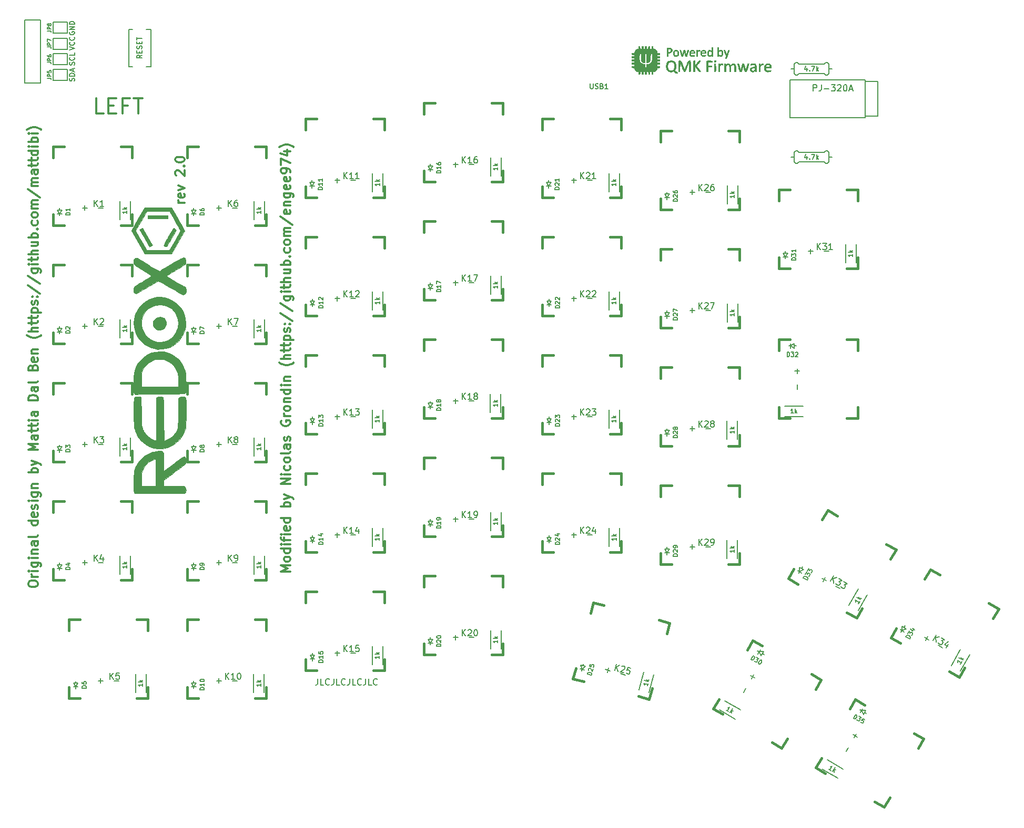
<source format=gto>
G04 #@! TF.GenerationSoftware,KiCad,Pcbnew,(5.1.5)-3*
G04 #@! TF.CreationDate,2020-05-13T01:23:10+04:00*
G04 #@! TF.ProjectId,redox_rev2_ng,7265646f-785f-4726-9576-325f6e672e6b,2.0 NG*
G04 #@! TF.SameCoordinates,Original*
G04 #@! TF.FileFunction,Legend,Top*
G04 #@! TF.FilePolarity,Positive*
%FSLAX46Y46*%
G04 Gerber Fmt 4.6, Leading zero omitted, Abs format (unit mm)*
G04 Created by KiCad (PCBNEW (5.1.5)-3) date 2020-05-13 01:23:10*
%MOMM*%
%LPD*%
G04 APERTURE LIST*
%ADD10C,0.300000*%
%ADD11C,0.150000*%
%ADD12C,0.381000*%
%ADD13C,0.200000*%
%ADD14C,0.010000*%
G04 APERTURE END LIST*
D10*
X123243571Y-128862571D02*
X121743571Y-128862571D01*
X122815000Y-128362571D01*
X121743571Y-127862571D01*
X123243571Y-127862571D01*
X123243571Y-126933999D02*
X123172142Y-127076857D01*
X123100714Y-127148285D01*
X122957857Y-127219714D01*
X122529285Y-127219714D01*
X122386428Y-127148285D01*
X122315000Y-127076857D01*
X122243571Y-126933999D01*
X122243571Y-126719714D01*
X122315000Y-126576857D01*
X122386428Y-126505428D01*
X122529285Y-126433999D01*
X122957857Y-126433999D01*
X123100714Y-126505428D01*
X123172142Y-126576857D01*
X123243571Y-126719714D01*
X123243571Y-126933999D01*
X123243571Y-125148285D02*
X121743571Y-125148285D01*
X123172142Y-125148285D02*
X123243571Y-125291142D01*
X123243571Y-125576857D01*
X123172142Y-125719714D01*
X123100714Y-125791142D01*
X122957857Y-125862571D01*
X122529285Y-125862571D01*
X122386428Y-125791142D01*
X122315000Y-125719714D01*
X122243571Y-125576857D01*
X122243571Y-125291142D01*
X122315000Y-125148285D01*
X123243571Y-124433999D02*
X122243571Y-124433999D01*
X121743571Y-124433999D02*
X121815000Y-124505428D01*
X121886428Y-124433999D01*
X121815000Y-124362571D01*
X121743571Y-124433999D01*
X121886428Y-124433999D01*
X122243571Y-123933999D02*
X122243571Y-123362571D01*
X123243571Y-123719714D02*
X121957857Y-123719714D01*
X121815000Y-123648285D01*
X121743571Y-123505428D01*
X121743571Y-123362571D01*
X123243571Y-122862571D02*
X122243571Y-122862571D01*
X121743571Y-122862571D02*
X121815000Y-122933999D01*
X121886428Y-122862571D01*
X121815000Y-122791142D01*
X121743571Y-122862571D01*
X121886428Y-122862571D01*
X123172142Y-121576857D02*
X123243571Y-121719714D01*
X123243571Y-122005428D01*
X123172142Y-122148285D01*
X123029285Y-122219714D01*
X122457857Y-122219714D01*
X122315000Y-122148285D01*
X122243571Y-122005428D01*
X122243571Y-121719714D01*
X122315000Y-121576857D01*
X122457857Y-121505428D01*
X122600714Y-121505428D01*
X122743571Y-122219714D01*
X123243571Y-120219714D02*
X121743571Y-120219714D01*
X123172142Y-120219714D02*
X123243571Y-120362571D01*
X123243571Y-120648285D01*
X123172142Y-120791142D01*
X123100714Y-120862571D01*
X122957857Y-120933999D01*
X122529285Y-120933999D01*
X122386428Y-120862571D01*
X122315000Y-120791142D01*
X122243571Y-120648285D01*
X122243571Y-120362571D01*
X122315000Y-120219714D01*
X123243571Y-118362571D02*
X121743571Y-118362571D01*
X122315000Y-118362571D02*
X122243571Y-118219714D01*
X122243571Y-117933999D01*
X122315000Y-117791142D01*
X122386428Y-117719714D01*
X122529285Y-117648285D01*
X122957857Y-117648285D01*
X123100714Y-117719714D01*
X123172142Y-117791142D01*
X123243571Y-117933999D01*
X123243571Y-118219714D01*
X123172142Y-118362571D01*
X122243571Y-117148285D02*
X123243571Y-116791142D01*
X122243571Y-116433999D02*
X123243571Y-116791142D01*
X123600714Y-116933999D01*
X123672142Y-117005428D01*
X123743571Y-117148285D01*
X123243571Y-114719714D02*
X121743571Y-114719714D01*
X123243571Y-113862571D01*
X121743571Y-113862571D01*
X123243571Y-113148285D02*
X122243571Y-113148285D01*
X121743571Y-113148285D02*
X121815000Y-113219714D01*
X121886428Y-113148285D01*
X121815000Y-113076857D01*
X121743571Y-113148285D01*
X121886428Y-113148285D01*
X123172142Y-111791142D02*
X123243571Y-111933999D01*
X123243571Y-112219714D01*
X123172142Y-112362571D01*
X123100714Y-112433999D01*
X122957857Y-112505428D01*
X122529285Y-112505428D01*
X122386428Y-112433999D01*
X122315000Y-112362571D01*
X122243571Y-112219714D01*
X122243571Y-111933999D01*
X122315000Y-111791142D01*
X123243571Y-110933999D02*
X123172142Y-111076857D01*
X123100714Y-111148285D01*
X122957857Y-111219714D01*
X122529285Y-111219714D01*
X122386428Y-111148285D01*
X122315000Y-111076857D01*
X122243571Y-110933999D01*
X122243571Y-110719714D01*
X122315000Y-110576857D01*
X122386428Y-110505428D01*
X122529285Y-110433999D01*
X122957857Y-110433999D01*
X123100714Y-110505428D01*
X123172142Y-110576857D01*
X123243571Y-110719714D01*
X123243571Y-110933999D01*
X123243571Y-109576857D02*
X123172142Y-109719714D01*
X123029285Y-109791142D01*
X121743571Y-109791142D01*
X123243571Y-108362571D02*
X122457857Y-108362571D01*
X122315000Y-108433999D01*
X122243571Y-108576857D01*
X122243571Y-108862571D01*
X122315000Y-109005428D01*
X123172142Y-108362571D02*
X123243571Y-108505428D01*
X123243571Y-108862571D01*
X123172142Y-109005428D01*
X123029285Y-109076857D01*
X122886428Y-109076857D01*
X122743571Y-109005428D01*
X122672142Y-108862571D01*
X122672142Y-108505428D01*
X122600714Y-108362571D01*
X123172142Y-107719714D02*
X123243571Y-107576857D01*
X123243571Y-107291142D01*
X123172142Y-107148285D01*
X123029285Y-107076857D01*
X122957857Y-107076857D01*
X122815000Y-107148285D01*
X122743571Y-107291142D01*
X122743571Y-107505428D01*
X122672142Y-107648285D01*
X122529285Y-107719714D01*
X122457857Y-107719714D01*
X122315000Y-107648285D01*
X122243571Y-107505428D01*
X122243571Y-107291142D01*
X122315000Y-107148285D01*
X121815000Y-104505428D02*
X121743571Y-104648285D01*
X121743571Y-104862571D01*
X121815000Y-105076857D01*
X121957857Y-105219714D01*
X122100714Y-105291142D01*
X122386428Y-105362571D01*
X122600714Y-105362571D01*
X122886428Y-105291142D01*
X123029285Y-105219714D01*
X123172142Y-105076857D01*
X123243571Y-104862571D01*
X123243571Y-104719714D01*
X123172142Y-104505428D01*
X123100714Y-104433999D01*
X122600714Y-104433999D01*
X122600714Y-104719714D01*
X123243571Y-103791142D02*
X122243571Y-103791142D01*
X122529285Y-103791142D02*
X122386428Y-103719714D01*
X122315000Y-103648285D01*
X122243571Y-103505428D01*
X122243571Y-103362571D01*
X123243571Y-102648285D02*
X123172142Y-102791142D01*
X123100714Y-102862571D01*
X122957857Y-102933999D01*
X122529285Y-102933999D01*
X122386428Y-102862571D01*
X122315000Y-102791142D01*
X122243571Y-102648285D01*
X122243571Y-102433999D01*
X122315000Y-102291142D01*
X122386428Y-102219714D01*
X122529285Y-102148285D01*
X122957857Y-102148285D01*
X123100714Y-102219714D01*
X123172142Y-102291142D01*
X123243571Y-102433999D01*
X123243571Y-102648285D01*
X122243571Y-101505428D02*
X123243571Y-101505428D01*
X122386428Y-101505428D02*
X122315000Y-101433999D01*
X122243571Y-101291142D01*
X122243571Y-101076857D01*
X122315000Y-100933999D01*
X122457857Y-100862571D01*
X123243571Y-100862571D01*
X123243571Y-99505428D02*
X121743571Y-99505428D01*
X123172142Y-99505428D02*
X123243571Y-99648285D01*
X123243571Y-99933999D01*
X123172142Y-100076857D01*
X123100714Y-100148285D01*
X122957857Y-100219714D01*
X122529285Y-100219714D01*
X122386428Y-100148285D01*
X122315000Y-100076857D01*
X122243571Y-99933999D01*
X122243571Y-99648285D01*
X122315000Y-99505428D01*
X123243571Y-98791142D02*
X122243571Y-98791142D01*
X121743571Y-98791142D02*
X121815000Y-98862571D01*
X121886428Y-98791142D01*
X121815000Y-98719714D01*
X121743571Y-98791142D01*
X121886428Y-98791142D01*
X122243571Y-98076857D02*
X123243571Y-98076857D01*
X122386428Y-98076857D02*
X122315000Y-98005428D01*
X122243571Y-97862571D01*
X122243571Y-97648285D01*
X122315000Y-97505428D01*
X122457857Y-97433999D01*
X123243571Y-97433999D01*
X123815000Y-95148285D02*
X123743571Y-95219714D01*
X123529285Y-95362571D01*
X123386428Y-95433999D01*
X123172142Y-95505428D01*
X122815000Y-95576857D01*
X122529285Y-95576857D01*
X122172142Y-95505428D01*
X121957857Y-95433999D01*
X121815000Y-95362571D01*
X121600714Y-95219714D01*
X121529285Y-95148285D01*
X123243571Y-94576857D02*
X121743571Y-94576857D01*
X123243571Y-93933999D02*
X122457857Y-93933999D01*
X122315000Y-94005428D01*
X122243571Y-94148285D01*
X122243571Y-94362571D01*
X122315000Y-94505428D01*
X122386428Y-94576857D01*
X122243571Y-93433999D02*
X122243571Y-92862571D01*
X121743571Y-93219714D02*
X123029285Y-93219714D01*
X123172142Y-93148285D01*
X123243571Y-93005428D01*
X123243571Y-92862571D01*
X122243571Y-92576857D02*
X122243571Y-92005428D01*
X121743571Y-92362571D02*
X123029285Y-92362571D01*
X123172142Y-92291142D01*
X123243571Y-92148285D01*
X123243571Y-92005428D01*
X122243571Y-91505428D02*
X123743571Y-91505428D01*
X122315000Y-91505428D02*
X122243571Y-91362571D01*
X122243571Y-91076857D01*
X122315000Y-90933999D01*
X122386428Y-90862571D01*
X122529285Y-90791142D01*
X122957857Y-90791142D01*
X123100714Y-90862571D01*
X123172142Y-90933999D01*
X123243571Y-91076857D01*
X123243571Y-91362571D01*
X123172142Y-91505428D01*
X123172142Y-90219714D02*
X123243571Y-90076857D01*
X123243571Y-89791142D01*
X123172142Y-89648285D01*
X123029285Y-89576857D01*
X122957857Y-89576857D01*
X122815000Y-89648285D01*
X122743571Y-89791142D01*
X122743571Y-90005428D01*
X122672142Y-90148285D01*
X122529285Y-90219714D01*
X122457857Y-90219714D01*
X122315000Y-90148285D01*
X122243571Y-90005428D01*
X122243571Y-89791142D01*
X122315000Y-89648285D01*
X123100714Y-88933999D02*
X123172142Y-88862571D01*
X123243571Y-88933999D01*
X123172142Y-89005428D01*
X123100714Y-88933999D01*
X123243571Y-88933999D01*
X122315000Y-88933999D02*
X122386428Y-88862571D01*
X122457857Y-88933999D01*
X122386428Y-89005428D01*
X122315000Y-88933999D01*
X122457857Y-88933999D01*
X121672142Y-87148285D02*
X123600714Y-88433999D01*
X121672142Y-85576857D02*
X123600714Y-86862571D01*
X122243571Y-84433999D02*
X123457857Y-84433999D01*
X123600714Y-84505428D01*
X123672142Y-84576857D01*
X123743571Y-84719714D01*
X123743571Y-84933999D01*
X123672142Y-85076857D01*
X123172142Y-84433999D02*
X123243571Y-84576857D01*
X123243571Y-84862571D01*
X123172142Y-85005428D01*
X123100714Y-85076857D01*
X122957857Y-85148285D01*
X122529285Y-85148285D01*
X122386428Y-85076857D01*
X122315000Y-85005428D01*
X122243571Y-84862571D01*
X122243571Y-84576857D01*
X122315000Y-84433999D01*
X123243571Y-83719714D02*
X122243571Y-83719714D01*
X121743571Y-83719714D02*
X121815000Y-83791142D01*
X121886428Y-83719714D01*
X121815000Y-83648285D01*
X121743571Y-83719714D01*
X121886428Y-83719714D01*
X122243571Y-83219714D02*
X122243571Y-82648285D01*
X121743571Y-83005428D02*
X123029285Y-83005428D01*
X123172142Y-82933999D01*
X123243571Y-82791142D01*
X123243571Y-82648285D01*
X123243571Y-82148285D02*
X121743571Y-82148285D01*
X123243571Y-81505428D02*
X122457857Y-81505428D01*
X122315000Y-81576857D01*
X122243571Y-81719714D01*
X122243571Y-81933999D01*
X122315000Y-82076857D01*
X122386428Y-82148285D01*
X122243571Y-80148285D02*
X123243571Y-80148285D01*
X122243571Y-80791142D02*
X123029285Y-80791142D01*
X123172142Y-80719714D01*
X123243571Y-80576857D01*
X123243571Y-80362571D01*
X123172142Y-80219714D01*
X123100714Y-80148285D01*
X123243571Y-79433999D02*
X121743571Y-79433999D01*
X122315000Y-79433999D02*
X122243571Y-79291142D01*
X122243571Y-79005428D01*
X122315000Y-78862571D01*
X122386428Y-78791142D01*
X122529285Y-78719714D01*
X122957857Y-78719714D01*
X123100714Y-78791142D01*
X123172142Y-78862571D01*
X123243571Y-79005428D01*
X123243571Y-79291142D01*
X123172142Y-79433999D01*
X123100714Y-78076857D02*
X123172142Y-78005428D01*
X123243571Y-78076857D01*
X123172142Y-78148285D01*
X123100714Y-78076857D01*
X123243571Y-78076857D01*
X123172142Y-76719714D02*
X123243571Y-76862571D01*
X123243571Y-77148285D01*
X123172142Y-77291142D01*
X123100714Y-77362571D01*
X122957857Y-77433999D01*
X122529285Y-77433999D01*
X122386428Y-77362571D01*
X122315000Y-77291142D01*
X122243571Y-77148285D01*
X122243571Y-76862571D01*
X122315000Y-76719714D01*
X123243571Y-75862571D02*
X123172142Y-76005428D01*
X123100714Y-76076857D01*
X122957857Y-76148285D01*
X122529285Y-76148285D01*
X122386428Y-76076857D01*
X122315000Y-76005428D01*
X122243571Y-75862571D01*
X122243571Y-75648285D01*
X122315000Y-75505428D01*
X122386428Y-75433999D01*
X122529285Y-75362571D01*
X122957857Y-75362571D01*
X123100714Y-75433999D01*
X123172142Y-75505428D01*
X123243571Y-75648285D01*
X123243571Y-75862571D01*
X123243571Y-74719714D02*
X122243571Y-74719714D01*
X122386428Y-74719714D02*
X122315000Y-74648285D01*
X122243571Y-74505428D01*
X122243571Y-74291142D01*
X122315000Y-74148285D01*
X122457857Y-74076857D01*
X123243571Y-74076857D01*
X122457857Y-74076857D02*
X122315000Y-74005428D01*
X122243571Y-73862571D01*
X122243571Y-73648285D01*
X122315000Y-73505428D01*
X122457857Y-73433999D01*
X123243571Y-73433999D01*
X121672142Y-71648285D02*
X123600714Y-72933999D01*
X123172142Y-70576857D02*
X123243571Y-70719714D01*
X123243571Y-71005428D01*
X123172142Y-71148285D01*
X123029285Y-71219714D01*
X122457857Y-71219714D01*
X122315000Y-71148285D01*
X122243571Y-71005428D01*
X122243571Y-70719714D01*
X122315000Y-70576857D01*
X122457857Y-70505428D01*
X122600714Y-70505428D01*
X122743571Y-71219714D01*
X122243571Y-69862571D02*
X123243571Y-69862571D01*
X122386428Y-69862571D02*
X122315000Y-69791142D01*
X122243571Y-69648285D01*
X122243571Y-69433999D01*
X122315000Y-69291142D01*
X122457857Y-69219714D01*
X123243571Y-69219714D01*
X122243571Y-67862571D02*
X123457857Y-67862571D01*
X123600714Y-67933999D01*
X123672142Y-68005428D01*
X123743571Y-68148285D01*
X123743571Y-68362571D01*
X123672142Y-68505428D01*
X123172142Y-67862571D02*
X123243571Y-68005428D01*
X123243571Y-68291142D01*
X123172142Y-68433999D01*
X123100714Y-68505428D01*
X122957857Y-68576857D01*
X122529285Y-68576857D01*
X122386428Y-68505428D01*
X122315000Y-68433999D01*
X122243571Y-68291142D01*
X122243571Y-68005428D01*
X122315000Y-67862571D01*
X123172142Y-66576857D02*
X123243571Y-66719714D01*
X123243571Y-67005428D01*
X123172142Y-67148285D01*
X123029285Y-67219714D01*
X122457857Y-67219714D01*
X122315000Y-67148285D01*
X122243571Y-67005428D01*
X122243571Y-66719714D01*
X122315000Y-66576857D01*
X122457857Y-66505428D01*
X122600714Y-66505428D01*
X122743571Y-67219714D01*
X123172142Y-65291142D02*
X123243571Y-65433999D01*
X123243571Y-65719714D01*
X123172142Y-65862571D01*
X123029285Y-65933999D01*
X122457857Y-65933999D01*
X122315000Y-65862571D01*
X122243571Y-65719714D01*
X122243571Y-65433999D01*
X122315000Y-65291142D01*
X122457857Y-65219714D01*
X122600714Y-65219714D01*
X122743571Y-65933999D01*
X123243571Y-64505428D02*
X123243571Y-64219714D01*
X123172142Y-64076857D01*
X123100714Y-64005428D01*
X122886428Y-63862571D01*
X122600714Y-63791142D01*
X122029285Y-63791142D01*
X121886428Y-63862571D01*
X121815000Y-63933999D01*
X121743571Y-64076857D01*
X121743571Y-64362571D01*
X121815000Y-64505428D01*
X121886428Y-64576857D01*
X122029285Y-64648285D01*
X122386428Y-64648285D01*
X122529285Y-64576857D01*
X122600714Y-64505428D01*
X122672142Y-64362571D01*
X122672142Y-64076857D01*
X122600714Y-63933999D01*
X122529285Y-63862571D01*
X122386428Y-63791142D01*
X121743571Y-63291142D02*
X121743571Y-62291142D01*
X123243571Y-62933999D01*
X122243571Y-61076857D02*
X123243571Y-61076857D01*
X121672142Y-61433999D02*
X122743571Y-61791142D01*
X122743571Y-60862571D01*
X123815000Y-60433999D02*
X123743571Y-60362571D01*
X123529285Y-60219714D01*
X123386428Y-60148285D01*
X123172142Y-60076857D01*
X122815000Y-60005428D01*
X122529285Y-60005428D01*
X122172142Y-60076857D01*
X121957857Y-60148285D01*
X121815000Y-60219714D01*
X121600714Y-60362571D01*
X121529285Y-60433999D01*
D11*
X127680952Y-146102380D02*
X127680952Y-146816666D01*
X127633333Y-146959523D01*
X127538095Y-147054761D01*
X127395238Y-147102380D01*
X127300000Y-147102380D01*
X128633333Y-147102380D02*
X128157142Y-147102380D01*
X128157142Y-146102380D01*
X129538095Y-147007142D02*
X129490476Y-147054761D01*
X129347619Y-147102380D01*
X129252380Y-147102380D01*
X129109523Y-147054761D01*
X129014285Y-146959523D01*
X128966666Y-146864285D01*
X128919047Y-146673809D01*
X128919047Y-146530952D01*
X128966666Y-146340476D01*
X129014285Y-146245238D01*
X129109523Y-146150000D01*
X129252380Y-146102380D01*
X129347619Y-146102380D01*
X129490476Y-146150000D01*
X129538095Y-146197619D01*
X130252380Y-146102380D02*
X130252380Y-146816666D01*
X130204761Y-146959523D01*
X130109523Y-147054761D01*
X129966666Y-147102380D01*
X129871428Y-147102380D01*
X131204761Y-147102380D02*
X130728571Y-147102380D01*
X130728571Y-146102380D01*
X132109523Y-147007142D02*
X132061904Y-147054761D01*
X131919047Y-147102380D01*
X131823809Y-147102380D01*
X131680952Y-147054761D01*
X131585714Y-146959523D01*
X131538095Y-146864285D01*
X131490476Y-146673809D01*
X131490476Y-146530952D01*
X131538095Y-146340476D01*
X131585714Y-146245238D01*
X131680952Y-146150000D01*
X131823809Y-146102380D01*
X131919047Y-146102380D01*
X132061904Y-146150000D01*
X132109523Y-146197619D01*
X132823809Y-146102380D02*
X132823809Y-146816666D01*
X132776190Y-146959523D01*
X132680952Y-147054761D01*
X132538095Y-147102380D01*
X132442857Y-147102380D01*
X133776190Y-147102380D02*
X133300000Y-147102380D01*
X133300000Y-146102380D01*
X134680952Y-147007142D02*
X134633333Y-147054761D01*
X134490476Y-147102380D01*
X134395238Y-147102380D01*
X134252380Y-147054761D01*
X134157142Y-146959523D01*
X134109523Y-146864285D01*
X134061904Y-146673809D01*
X134061904Y-146530952D01*
X134109523Y-146340476D01*
X134157142Y-146245238D01*
X134252380Y-146150000D01*
X134395238Y-146102380D01*
X134490476Y-146102380D01*
X134633333Y-146150000D01*
X134680952Y-146197619D01*
X135395238Y-146102380D02*
X135395238Y-146816666D01*
X135347619Y-146959523D01*
X135252380Y-147054761D01*
X135109523Y-147102380D01*
X135014285Y-147102380D01*
X136347619Y-147102380D02*
X135871428Y-147102380D01*
X135871428Y-146102380D01*
X137252380Y-147007142D02*
X137204761Y-147054761D01*
X137061904Y-147102380D01*
X136966666Y-147102380D01*
X136823809Y-147054761D01*
X136728571Y-146959523D01*
X136680952Y-146864285D01*
X136633333Y-146673809D01*
X136633333Y-146530952D01*
X136680952Y-146340476D01*
X136728571Y-146245238D01*
X136823809Y-146150000D01*
X136966666Y-146102380D01*
X137061904Y-146102380D01*
X137204761Y-146150000D01*
X137252380Y-146197619D01*
X87750000Y-41859523D02*
X87711904Y-41935714D01*
X87711904Y-42050000D01*
X87750000Y-42164285D01*
X87826190Y-42240476D01*
X87902380Y-42278571D01*
X88054761Y-42316666D01*
X88169047Y-42316666D01*
X88321428Y-42278571D01*
X88397619Y-42240476D01*
X88473809Y-42164285D01*
X88511904Y-42050000D01*
X88511904Y-41973809D01*
X88473809Y-41859523D01*
X88435714Y-41821428D01*
X88169047Y-41821428D01*
X88169047Y-41973809D01*
X88511904Y-41478571D02*
X87711904Y-41478571D01*
X88511904Y-41021428D01*
X87711904Y-41021428D01*
X88511904Y-40640476D02*
X87711904Y-40640476D01*
X87711904Y-40450000D01*
X87750000Y-40335714D01*
X87826190Y-40259523D01*
X87902380Y-40221428D01*
X88054761Y-40183333D01*
X88169047Y-40183333D01*
X88321428Y-40221428D01*
X88397619Y-40259523D01*
X88473809Y-40335714D01*
X88511904Y-40450000D01*
X88511904Y-40640476D01*
X87711904Y-44766666D02*
X88511904Y-44500000D01*
X87711904Y-44233333D01*
X88435714Y-43509523D02*
X88473809Y-43547619D01*
X88511904Y-43661904D01*
X88511904Y-43738095D01*
X88473809Y-43852380D01*
X88397619Y-43928571D01*
X88321428Y-43966666D01*
X88169047Y-44004761D01*
X88054761Y-44004761D01*
X87902380Y-43966666D01*
X87826190Y-43928571D01*
X87750000Y-43852380D01*
X87711904Y-43738095D01*
X87711904Y-43661904D01*
X87750000Y-43547619D01*
X87788095Y-43509523D01*
X88435714Y-42709523D02*
X88473809Y-42747619D01*
X88511904Y-42861904D01*
X88511904Y-42938095D01*
X88473809Y-43052380D01*
X88397619Y-43128571D01*
X88321428Y-43166666D01*
X88169047Y-43204761D01*
X88054761Y-43204761D01*
X87902380Y-43166666D01*
X87826190Y-43128571D01*
X87750000Y-43052380D01*
X87711904Y-42938095D01*
X87711904Y-42861904D01*
X87750000Y-42747619D01*
X87788095Y-42709523D01*
X88473809Y-47202380D02*
X88511904Y-47088095D01*
X88511904Y-46897619D01*
X88473809Y-46821428D01*
X88435714Y-46783333D01*
X88359523Y-46745238D01*
X88283333Y-46745238D01*
X88207142Y-46783333D01*
X88169047Y-46821428D01*
X88130952Y-46897619D01*
X88092857Y-47050000D01*
X88054761Y-47126190D01*
X88016666Y-47164285D01*
X87940476Y-47202380D01*
X87864285Y-47202380D01*
X87788095Y-47164285D01*
X87750000Y-47126190D01*
X87711904Y-47050000D01*
X87711904Y-46859523D01*
X87750000Y-46745238D01*
X88435714Y-45945238D02*
X88473809Y-45983333D01*
X88511904Y-46097619D01*
X88511904Y-46173809D01*
X88473809Y-46288095D01*
X88397619Y-46364285D01*
X88321428Y-46402380D01*
X88169047Y-46440476D01*
X88054761Y-46440476D01*
X87902380Y-46402380D01*
X87826190Y-46364285D01*
X87750000Y-46288095D01*
X87711904Y-46173809D01*
X87711904Y-46097619D01*
X87750000Y-45983333D01*
X87788095Y-45945238D01*
X88511904Y-45221428D02*
X88511904Y-45602380D01*
X87711904Y-45602380D01*
X88473809Y-49771428D02*
X88511904Y-49657142D01*
X88511904Y-49466666D01*
X88473809Y-49390476D01*
X88435714Y-49352380D01*
X88359523Y-49314285D01*
X88283333Y-49314285D01*
X88207142Y-49352380D01*
X88169047Y-49390476D01*
X88130952Y-49466666D01*
X88092857Y-49619047D01*
X88054761Y-49695238D01*
X88016666Y-49733333D01*
X87940476Y-49771428D01*
X87864285Y-49771428D01*
X87788095Y-49733333D01*
X87750000Y-49695238D01*
X87711904Y-49619047D01*
X87711904Y-49428571D01*
X87750000Y-49314285D01*
X88511904Y-48971428D02*
X87711904Y-48971428D01*
X87711904Y-48780952D01*
X87750000Y-48666666D01*
X87826190Y-48590476D01*
X87902380Y-48552380D01*
X88054761Y-48514285D01*
X88169047Y-48514285D01*
X88321428Y-48552380D01*
X88397619Y-48590476D01*
X88473809Y-48666666D01*
X88511904Y-48780952D01*
X88511904Y-48971428D01*
X88283333Y-48209523D02*
X88283333Y-47828571D01*
X88511904Y-48285714D02*
X87711904Y-48019047D01*
X88511904Y-47752380D01*
D10*
X106228571Y-69428571D02*
X105228571Y-69428571D01*
X105514285Y-69428571D02*
X105371428Y-69357142D01*
X105300000Y-69285714D01*
X105228571Y-69142857D01*
X105228571Y-69000000D01*
X106157142Y-67928571D02*
X106228571Y-68071428D01*
X106228571Y-68357142D01*
X106157142Y-68500000D01*
X106014285Y-68571428D01*
X105442857Y-68571428D01*
X105300000Y-68500000D01*
X105228571Y-68357142D01*
X105228571Y-68071428D01*
X105300000Y-67928571D01*
X105442857Y-67857142D01*
X105585714Y-67857142D01*
X105728571Y-68571428D01*
X105228571Y-67357142D02*
X106228571Y-67000000D01*
X105228571Y-66642857D01*
X104871428Y-65000000D02*
X104800000Y-64928571D01*
X104728571Y-64785714D01*
X104728571Y-64428571D01*
X104800000Y-64285714D01*
X104871428Y-64214285D01*
X105014285Y-64142857D01*
X105157142Y-64142857D01*
X105371428Y-64214285D01*
X106228571Y-65071428D01*
X106228571Y-64142857D01*
X106085714Y-63500000D02*
X106157142Y-63428571D01*
X106228571Y-63500000D01*
X106157142Y-63571428D01*
X106085714Y-63500000D01*
X106228571Y-63500000D01*
X104728571Y-62500000D02*
X104728571Y-62357142D01*
X104800000Y-62214285D01*
X104871428Y-62142857D01*
X105014285Y-62071428D01*
X105300000Y-62000000D01*
X105657142Y-62000000D01*
X105942857Y-62071428D01*
X106085714Y-62142857D01*
X106157142Y-62214285D01*
X106228571Y-62357142D01*
X106228571Y-62500000D01*
X106157142Y-62642857D01*
X106085714Y-62714285D01*
X105942857Y-62785714D01*
X105657142Y-62857142D01*
X105300000Y-62857142D01*
X105014285Y-62785714D01*
X104871428Y-62714285D01*
X104800000Y-62642857D01*
X104728571Y-62500000D01*
X81093571Y-130948285D02*
X81093571Y-130662571D01*
X81165000Y-130519714D01*
X81307857Y-130376857D01*
X81593571Y-130305428D01*
X82093571Y-130305428D01*
X82379285Y-130376857D01*
X82522142Y-130519714D01*
X82593571Y-130662571D01*
X82593571Y-130948285D01*
X82522142Y-131091142D01*
X82379285Y-131234000D01*
X82093571Y-131305428D01*
X81593571Y-131305428D01*
X81307857Y-131234000D01*
X81165000Y-131091142D01*
X81093571Y-130948285D01*
X82593571Y-129662571D02*
X81593571Y-129662571D01*
X81879285Y-129662571D02*
X81736428Y-129591142D01*
X81665000Y-129519714D01*
X81593571Y-129376857D01*
X81593571Y-129234000D01*
X82593571Y-128734000D02*
X81593571Y-128734000D01*
X81093571Y-128734000D02*
X81165000Y-128805428D01*
X81236428Y-128734000D01*
X81165000Y-128662571D01*
X81093571Y-128734000D01*
X81236428Y-128734000D01*
X81593571Y-127376857D02*
X82807857Y-127376857D01*
X82950714Y-127448285D01*
X83022142Y-127519714D01*
X83093571Y-127662571D01*
X83093571Y-127876857D01*
X83022142Y-128019714D01*
X82522142Y-127376857D02*
X82593571Y-127519714D01*
X82593571Y-127805428D01*
X82522142Y-127948285D01*
X82450714Y-128019714D01*
X82307857Y-128091142D01*
X81879285Y-128091142D01*
X81736428Y-128019714D01*
X81665000Y-127948285D01*
X81593571Y-127805428D01*
X81593571Y-127519714D01*
X81665000Y-127376857D01*
X82593571Y-126662571D02*
X81593571Y-126662571D01*
X81093571Y-126662571D02*
X81165000Y-126734000D01*
X81236428Y-126662571D01*
X81165000Y-126591142D01*
X81093571Y-126662571D01*
X81236428Y-126662571D01*
X81593571Y-125948285D02*
X82593571Y-125948285D01*
X81736428Y-125948285D02*
X81665000Y-125876857D01*
X81593571Y-125734000D01*
X81593571Y-125519714D01*
X81665000Y-125376857D01*
X81807857Y-125305428D01*
X82593571Y-125305428D01*
X82593571Y-123948285D02*
X81807857Y-123948285D01*
X81665000Y-124019714D01*
X81593571Y-124162571D01*
X81593571Y-124448285D01*
X81665000Y-124591142D01*
X82522142Y-123948285D02*
X82593571Y-124091142D01*
X82593571Y-124448285D01*
X82522142Y-124591142D01*
X82379285Y-124662571D01*
X82236428Y-124662571D01*
X82093571Y-124591142D01*
X82022142Y-124448285D01*
X82022142Y-124091142D01*
X81950714Y-123948285D01*
X82593571Y-123019714D02*
X82522142Y-123162571D01*
X82379285Y-123234000D01*
X81093571Y-123234000D01*
X82593571Y-120662571D02*
X81093571Y-120662571D01*
X82522142Y-120662571D02*
X82593571Y-120805428D01*
X82593571Y-121091142D01*
X82522142Y-121234000D01*
X82450714Y-121305428D01*
X82307857Y-121376857D01*
X81879285Y-121376857D01*
X81736428Y-121305428D01*
X81665000Y-121234000D01*
X81593571Y-121091142D01*
X81593571Y-120805428D01*
X81665000Y-120662571D01*
X82522142Y-119376857D02*
X82593571Y-119519714D01*
X82593571Y-119805428D01*
X82522142Y-119948285D01*
X82379285Y-120019714D01*
X81807857Y-120019714D01*
X81665000Y-119948285D01*
X81593571Y-119805428D01*
X81593571Y-119519714D01*
X81665000Y-119376857D01*
X81807857Y-119305428D01*
X81950714Y-119305428D01*
X82093571Y-120019714D01*
X82522142Y-118734000D02*
X82593571Y-118591142D01*
X82593571Y-118305428D01*
X82522142Y-118162571D01*
X82379285Y-118091142D01*
X82307857Y-118091142D01*
X82165000Y-118162571D01*
X82093571Y-118305428D01*
X82093571Y-118519714D01*
X82022142Y-118662571D01*
X81879285Y-118734000D01*
X81807857Y-118734000D01*
X81665000Y-118662571D01*
X81593571Y-118519714D01*
X81593571Y-118305428D01*
X81665000Y-118162571D01*
X82593571Y-117448285D02*
X81593571Y-117448285D01*
X81093571Y-117448285D02*
X81165000Y-117519714D01*
X81236428Y-117448285D01*
X81165000Y-117376857D01*
X81093571Y-117448285D01*
X81236428Y-117448285D01*
X81593571Y-116091142D02*
X82807857Y-116091142D01*
X82950714Y-116162571D01*
X83022142Y-116234000D01*
X83093571Y-116376857D01*
X83093571Y-116591142D01*
X83022142Y-116734000D01*
X82522142Y-116091142D02*
X82593571Y-116234000D01*
X82593571Y-116519714D01*
X82522142Y-116662571D01*
X82450714Y-116734000D01*
X82307857Y-116805428D01*
X81879285Y-116805428D01*
X81736428Y-116734000D01*
X81665000Y-116662571D01*
X81593571Y-116519714D01*
X81593571Y-116234000D01*
X81665000Y-116091142D01*
X81593571Y-115376857D02*
X82593571Y-115376857D01*
X81736428Y-115376857D02*
X81665000Y-115305428D01*
X81593571Y-115162571D01*
X81593571Y-114948285D01*
X81665000Y-114805428D01*
X81807857Y-114734000D01*
X82593571Y-114734000D01*
X82593571Y-112876857D02*
X81093571Y-112876857D01*
X81665000Y-112876857D02*
X81593571Y-112734000D01*
X81593571Y-112448285D01*
X81665000Y-112305428D01*
X81736428Y-112234000D01*
X81879285Y-112162571D01*
X82307857Y-112162571D01*
X82450714Y-112234000D01*
X82522142Y-112305428D01*
X82593571Y-112448285D01*
X82593571Y-112734000D01*
X82522142Y-112876857D01*
X81593571Y-111662571D02*
X82593571Y-111305428D01*
X81593571Y-110948285D02*
X82593571Y-111305428D01*
X82950714Y-111448285D01*
X83022142Y-111519714D01*
X83093571Y-111662571D01*
X82593571Y-109234000D02*
X81093571Y-109234000D01*
X82165000Y-108734000D01*
X81093571Y-108234000D01*
X82593571Y-108234000D01*
X82593571Y-106876857D02*
X81807857Y-106876857D01*
X81665000Y-106948285D01*
X81593571Y-107091142D01*
X81593571Y-107376857D01*
X81665000Y-107519714D01*
X82522142Y-106876857D02*
X82593571Y-107019714D01*
X82593571Y-107376857D01*
X82522142Y-107519714D01*
X82379285Y-107591142D01*
X82236428Y-107591142D01*
X82093571Y-107519714D01*
X82022142Y-107376857D01*
X82022142Y-107019714D01*
X81950714Y-106876857D01*
X81593571Y-106376857D02*
X81593571Y-105805428D01*
X81093571Y-106162571D02*
X82379285Y-106162571D01*
X82522142Y-106091142D01*
X82593571Y-105948285D01*
X82593571Y-105805428D01*
X81593571Y-105519714D02*
X81593571Y-104948285D01*
X81093571Y-105305428D02*
X82379285Y-105305428D01*
X82522142Y-105234000D01*
X82593571Y-105091142D01*
X82593571Y-104948285D01*
X82593571Y-104448285D02*
X81593571Y-104448285D01*
X81093571Y-104448285D02*
X81165000Y-104519714D01*
X81236428Y-104448285D01*
X81165000Y-104376857D01*
X81093571Y-104448285D01*
X81236428Y-104448285D01*
X82593571Y-103091142D02*
X81807857Y-103091142D01*
X81665000Y-103162571D01*
X81593571Y-103305428D01*
X81593571Y-103591142D01*
X81665000Y-103734000D01*
X82522142Y-103091142D02*
X82593571Y-103234000D01*
X82593571Y-103591142D01*
X82522142Y-103734000D01*
X82379285Y-103805428D01*
X82236428Y-103805428D01*
X82093571Y-103734000D01*
X82022142Y-103591142D01*
X82022142Y-103234000D01*
X81950714Y-103091142D01*
X82593571Y-101234000D02*
X81093571Y-101234000D01*
X81093571Y-100876857D01*
X81165000Y-100662571D01*
X81307857Y-100519714D01*
X81450714Y-100448285D01*
X81736428Y-100376857D01*
X81950714Y-100376857D01*
X82236428Y-100448285D01*
X82379285Y-100519714D01*
X82522142Y-100662571D01*
X82593571Y-100876857D01*
X82593571Y-101234000D01*
X82593571Y-99091142D02*
X81807857Y-99091142D01*
X81665000Y-99162571D01*
X81593571Y-99305428D01*
X81593571Y-99591142D01*
X81665000Y-99734000D01*
X82522142Y-99091142D02*
X82593571Y-99234000D01*
X82593571Y-99591142D01*
X82522142Y-99734000D01*
X82379285Y-99805428D01*
X82236428Y-99805428D01*
X82093571Y-99734000D01*
X82022142Y-99591142D01*
X82022142Y-99234000D01*
X81950714Y-99091142D01*
X82593571Y-98162571D02*
X82522142Y-98305428D01*
X82379285Y-98376857D01*
X81093571Y-98376857D01*
X81807857Y-95948285D02*
X81879285Y-95734000D01*
X81950714Y-95662571D01*
X82093571Y-95591142D01*
X82307857Y-95591142D01*
X82450714Y-95662571D01*
X82522142Y-95734000D01*
X82593571Y-95876857D01*
X82593571Y-96448285D01*
X81093571Y-96448285D01*
X81093571Y-95948285D01*
X81165000Y-95805428D01*
X81236428Y-95734000D01*
X81379285Y-95662571D01*
X81522142Y-95662571D01*
X81665000Y-95734000D01*
X81736428Y-95805428D01*
X81807857Y-95948285D01*
X81807857Y-96448285D01*
X82522142Y-94376857D02*
X82593571Y-94519714D01*
X82593571Y-94805428D01*
X82522142Y-94948285D01*
X82379285Y-95019714D01*
X81807857Y-95019714D01*
X81665000Y-94948285D01*
X81593571Y-94805428D01*
X81593571Y-94519714D01*
X81665000Y-94376857D01*
X81807857Y-94305428D01*
X81950714Y-94305428D01*
X82093571Y-95019714D01*
X81593571Y-93662571D02*
X82593571Y-93662571D01*
X81736428Y-93662571D02*
X81665000Y-93591142D01*
X81593571Y-93448285D01*
X81593571Y-93234000D01*
X81665000Y-93091142D01*
X81807857Y-93019714D01*
X82593571Y-93019714D01*
X83165000Y-90734000D02*
X83093571Y-90805428D01*
X82879285Y-90948285D01*
X82736428Y-91019714D01*
X82522142Y-91091142D01*
X82165000Y-91162571D01*
X81879285Y-91162571D01*
X81522142Y-91091142D01*
X81307857Y-91019714D01*
X81165000Y-90948285D01*
X80950714Y-90805428D01*
X80879285Y-90734000D01*
X82593571Y-90162571D02*
X81093571Y-90162571D01*
X82593571Y-89519714D02*
X81807857Y-89519714D01*
X81665000Y-89591142D01*
X81593571Y-89734000D01*
X81593571Y-89948285D01*
X81665000Y-90091142D01*
X81736428Y-90162571D01*
X81593571Y-89019714D02*
X81593571Y-88448285D01*
X81093571Y-88805428D02*
X82379285Y-88805428D01*
X82522142Y-88734000D01*
X82593571Y-88591142D01*
X82593571Y-88448285D01*
X81593571Y-88162571D02*
X81593571Y-87591142D01*
X81093571Y-87948285D02*
X82379285Y-87948285D01*
X82522142Y-87876857D01*
X82593571Y-87734000D01*
X82593571Y-87591142D01*
X81593571Y-87091142D02*
X83093571Y-87091142D01*
X81665000Y-87091142D02*
X81593571Y-86948285D01*
X81593571Y-86662571D01*
X81665000Y-86519714D01*
X81736428Y-86448285D01*
X81879285Y-86376857D01*
X82307857Y-86376857D01*
X82450714Y-86448285D01*
X82522142Y-86519714D01*
X82593571Y-86662571D01*
X82593571Y-86948285D01*
X82522142Y-87091142D01*
X82522142Y-85805428D02*
X82593571Y-85662571D01*
X82593571Y-85376857D01*
X82522142Y-85234000D01*
X82379285Y-85162571D01*
X82307857Y-85162571D01*
X82165000Y-85234000D01*
X82093571Y-85376857D01*
X82093571Y-85591142D01*
X82022142Y-85734000D01*
X81879285Y-85805428D01*
X81807857Y-85805428D01*
X81665000Y-85734000D01*
X81593571Y-85591142D01*
X81593571Y-85376857D01*
X81665000Y-85234000D01*
X82450714Y-84519714D02*
X82522142Y-84448285D01*
X82593571Y-84519714D01*
X82522142Y-84591142D01*
X82450714Y-84519714D01*
X82593571Y-84519714D01*
X81665000Y-84519714D02*
X81736428Y-84448285D01*
X81807857Y-84519714D01*
X81736428Y-84591142D01*
X81665000Y-84519714D01*
X81807857Y-84519714D01*
X81022142Y-82734000D02*
X82950714Y-84019714D01*
X81022142Y-81162571D02*
X82950714Y-82448285D01*
X81593571Y-80019714D02*
X82807857Y-80019714D01*
X82950714Y-80091142D01*
X83022142Y-80162571D01*
X83093571Y-80305428D01*
X83093571Y-80519714D01*
X83022142Y-80662571D01*
X82522142Y-80019714D02*
X82593571Y-80162571D01*
X82593571Y-80448285D01*
X82522142Y-80591142D01*
X82450714Y-80662571D01*
X82307857Y-80734000D01*
X81879285Y-80734000D01*
X81736428Y-80662571D01*
X81665000Y-80591142D01*
X81593571Y-80448285D01*
X81593571Y-80162571D01*
X81665000Y-80019714D01*
X82593571Y-79305428D02*
X81593571Y-79305428D01*
X81093571Y-79305428D02*
X81165000Y-79376857D01*
X81236428Y-79305428D01*
X81165000Y-79234000D01*
X81093571Y-79305428D01*
X81236428Y-79305428D01*
X81593571Y-78805428D02*
X81593571Y-78234000D01*
X81093571Y-78591142D02*
X82379285Y-78591142D01*
X82522142Y-78519714D01*
X82593571Y-78376857D01*
X82593571Y-78234000D01*
X82593571Y-77734000D02*
X81093571Y-77734000D01*
X82593571Y-77091142D02*
X81807857Y-77091142D01*
X81665000Y-77162571D01*
X81593571Y-77305428D01*
X81593571Y-77519714D01*
X81665000Y-77662571D01*
X81736428Y-77734000D01*
X81593571Y-75734000D02*
X82593571Y-75734000D01*
X81593571Y-76376857D02*
X82379285Y-76376857D01*
X82522142Y-76305428D01*
X82593571Y-76162571D01*
X82593571Y-75948285D01*
X82522142Y-75805428D01*
X82450714Y-75734000D01*
X82593571Y-75019714D02*
X81093571Y-75019714D01*
X81665000Y-75019714D02*
X81593571Y-74876857D01*
X81593571Y-74591142D01*
X81665000Y-74448285D01*
X81736428Y-74376857D01*
X81879285Y-74305428D01*
X82307857Y-74305428D01*
X82450714Y-74376857D01*
X82522142Y-74448285D01*
X82593571Y-74591142D01*
X82593571Y-74876857D01*
X82522142Y-75019714D01*
X82450714Y-73662571D02*
X82522142Y-73591142D01*
X82593571Y-73662571D01*
X82522142Y-73734000D01*
X82450714Y-73662571D01*
X82593571Y-73662571D01*
X82522142Y-72305428D02*
X82593571Y-72448285D01*
X82593571Y-72733999D01*
X82522142Y-72876857D01*
X82450714Y-72948285D01*
X82307857Y-73019714D01*
X81879285Y-73019714D01*
X81736428Y-72948285D01*
X81665000Y-72876857D01*
X81593571Y-72733999D01*
X81593571Y-72448285D01*
X81665000Y-72305428D01*
X82593571Y-71448285D02*
X82522142Y-71591142D01*
X82450714Y-71662571D01*
X82307857Y-71734000D01*
X81879285Y-71734000D01*
X81736428Y-71662571D01*
X81665000Y-71591142D01*
X81593571Y-71448285D01*
X81593571Y-71234000D01*
X81665000Y-71091142D01*
X81736428Y-71019714D01*
X81879285Y-70948285D01*
X82307857Y-70948285D01*
X82450714Y-71019714D01*
X82522142Y-71091142D01*
X82593571Y-71234000D01*
X82593571Y-71448285D01*
X82593571Y-70305428D02*
X81593571Y-70305428D01*
X81736428Y-70305428D02*
X81665000Y-70234000D01*
X81593571Y-70091142D01*
X81593571Y-69876857D01*
X81665000Y-69734000D01*
X81807857Y-69662571D01*
X82593571Y-69662571D01*
X81807857Y-69662571D02*
X81665000Y-69591142D01*
X81593571Y-69448285D01*
X81593571Y-69234000D01*
X81665000Y-69091142D01*
X81807857Y-69019714D01*
X82593571Y-69019714D01*
X81022142Y-67234000D02*
X82950714Y-68519714D01*
X82593571Y-66733999D02*
X81593571Y-66733999D01*
X81736428Y-66733999D02*
X81665000Y-66662571D01*
X81593571Y-66519714D01*
X81593571Y-66305428D01*
X81665000Y-66162571D01*
X81807857Y-66091142D01*
X82593571Y-66091142D01*
X81807857Y-66091142D02*
X81665000Y-66019714D01*
X81593571Y-65876857D01*
X81593571Y-65662571D01*
X81665000Y-65519714D01*
X81807857Y-65448285D01*
X82593571Y-65448285D01*
X82593571Y-64091142D02*
X81807857Y-64091142D01*
X81665000Y-64162571D01*
X81593571Y-64305428D01*
X81593571Y-64591142D01*
X81665000Y-64733999D01*
X82522142Y-64091142D02*
X82593571Y-64233999D01*
X82593571Y-64591142D01*
X82522142Y-64733999D01*
X82379285Y-64805428D01*
X82236428Y-64805428D01*
X82093571Y-64733999D01*
X82022142Y-64591142D01*
X82022142Y-64233999D01*
X81950714Y-64091142D01*
X81593571Y-63591142D02*
X81593571Y-63019714D01*
X81093571Y-63376857D02*
X82379285Y-63376857D01*
X82522142Y-63305428D01*
X82593571Y-63162571D01*
X82593571Y-63019714D01*
X81593571Y-62733999D02*
X81593571Y-62162571D01*
X81093571Y-62519714D02*
X82379285Y-62519714D01*
X82522142Y-62448285D01*
X82593571Y-62305428D01*
X82593571Y-62162571D01*
X82593571Y-61019714D02*
X81093571Y-61019714D01*
X82522142Y-61019714D02*
X82593571Y-61162571D01*
X82593571Y-61448285D01*
X82522142Y-61591142D01*
X82450714Y-61662571D01*
X82307857Y-61734000D01*
X81879285Y-61734000D01*
X81736428Y-61662571D01*
X81665000Y-61591142D01*
X81593571Y-61448285D01*
X81593571Y-61162571D01*
X81665000Y-61019714D01*
X82593571Y-60305428D02*
X81593571Y-60305428D01*
X81093571Y-60305428D02*
X81165000Y-60376857D01*
X81236428Y-60305428D01*
X81165000Y-60234000D01*
X81093571Y-60305428D01*
X81236428Y-60305428D01*
X82593571Y-59591142D02*
X81093571Y-59591142D01*
X81665000Y-59591142D02*
X81593571Y-59448285D01*
X81593571Y-59162571D01*
X81665000Y-59019714D01*
X81736428Y-58948285D01*
X81879285Y-58876857D01*
X82307857Y-58876857D01*
X82450714Y-58948285D01*
X82522142Y-59019714D01*
X82593571Y-59162571D01*
X82593571Y-59448285D01*
X82522142Y-59591142D01*
X82593571Y-58234000D02*
X81593571Y-58234000D01*
X81093571Y-58234000D02*
X81165000Y-58305428D01*
X81236428Y-58234000D01*
X81165000Y-58162571D01*
X81093571Y-58234000D01*
X81236428Y-58234000D01*
X83165000Y-57662571D02*
X83093571Y-57591142D01*
X82879285Y-57448285D01*
X82736428Y-57376857D01*
X82522142Y-57305428D01*
X82165000Y-57234000D01*
X81879285Y-57234000D01*
X81522142Y-57305428D01*
X81307857Y-57376857D01*
X81165000Y-57448285D01*
X80950714Y-57591142D01*
X80879285Y-57662571D01*
X93179047Y-55030952D02*
X91988571Y-55030952D01*
X91988571Y-52530952D01*
X94012380Y-53721428D02*
X94845714Y-53721428D01*
X95202857Y-55030952D02*
X94012380Y-55030952D01*
X94012380Y-52530952D01*
X95202857Y-52530952D01*
X97107619Y-53721428D02*
X96274285Y-53721428D01*
X96274285Y-55030952D02*
X96274285Y-52530952D01*
X97464761Y-52530952D01*
X98060000Y-52530952D02*
X99488571Y-52530952D01*
X98774285Y-55030952D02*
X98774285Y-52530952D01*
D12*
X208699261Y-146265739D02*
X207810261Y-147805532D01*
X203238261Y-155724468D02*
X202349261Y-157264261D01*
X202349261Y-157264261D02*
X200809468Y-156375261D01*
X192890532Y-151803261D02*
X191350739Y-150914261D01*
X191350739Y-150914261D02*
X192239739Y-149374468D01*
X196811739Y-141455532D02*
X197700739Y-139915739D01*
X197700739Y-139915739D02*
X199240532Y-140804739D01*
X207159468Y-145376739D02*
X208699261Y-146265739D01*
X214630000Y-91440000D02*
X214630000Y-93218000D01*
X214630000Y-102362000D02*
X214630000Y-104140000D01*
X214630000Y-104140000D02*
X212852000Y-104140000D01*
X203708000Y-104140000D02*
X201930000Y-104140000D01*
X201930000Y-104140000D02*
X201930000Y-102362000D01*
X201930000Y-93218000D02*
X201930000Y-91440000D01*
X201930000Y-91440000D02*
X203708000Y-91440000D01*
X212852000Y-91440000D02*
X214630000Y-91440000D01*
X225209261Y-155790739D02*
X224320261Y-157330532D01*
X219748261Y-165249468D02*
X218859261Y-166789261D01*
X218859261Y-166789261D02*
X217319468Y-165900261D01*
X209400532Y-161328261D02*
X207860739Y-160439261D01*
X207860739Y-160439261D02*
X208749739Y-158899468D01*
X213321739Y-150980532D02*
X214210739Y-149440739D01*
X214210739Y-149440739D02*
X215750532Y-150329739D01*
X223669468Y-154901739D02*
X225209261Y-155790739D01*
X85090000Y-62103000D02*
X85090000Y-60325000D01*
X85090000Y-73025000D02*
X85090000Y-71247000D01*
X86868000Y-73025000D02*
X85090000Y-73025000D01*
X97790000Y-73025000D02*
X96012000Y-73025000D01*
X97790000Y-71247000D02*
X97790000Y-73025000D01*
X97790000Y-60325000D02*
X97790000Y-62103000D01*
X96012000Y-60325000D02*
X97790000Y-60325000D01*
X85090000Y-60325000D02*
X86868000Y-60325000D01*
X96012000Y-73025000D02*
X97790000Y-73025000D01*
X85090000Y-81153000D02*
X85090000Y-79375000D01*
X85090000Y-92075000D02*
X85090000Y-90297000D01*
X86868000Y-92075000D02*
X85090000Y-92075000D01*
X97790000Y-92075000D02*
X96012000Y-92075000D01*
X97790000Y-90297000D02*
X97790000Y-92075000D01*
X97790000Y-79375000D02*
X97790000Y-81153000D01*
X96012000Y-79375000D02*
X97790000Y-79375000D01*
X85090000Y-79375000D02*
X86868000Y-79375000D01*
X96012000Y-92075000D02*
X97790000Y-92075000D01*
X85090000Y-100203000D02*
X85090000Y-98425000D01*
X85090000Y-111125000D02*
X85090000Y-109347000D01*
X86868000Y-111125000D02*
X85090000Y-111125000D01*
X97790000Y-111125000D02*
X96012000Y-111125000D01*
X97790000Y-109347000D02*
X97790000Y-111125000D01*
X97790000Y-98425000D02*
X97790000Y-100203000D01*
X96012000Y-98425000D02*
X97790000Y-98425000D01*
X85090000Y-98425000D02*
X86868000Y-98425000D01*
X96012000Y-111125000D02*
X97790000Y-111125000D01*
X85090000Y-119253000D02*
X85090000Y-117475000D01*
X85090000Y-130175000D02*
X85090000Y-128397000D01*
X86868000Y-130175000D02*
X85090000Y-130175000D01*
X97790000Y-130175000D02*
X96012000Y-130175000D01*
X97790000Y-128397000D02*
X97790000Y-130175000D01*
X97790000Y-117475000D02*
X97790000Y-119253000D01*
X96012000Y-117475000D02*
X97790000Y-117475000D01*
X85090000Y-117475000D02*
X86868000Y-117475000D01*
X96012000Y-130175000D02*
X97790000Y-130175000D01*
X171579692Y-135545286D02*
X172039872Y-133827870D01*
X168752870Y-146095128D02*
X169213050Y-144377712D01*
X170470286Y-146555308D02*
X168752870Y-146095128D01*
X181020128Y-149382130D02*
X179302712Y-148921950D01*
X181480308Y-147664714D02*
X181020128Y-149382130D01*
X184307130Y-137114872D02*
X183846950Y-138832288D01*
X182589714Y-136654692D02*
X184307130Y-137114872D01*
X172039872Y-133827870D02*
X173757288Y-134288050D01*
X179302712Y-148921950D02*
X181020128Y-149382130D01*
D11*
X80530000Y-39930000D02*
X80530000Y-50090000D01*
X80530000Y-50090000D02*
X83070000Y-50090000D01*
X83070000Y-50090000D02*
X83070000Y-39930000D01*
X83070000Y-39930000D02*
X80530000Y-39930000D01*
D12*
X125730000Y-57658000D02*
X125730000Y-55880000D01*
X125730000Y-68580000D02*
X125730000Y-66802000D01*
X127508000Y-68580000D02*
X125730000Y-68580000D01*
X138430000Y-68580000D02*
X136652000Y-68580000D01*
X138430000Y-66802000D02*
X138430000Y-68580000D01*
X138430000Y-55880000D02*
X138430000Y-57658000D01*
X136652000Y-55880000D02*
X138430000Y-55880000D01*
X125730000Y-55880000D02*
X127508000Y-55880000D01*
X136652000Y-68580000D02*
X138430000Y-68580000D01*
X182880000Y-59563000D02*
X182880000Y-57785000D01*
X182880000Y-70485000D02*
X182880000Y-68707000D01*
X184658000Y-70485000D02*
X182880000Y-70485000D01*
X195580000Y-70485000D02*
X193802000Y-70485000D01*
X195580000Y-68707000D02*
X195580000Y-70485000D01*
X195580000Y-57785000D02*
X195580000Y-59563000D01*
X193802000Y-57785000D02*
X195580000Y-57785000D01*
X182880000Y-57785000D02*
X184658000Y-57785000D01*
X193802000Y-70485000D02*
X195580000Y-70485000D01*
X106680000Y-62103000D02*
X106680000Y-60325000D01*
X106680000Y-73025000D02*
X106680000Y-71247000D01*
X108458000Y-73025000D02*
X106680000Y-73025000D01*
X119380000Y-73025000D02*
X117602000Y-73025000D01*
X119380000Y-71247000D02*
X119380000Y-73025000D01*
X119380000Y-60325000D02*
X119380000Y-62103000D01*
X117602000Y-60325000D02*
X119380000Y-60325000D01*
X106680000Y-60325000D02*
X108458000Y-60325000D01*
X117602000Y-73025000D02*
X119380000Y-73025000D01*
X87630000Y-138303000D02*
X87630000Y-136525000D01*
X87630000Y-149225000D02*
X87630000Y-147447000D01*
X89408000Y-149225000D02*
X87630000Y-149225000D01*
X100330000Y-149225000D02*
X98552000Y-149225000D01*
X100330000Y-147447000D02*
X100330000Y-149225000D01*
X100330000Y-136525000D02*
X100330000Y-138303000D01*
X98552000Y-136525000D02*
X100330000Y-136525000D01*
X87630000Y-136525000D02*
X89408000Y-136525000D01*
X98552000Y-149225000D02*
X100330000Y-149225000D01*
X106680000Y-81153000D02*
X106680000Y-79375000D01*
X106680000Y-92075000D02*
X106680000Y-90297000D01*
X108458000Y-92075000D02*
X106680000Y-92075000D01*
X119380000Y-92075000D02*
X117602000Y-92075000D01*
X119380000Y-90297000D02*
X119380000Y-92075000D01*
X119380000Y-79375000D02*
X119380000Y-81153000D01*
X117602000Y-79375000D02*
X119380000Y-79375000D01*
X106680000Y-79375000D02*
X108458000Y-79375000D01*
X117602000Y-92075000D02*
X119380000Y-92075000D01*
X106680000Y-100203000D02*
X106680000Y-98425000D01*
X106680000Y-111125000D02*
X106680000Y-109347000D01*
X108458000Y-111125000D02*
X106680000Y-111125000D01*
X119380000Y-111125000D02*
X117602000Y-111125000D01*
X119380000Y-109347000D02*
X119380000Y-111125000D01*
X119380000Y-98425000D02*
X119380000Y-100203000D01*
X117602000Y-98425000D02*
X119380000Y-98425000D01*
X106680000Y-98425000D02*
X108458000Y-98425000D01*
X117602000Y-111125000D02*
X119380000Y-111125000D01*
X106680000Y-119253000D02*
X106680000Y-117475000D01*
X106680000Y-130175000D02*
X106680000Y-128397000D01*
X108458000Y-130175000D02*
X106680000Y-130175000D01*
X119380000Y-130175000D02*
X117602000Y-130175000D01*
X119380000Y-128397000D02*
X119380000Y-130175000D01*
X119380000Y-117475000D02*
X119380000Y-119253000D01*
X117602000Y-117475000D02*
X119380000Y-117475000D01*
X106680000Y-117475000D02*
X108458000Y-117475000D01*
X117602000Y-130175000D02*
X119380000Y-130175000D01*
X106680000Y-138303000D02*
X106680000Y-136525000D01*
X106680000Y-149225000D02*
X106680000Y-147447000D01*
X108458000Y-149225000D02*
X106680000Y-149225000D01*
X119380000Y-149225000D02*
X117602000Y-149225000D01*
X119380000Y-147447000D02*
X119380000Y-149225000D01*
X119380000Y-136525000D02*
X119380000Y-138303000D01*
X117602000Y-136525000D02*
X119380000Y-136525000D01*
X106680000Y-136525000D02*
X108458000Y-136525000D01*
X117602000Y-149225000D02*
X119380000Y-149225000D01*
X125730000Y-76708000D02*
X125730000Y-74930000D01*
X125730000Y-87630000D02*
X125730000Y-85852000D01*
X127508000Y-87630000D02*
X125730000Y-87630000D01*
X138430000Y-87630000D02*
X136652000Y-87630000D01*
X138430000Y-85852000D02*
X138430000Y-87630000D01*
X138430000Y-74930000D02*
X138430000Y-76708000D01*
X136652000Y-74930000D02*
X138430000Y-74930000D01*
X125730000Y-74930000D02*
X127508000Y-74930000D01*
X136652000Y-87630000D02*
X138430000Y-87630000D01*
X125730000Y-95758000D02*
X125730000Y-93980000D01*
X125730000Y-106680000D02*
X125730000Y-104902000D01*
X127508000Y-106680000D02*
X125730000Y-106680000D01*
X138430000Y-106680000D02*
X136652000Y-106680000D01*
X138430000Y-104902000D02*
X138430000Y-106680000D01*
X138430000Y-93980000D02*
X138430000Y-95758000D01*
X136652000Y-93980000D02*
X138430000Y-93980000D01*
X125730000Y-93980000D02*
X127508000Y-93980000D01*
X136652000Y-106680000D02*
X138430000Y-106680000D01*
X125730000Y-114808000D02*
X125730000Y-113030000D01*
X125730000Y-125730000D02*
X125730000Y-123952000D01*
X127508000Y-125730000D02*
X125730000Y-125730000D01*
X138430000Y-125730000D02*
X136652000Y-125730000D01*
X138430000Y-123952000D02*
X138430000Y-125730000D01*
X138430000Y-113030000D02*
X138430000Y-114808000D01*
X136652000Y-113030000D02*
X138430000Y-113030000D01*
X125730000Y-113030000D02*
X127508000Y-113030000D01*
X136652000Y-125730000D02*
X138430000Y-125730000D01*
X125730000Y-133858000D02*
X125730000Y-132080000D01*
X125730000Y-144780000D02*
X125730000Y-143002000D01*
X127508000Y-144780000D02*
X125730000Y-144780000D01*
X138430000Y-144780000D02*
X136652000Y-144780000D01*
X138430000Y-143002000D02*
X138430000Y-144780000D01*
X138430000Y-132080000D02*
X138430000Y-133858000D01*
X136652000Y-132080000D02*
X138430000Y-132080000D01*
X125730000Y-132080000D02*
X127508000Y-132080000D01*
X136652000Y-144780000D02*
X138430000Y-144780000D01*
X144780000Y-55118000D02*
X144780000Y-53340000D01*
X144780000Y-66040000D02*
X144780000Y-64262000D01*
X146558000Y-66040000D02*
X144780000Y-66040000D01*
X157480000Y-66040000D02*
X155702000Y-66040000D01*
X157480000Y-64262000D02*
X157480000Y-66040000D01*
X157480000Y-53340000D02*
X157480000Y-55118000D01*
X155702000Y-53340000D02*
X157480000Y-53340000D01*
X144780000Y-53340000D02*
X146558000Y-53340000D01*
X155702000Y-66040000D02*
X157480000Y-66040000D01*
X144780000Y-74168000D02*
X144780000Y-72390000D01*
X144780000Y-85090000D02*
X144780000Y-83312000D01*
X146558000Y-85090000D02*
X144780000Y-85090000D01*
X157480000Y-85090000D02*
X155702000Y-85090000D01*
X157480000Y-83312000D02*
X157480000Y-85090000D01*
X157480000Y-72390000D02*
X157480000Y-74168000D01*
X155702000Y-72390000D02*
X157480000Y-72390000D01*
X144780000Y-72390000D02*
X146558000Y-72390000D01*
X155702000Y-85090000D02*
X157480000Y-85090000D01*
X144780000Y-93218000D02*
X144780000Y-91440000D01*
X144780000Y-104140000D02*
X144780000Y-102362000D01*
X146558000Y-104140000D02*
X144780000Y-104140000D01*
X157480000Y-104140000D02*
X155702000Y-104140000D01*
X157480000Y-102362000D02*
X157480000Y-104140000D01*
X157480000Y-91440000D02*
X157480000Y-93218000D01*
X155702000Y-91440000D02*
X157480000Y-91440000D01*
X144780000Y-91440000D02*
X146558000Y-91440000D01*
X155702000Y-104140000D02*
X157480000Y-104140000D01*
X144780000Y-112268000D02*
X144780000Y-110490000D01*
X144780000Y-123190000D02*
X144780000Y-121412000D01*
X146558000Y-123190000D02*
X144780000Y-123190000D01*
X157480000Y-123190000D02*
X155702000Y-123190000D01*
X157480000Y-121412000D02*
X157480000Y-123190000D01*
X157480000Y-110490000D02*
X157480000Y-112268000D01*
X155702000Y-110490000D02*
X157480000Y-110490000D01*
X144780000Y-110490000D02*
X146558000Y-110490000D01*
X155702000Y-123190000D02*
X157480000Y-123190000D01*
X144780000Y-131318000D02*
X144780000Y-129540000D01*
X144780000Y-142240000D02*
X144780000Y-140462000D01*
X146558000Y-142240000D02*
X144780000Y-142240000D01*
X157480000Y-142240000D02*
X155702000Y-142240000D01*
X157480000Y-140462000D02*
X157480000Y-142240000D01*
X157480000Y-129540000D02*
X157480000Y-131318000D01*
X155702000Y-129540000D02*
X157480000Y-129540000D01*
X144780000Y-129540000D02*
X146558000Y-129540000D01*
X155702000Y-142240000D02*
X157480000Y-142240000D01*
X163830000Y-57658000D02*
X163830000Y-55880000D01*
X163830000Y-68580000D02*
X163830000Y-66802000D01*
X165608000Y-68580000D02*
X163830000Y-68580000D01*
X176530000Y-68580000D02*
X174752000Y-68580000D01*
X176530000Y-66802000D02*
X176530000Y-68580000D01*
X176530000Y-55880000D02*
X176530000Y-57658000D01*
X174752000Y-55880000D02*
X176530000Y-55880000D01*
X163830000Y-55880000D02*
X165608000Y-55880000D01*
X174752000Y-68580000D02*
X176530000Y-68580000D01*
X163830000Y-76708000D02*
X163830000Y-74930000D01*
X163830000Y-87630000D02*
X163830000Y-85852000D01*
X165608000Y-87630000D02*
X163830000Y-87630000D01*
X176530000Y-87630000D02*
X174752000Y-87630000D01*
X176530000Y-85852000D02*
X176530000Y-87630000D01*
X176530000Y-74930000D02*
X176530000Y-76708000D01*
X174752000Y-74930000D02*
X176530000Y-74930000D01*
X163830000Y-74930000D02*
X165608000Y-74930000D01*
X174752000Y-87630000D02*
X176530000Y-87630000D01*
X163830000Y-95758000D02*
X163830000Y-93980000D01*
X163830000Y-106680000D02*
X163830000Y-104902000D01*
X165608000Y-106680000D02*
X163830000Y-106680000D01*
X176530000Y-106680000D02*
X174752000Y-106680000D01*
X176530000Y-104902000D02*
X176530000Y-106680000D01*
X176530000Y-93980000D02*
X176530000Y-95758000D01*
X174752000Y-93980000D02*
X176530000Y-93980000D01*
X163830000Y-93980000D02*
X165608000Y-93980000D01*
X174752000Y-106680000D02*
X176530000Y-106680000D01*
X163830000Y-114808000D02*
X163830000Y-113030000D01*
X163830000Y-125730000D02*
X163830000Y-123952000D01*
X165608000Y-125730000D02*
X163830000Y-125730000D01*
X176530000Y-125730000D02*
X174752000Y-125730000D01*
X176530000Y-123952000D02*
X176530000Y-125730000D01*
X176530000Y-113030000D02*
X176530000Y-114808000D01*
X174752000Y-113030000D02*
X176530000Y-113030000D01*
X163830000Y-113030000D02*
X165608000Y-113030000D01*
X174752000Y-125730000D02*
X176530000Y-125730000D01*
X182880000Y-78613000D02*
X182880000Y-76835000D01*
X182880000Y-89535000D02*
X182880000Y-87757000D01*
X184658000Y-89535000D02*
X182880000Y-89535000D01*
X195580000Y-89535000D02*
X193802000Y-89535000D01*
X195580000Y-87757000D02*
X195580000Y-89535000D01*
X195580000Y-76835000D02*
X195580000Y-78613000D01*
X193802000Y-76835000D02*
X195580000Y-76835000D01*
X182880000Y-76835000D02*
X184658000Y-76835000D01*
X193802000Y-89535000D02*
X195580000Y-89535000D01*
X182880000Y-97663000D02*
X182880000Y-95885000D01*
X182880000Y-108585000D02*
X182880000Y-106807000D01*
X184658000Y-108585000D02*
X182880000Y-108585000D01*
X195580000Y-108585000D02*
X193802000Y-108585000D01*
X195580000Y-106807000D02*
X195580000Y-108585000D01*
X195580000Y-95885000D02*
X195580000Y-97663000D01*
X193802000Y-95885000D02*
X195580000Y-95885000D01*
X182880000Y-95885000D02*
X184658000Y-95885000D01*
X193802000Y-108585000D02*
X195580000Y-108585000D01*
X182880000Y-116713000D02*
X182880000Y-114935000D01*
X182880000Y-127635000D02*
X182880000Y-125857000D01*
X184658000Y-127635000D02*
X182880000Y-127635000D01*
X195580000Y-127635000D02*
X193802000Y-127635000D01*
X195580000Y-125857000D02*
X195580000Y-127635000D01*
X195580000Y-114935000D02*
X195580000Y-116713000D01*
X193802000Y-114935000D02*
X195580000Y-114935000D01*
X182880000Y-114935000D02*
X184658000Y-114935000D01*
X193802000Y-127635000D02*
X195580000Y-127635000D01*
X201930000Y-69088000D02*
X201930000Y-67310000D01*
X201930000Y-80010000D02*
X201930000Y-78232000D01*
X203708000Y-80010000D02*
X201930000Y-80010000D01*
X214630000Y-80010000D02*
X212852000Y-80010000D01*
X214630000Y-78232000D02*
X214630000Y-80010000D01*
X214630000Y-67310000D02*
X214630000Y-69088000D01*
X212852000Y-67310000D02*
X214630000Y-67310000D01*
X201930000Y-67310000D02*
X203708000Y-67310000D01*
X212852000Y-80010000D02*
X214630000Y-80010000D01*
X208876739Y-120500532D02*
X209765739Y-118960739D01*
X203415739Y-129959261D02*
X204304739Y-128419468D01*
X204955532Y-130848261D02*
X203415739Y-129959261D01*
X214414261Y-136309261D02*
X212874468Y-135420261D01*
X215303261Y-134769468D02*
X214414261Y-136309261D01*
X220764261Y-125310739D02*
X219875261Y-126850532D01*
X219224468Y-124421739D02*
X220764261Y-125310739D01*
X209765739Y-118960739D02*
X211305532Y-119849739D01*
X212874468Y-135420261D02*
X214414261Y-136309261D01*
X225386739Y-130025532D02*
X226275739Y-128485739D01*
X219925739Y-139484261D02*
X220814739Y-137944468D01*
X221465532Y-140373261D02*
X219925739Y-139484261D01*
X230924261Y-145834261D02*
X229384468Y-144945261D01*
X231813261Y-144294468D02*
X230924261Y-145834261D01*
X237274261Y-134835739D02*
X236385261Y-136375532D01*
X235734468Y-133946739D02*
X237274261Y-134835739D01*
X226275739Y-128485739D02*
X227815532Y-129374739D01*
X229384468Y-144945261D02*
X230924261Y-145834261D01*
D13*
X97497000Y-69112000D02*
X97497000Y-72112000D01*
X95797000Y-69112000D02*
X95797000Y-72112000D01*
X97497000Y-88162000D02*
X97497000Y-91162000D01*
X95797000Y-88162000D02*
X95797000Y-91162000D01*
X97497000Y-107212000D02*
X97497000Y-110212000D01*
X95797000Y-107212000D02*
X95797000Y-110212000D01*
X97497000Y-126262000D02*
X97497000Y-129262000D01*
X95797000Y-126262000D02*
X95797000Y-129262000D01*
X100037000Y-145312000D02*
X100037000Y-148312000D01*
X98337000Y-145312000D02*
X98337000Y-148312000D01*
X119087000Y-69112000D02*
X119087000Y-72112000D01*
X117387000Y-69112000D02*
X117387000Y-72112000D01*
X119087000Y-88162000D02*
X119087000Y-91162000D01*
X117387000Y-88162000D02*
X117387000Y-91162000D01*
X119087000Y-107212000D02*
X119087000Y-110212000D01*
X117387000Y-107212000D02*
X117387000Y-110212000D01*
X119087000Y-126262000D02*
X119087000Y-129262000D01*
X117387000Y-126262000D02*
X117387000Y-129262000D01*
X119050000Y-145312000D02*
X119050000Y-148312000D01*
X117350000Y-145312000D02*
X117350000Y-148312000D01*
X138150000Y-64667000D02*
X138150000Y-67667000D01*
X136450000Y-64667000D02*
X136450000Y-67667000D01*
X138150000Y-83717000D02*
X138150000Y-86717000D01*
X136450000Y-83717000D02*
X136450000Y-86717000D01*
X138137000Y-102767000D02*
X138137000Y-105767000D01*
X136437000Y-102767000D02*
X136437000Y-105767000D01*
X138137000Y-121817000D02*
X138137000Y-124817000D01*
X136437000Y-121817000D02*
X136437000Y-124817000D01*
X138137000Y-140867000D02*
X138137000Y-143867000D01*
X136437000Y-140867000D02*
X136437000Y-143867000D01*
X157187000Y-62127000D02*
X157187000Y-65127000D01*
X155487000Y-62127000D02*
X155487000Y-65127000D01*
X157187000Y-81177000D02*
X157187000Y-84177000D01*
X155487000Y-81177000D02*
X155487000Y-84177000D01*
X157150000Y-100227000D02*
X157150000Y-103227000D01*
X155450000Y-100227000D02*
X155450000Y-103227000D01*
X157187000Y-119277000D02*
X157187000Y-122277000D01*
X155487000Y-119277000D02*
X155487000Y-122277000D01*
X157187000Y-138327000D02*
X157187000Y-141327000D01*
X155487000Y-138327000D02*
X155487000Y-141327000D01*
X176237000Y-64667000D02*
X176237000Y-67667000D01*
X174537000Y-64667000D02*
X174537000Y-67667000D01*
X176237000Y-83717000D02*
X176237000Y-86717000D01*
X174537000Y-83717000D02*
X174537000Y-86717000D01*
X176237000Y-102767000D02*
X176237000Y-105767000D01*
X174537000Y-102767000D02*
X174537000Y-105767000D01*
X176250000Y-121817000D02*
X176250000Y-124817000D01*
X174550000Y-121817000D02*
X174550000Y-124817000D01*
X181803266Y-145456107D02*
X181026808Y-148353885D01*
X180161192Y-145016115D02*
X179384734Y-147913893D01*
X195287000Y-66572000D02*
X195287000Y-69572000D01*
X193587000Y-66572000D02*
X193587000Y-69572000D01*
X195287000Y-85622000D02*
X195287000Y-88622000D01*
X193587000Y-85622000D02*
X193587000Y-88622000D01*
X195250000Y-104545000D02*
X195250000Y-107545000D01*
X193550000Y-104545000D02*
X193550000Y-107545000D01*
X195250000Y-123722000D02*
X195250000Y-126722000D01*
X193550000Y-123722000D02*
X193550000Y-126722000D01*
X194930038Y-152616122D02*
X192331962Y-151116122D01*
X195780038Y-151143878D02*
X193181962Y-149643878D01*
X214337000Y-76097000D02*
X214337000Y-79097000D01*
X212637000Y-76097000D02*
X212637000Y-79097000D01*
X205843000Y-103847000D02*
X202843000Y-103847000D01*
X205843000Y-102147000D02*
X202843000Y-102147000D01*
X216186122Y-132525962D02*
X214686122Y-135124038D01*
X214713878Y-131675962D02*
X213213878Y-134274038D01*
X232626122Y-142254962D02*
X231126122Y-144853038D01*
X231153878Y-141404962D02*
X229653878Y-144003038D01*
X211440038Y-162141122D02*
X208841962Y-160641122D01*
X212290038Y-160668878D02*
X209691962Y-159168878D01*
X86106000Y-71166000D02*
X85756000Y-70566000D01*
X85756000Y-70566000D02*
X86506000Y-70566000D01*
X86506000Y-70566000D02*
X86106000Y-71166000D01*
X85756000Y-71166000D02*
X86506000Y-71166000D01*
X86106000Y-71166000D02*
X86106000Y-71466000D01*
X86106000Y-70566000D02*
X86106000Y-70266000D01*
X86100000Y-90200000D02*
X85750000Y-89600000D01*
X85750000Y-89600000D02*
X86500000Y-89600000D01*
X86500000Y-89600000D02*
X86100000Y-90200000D01*
X85750000Y-90200000D02*
X86500000Y-90200000D01*
X86100000Y-90200000D02*
X86100000Y-90500000D01*
X86100000Y-89600000D02*
X86100000Y-89300000D01*
X86100000Y-109300000D02*
X85750000Y-108700000D01*
X85750000Y-108700000D02*
X86500000Y-108700000D01*
X86500000Y-108700000D02*
X86100000Y-109300000D01*
X85750000Y-109300000D02*
X86500000Y-109300000D01*
X86100000Y-109300000D02*
X86100000Y-109600000D01*
X86100000Y-108700000D02*
X86100000Y-108400000D01*
X86100000Y-128300000D02*
X85750000Y-127700000D01*
X85750000Y-127700000D02*
X86500000Y-127700000D01*
X86500000Y-127700000D02*
X86100000Y-128300000D01*
X85750000Y-128300000D02*
X86500000Y-128300000D01*
X86100000Y-128300000D02*
X86100000Y-128600000D01*
X86100000Y-127700000D02*
X86100000Y-127400000D01*
X88700000Y-147400000D02*
X88350000Y-146800000D01*
X88350000Y-146800000D02*
X89100000Y-146800000D01*
X89100000Y-146800000D02*
X88700000Y-147400000D01*
X88350000Y-147400000D02*
X89100000Y-147400000D01*
X88700000Y-147400000D02*
X88700000Y-147700000D01*
X88700000Y-146800000D02*
X88700000Y-146500000D01*
X107696000Y-71166000D02*
X107346000Y-70566000D01*
X107346000Y-70566000D02*
X108096000Y-70566000D01*
X108096000Y-70566000D02*
X107696000Y-71166000D01*
X107346000Y-71166000D02*
X108096000Y-71166000D01*
X107696000Y-71166000D02*
X107696000Y-71466000D01*
X107696000Y-70566000D02*
X107696000Y-70266000D01*
X107700000Y-90250000D02*
X107350000Y-89650000D01*
X107350000Y-89650000D02*
X108100000Y-89650000D01*
X108100000Y-89650000D02*
X107700000Y-90250000D01*
X107350000Y-90250000D02*
X108100000Y-90250000D01*
X107700000Y-90250000D02*
X107700000Y-90550000D01*
X107700000Y-89650000D02*
X107700000Y-89350000D01*
X107700000Y-109300000D02*
X107350000Y-108700000D01*
X107350000Y-108700000D02*
X108100000Y-108700000D01*
X108100000Y-108700000D02*
X107700000Y-109300000D01*
X107350000Y-109300000D02*
X108100000Y-109300000D01*
X107700000Y-109300000D02*
X107700000Y-109600000D01*
X107700000Y-108700000D02*
X107700000Y-108400000D01*
X107700000Y-128300000D02*
X107350000Y-127700000D01*
X107350000Y-127700000D02*
X108100000Y-127700000D01*
X108100000Y-127700000D02*
X107700000Y-128300000D01*
X107350000Y-128300000D02*
X108100000Y-128300000D01*
X107700000Y-128300000D02*
X107700000Y-128600000D01*
X107700000Y-127700000D02*
X107700000Y-127400000D01*
X107700000Y-147350000D02*
X107350000Y-146750000D01*
X107350000Y-146750000D02*
X108100000Y-146750000D01*
X108100000Y-146750000D02*
X107700000Y-147350000D01*
X107350000Y-147350000D02*
X108100000Y-147350000D01*
X107700000Y-147350000D02*
X107700000Y-147650000D01*
X107700000Y-146750000D02*
X107700000Y-146450000D01*
X126746000Y-66700000D02*
X126396000Y-66100000D01*
X126396000Y-66100000D02*
X127146000Y-66100000D01*
X127146000Y-66100000D02*
X126746000Y-66700000D01*
X126396000Y-66700000D02*
X127146000Y-66700000D01*
X126746000Y-66700000D02*
X126746000Y-67000000D01*
X126746000Y-66100000D02*
X126746000Y-65800000D01*
X126800000Y-85800000D02*
X126450000Y-85200000D01*
X126450000Y-85200000D02*
X127200000Y-85200000D01*
X127200000Y-85200000D02*
X126800000Y-85800000D01*
X126450000Y-85800000D02*
X127200000Y-85800000D01*
X126800000Y-85800000D02*
X126800000Y-86100000D01*
X126800000Y-85200000D02*
X126800000Y-84900000D01*
X126800000Y-104800000D02*
X126450000Y-104200000D01*
X126450000Y-104200000D02*
X127200000Y-104200000D01*
X127200000Y-104200000D02*
X126800000Y-104800000D01*
X126450000Y-104800000D02*
X127200000Y-104800000D01*
X126800000Y-104800000D02*
X126800000Y-105100000D01*
X126800000Y-104200000D02*
X126800000Y-103900000D01*
X126800000Y-123900000D02*
X126450000Y-123300000D01*
X126450000Y-123300000D02*
X127200000Y-123300000D01*
X127200000Y-123300000D02*
X126800000Y-123900000D01*
X126450000Y-123900000D02*
X127200000Y-123900000D01*
X126800000Y-123900000D02*
X126800000Y-124200000D01*
X126800000Y-123300000D02*
X126800000Y-123000000D01*
X126800000Y-142900000D02*
X126450000Y-142300000D01*
X126450000Y-142300000D02*
X127200000Y-142300000D01*
X127200000Y-142300000D02*
X126800000Y-142900000D01*
X126450000Y-142900000D02*
X127200000Y-142900000D01*
X126800000Y-142900000D02*
X126800000Y-143200000D01*
X126800000Y-142300000D02*
X126800000Y-142000000D01*
X145796000Y-64054000D02*
X145446000Y-63454000D01*
X145446000Y-63454000D02*
X146196000Y-63454000D01*
X146196000Y-63454000D02*
X145796000Y-64054000D01*
X145446000Y-64054000D02*
X146196000Y-64054000D01*
X145796000Y-64054000D02*
X145796000Y-64354000D01*
X145796000Y-63454000D02*
X145796000Y-63154000D01*
X145800000Y-83200000D02*
X145450000Y-82600000D01*
X145450000Y-82600000D02*
X146200000Y-82600000D01*
X146200000Y-82600000D02*
X145800000Y-83200000D01*
X145450000Y-83200000D02*
X146200000Y-83200000D01*
X145800000Y-83200000D02*
X145800000Y-83500000D01*
X145800000Y-82600000D02*
X145800000Y-82300000D01*
X145800000Y-102300000D02*
X145450000Y-101700000D01*
X145450000Y-101700000D02*
X146200000Y-101700000D01*
X146200000Y-101700000D02*
X145800000Y-102300000D01*
X145450000Y-102300000D02*
X146200000Y-102300000D01*
X145800000Y-102300000D02*
X145800000Y-102600000D01*
X145800000Y-101700000D02*
X145800000Y-101400000D01*
X145800000Y-121300000D02*
X145450000Y-120700000D01*
X145450000Y-120700000D02*
X146200000Y-120700000D01*
X146200000Y-120700000D02*
X145800000Y-121300000D01*
X145450000Y-121300000D02*
X146200000Y-121300000D01*
X145800000Y-121300000D02*
X145800000Y-121600000D01*
X145800000Y-120700000D02*
X145800000Y-120400000D01*
X145800000Y-140350000D02*
X145450000Y-139750000D01*
X145450000Y-139750000D02*
X146200000Y-139750000D01*
X146200000Y-139750000D02*
X145800000Y-140350000D01*
X145450000Y-140350000D02*
X146200000Y-140350000D01*
X145800000Y-140350000D02*
X145800000Y-140650000D01*
X145800000Y-139750000D02*
X145800000Y-139450000D01*
X164846000Y-66700000D02*
X164496000Y-66100000D01*
X164496000Y-66100000D02*
X165246000Y-66100000D01*
X165246000Y-66100000D02*
X164846000Y-66700000D01*
X164496000Y-66700000D02*
X165246000Y-66700000D01*
X164846000Y-66700000D02*
X164846000Y-67000000D01*
X164846000Y-66100000D02*
X164846000Y-65800000D01*
X164900000Y-85800000D02*
X164550000Y-85200000D01*
X164550000Y-85200000D02*
X165300000Y-85200000D01*
X165300000Y-85200000D02*
X164900000Y-85800000D01*
X164550000Y-85800000D02*
X165300000Y-85800000D01*
X164900000Y-85800000D02*
X164900000Y-86100000D01*
X164900000Y-85200000D02*
X164900000Y-84900000D01*
X164900000Y-104800000D02*
X164550000Y-104200000D01*
X164550000Y-104200000D02*
X165300000Y-104200000D01*
X165300000Y-104200000D02*
X164900000Y-104800000D01*
X164550000Y-104800000D02*
X165300000Y-104800000D01*
X164900000Y-104800000D02*
X164900000Y-105100000D01*
X164900000Y-104200000D02*
X164900000Y-103900000D01*
X164900000Y-123900000D02*
X164550000Y-123300000D01*
X164550000Y-123300000D02*
X165300000Y-123300000D01*
X165300000Y-123300000D02*
X164900000Y-123900000D01*
X164550000Y-123900000D02*
X165300000Y-123900000D01*
X164900000Y-123900000D02*
X164900000Y-124200000D01*
X164900000Y-123300000D02*
X164900000Y-123000000D01*
X170219996Y-144578963D02*
X170037214Y-143908821D01*
X170037214Y-143908821D02*
X170761658Y-144102935D01*
X170761658Y-144102935D02*
X170219996Y-144578963D01*
X169881922Y-144488376D02*
X170606367Y-144682490D01*
X170219996Y-144578963D02*
X170142351Y-144868740D01*
X170375288Y-143999407D02*
X170452933Y-143709630D01*
X183900000Y-68600000D02*
X183550000Y-68000000D01*
X183550000Y-68000000D02*
X184300000Y-68000000D01*
X184300000Y-68000000D02*
X183900000Y-68600000D01*
X183550000Y-68600000D02*
X184300000Y-68600000D01*
X183900000Y-68600000D02*
X183900000Y-68900000D01*
X183900000Y-68000000D02*
X183900000Y-67700000D01*
X183900000Y-87700000D02*
X183550000Y-87100000D01*
X183550000Y-87100000D02*
X184300000Y-87100000D01*
X184300000Y-87100000D02*
X183900000Y-87700000D01*
X183550000Y-87700000D02*
X184300000Y-87700000D01*
X183900000Y-87700000D02*
X183900000Y-88000000D01*
X183900000Y-87100000D02*
X183900000Y-86800000D01*
X183900000Y-106700000D02*
X183550000Y-106100000D01*
X183550000Y-106100000D02*
X184300000Y-106100000D01*
X184300000Y-106100000D02*
X183900000Y-106700000D01*
X183550000Y-106700000D02*
X184300000Y-106700000D01*
X183900000Y-106700000D02*
X183900000Y-107000000D01*
X183900000Y-106100000D02*
X183900000Y-105800000D01*
X183900000Y-125800000D02*
X183550000Y-125200000D01*
X183550000Y-125200000D02*
X184300000Y-125200000D01*
X184300000Y-125200000D02*
X183900000Y-125800000D01*
X183550000Y-125800000D02*
X184300000Y-125800000D01*
X183900000Y-125800000D02*
X183900000Y-126100000D01*
X183900000Y-125200000D02*
X183900000Y-124900000D01*
X198740192Y-141750000D02*
X199434808Y-141746891D01*
X199434808Y-141746891D02*
X199059808Y-142396410D01*
X199059808Y-142396410D02*
X198740192Y-141750000D01*
X198915192Y-141446891D02*
X198540192Y-142096410D01*
X198740192Y-141750000D02*
X198480385Y-141600000D01*
X199259808Y-142050000D02*
X199519615Y-142200000D01*
X202946000Y-78100000D02*
X202596000Y-77500000D01*
X202596000Y-77500000D02*
X203346000Y-77500000D01*
X203346000Y-77500000D02*
X202946000Y-78100000D01*
X202596000Y-78100000D02*
X203346000Y-78100000D01*
X202946000Y-78100000D02*
X202946000Y-78400000D01*
X202946000Y-77500000D02*
X202946000Y-77200000D01*
X203800000Y-92456000D02*
X204400000Y-92106000D01*
X204400000Y-92106000D02*
X204400000Y-92856000D01*
X204400000Y-92856000D02*
X203800000Y-92456000D01*
X203800000Y-92106000D02*
X203800000Y-92856000D01*
X203800000Y-92456000D02*
X203500000Y-92456000D01*
X204400000Y-92456000D02*
X204700000Y-92456000D01*
X205250000Y-128859808D02*
X205246891Y-128165192D01*
X205246891Y-128165192D02*
X205896410Y-128540192D01*
X205896410Y-128540192D02*
X205250000Y-128859808D01*
X204946891Y-128684808D02*
X205596410Y-129059808D01*
X205250000Y-128859808D02*
X205100000Y-129119615D01*
X205550000Y-128340192D02*
X205700000Y-128080385D01*
X221750000Y-138359808D02*
X221746891Y-137665192D01*
X221746891Y-137665192D02*
X222396410Y-138040192D01*
X222396410Y-138040192D02*
X221750000Y-138359808D01*
X221446891Y-138184808D02*
X222096410Y-138559808D01*
X221750000Y-138359808D02*
X221600000Y-138619615D01*
X222050000Y-137840192D02*
X222200000Y-137580385D01*
X215236121Y-151225000D02*
X215930737Y-151221891D01*
X215930737Y-151221891D02*
X215555737Y-151871410D01*
X215555737Y-151871410D02*
X215236121Y-151225000D01*
X215411121Y-150921891D02*
X215036121Y-151571410D01*
X215236121Y-151225000D02*
X214976314Y-151075000D01*
X215755737Y-151525000D02*
X216015544Y-151675000D01*
D11*
X85092000Y-47913000D02*
X87378000Y-47913000D01*
X87378000Y-47913000D02*
X87378000Y-49691000D01*
X87378000Y-49691000D02*
X85092000Y-49691000D01*
X85092000Y-49691000D02*
X85092000Y-47913000D01*
X85092000Y-45353000D02*
X87378000Y-45353000D01*
X87378000Y-45353000D02*
X87378000Y-47131000D01*
X87378000Y-47131000D02*
X85092000Y-47131000D01*
X85092000Y-47131000D02*
X85092000Y-45353000D01*
X85092000Y-42870000D02*
X87378000Y-42870000D01*
X87378000Y-42870000D02*
X87378000Y-44648000D01*
X87378000Y-44648000D02*
X85092000Y-44648000D01*
X85092000Y-44648000D02*
X85092000Y-42870000D01*
X85092000Y-40310000D02*
X87378000Y-40310000D01*
X87378000Y-40310000D02*
X87378000Y-42088000D01*
X87378000Y-42088000D02*
X85092000Y-42088000D01*
X85092000Y-42088000D02*
X85092000Y-40310000D01*
D14*
G36*
X98029886Y-114274544D02*
G01*
X98042223Y-113842530D01*
X98061949Y-113437210D01*
X98088865Y-113081455D01*
X98122774Y-112798134D01*
X98152383Y-112648053D01*
X98408178Y-111915095D01*
X98768416Y-111260864D01*
X99224746Y-110692331D01*
X99768816Y-110216467D01*
X100392275Y-109840244D01*
X101086770Y-109570632D01*
X101843951Y-109414602D01*
X102051461Y-109393385D01*
X102304820Y-109376404D01*
X102465387Y-109381970D01*
X102573287Y-109418351D01*
X102668647Y-109493816D01*
X102703171Y-109527673D01*
X102876421Y-109700924D01*
X102876421Y-112649073D01*
X104436198Y-111478826D01*
X104838860Y-111179999D01*
X105211955Y-110909339D01*
X105540851Y-110676971D01*
X105810921Y-110493019D01*
X106007533Y-110367606D01*
X106116057Y-110310857D01*
X106127303Y-110308579D01*
X106267387Y-110336910D01*
X106356598Y-110435288D01*
X106404084Y-110623790D01*
X106418993Y-110922495D01*
X106419053Y-110948896D01*
X106419053Y-111428791D01*
X106134974Y-111657006D01*
X106005539Y-111757430D01*
X105785801Y-111923928D01*
X105493211Y-112143450D01*
X105145217Y-112402947D01*
X104759271Y-112689369D01*
X104363658Y-112981677D01*
X102876421Y-114078132D01*
X102876421Y-115054369D01*
X106157761Y-115054369D01*
X106321828Y-115218436D01*
X106453394Y-115440055D01*
X106478668Y-115719300D01*
X106411487Y-115988271D01*
X106332720Y-116132382D01*
X106265329Y-116204484D01*
X106185684Y-116213685D01*
X105984257Y-116222385D01*
X105672951Y-116230434D01*
X105263667Y-116237679D01*
X104768306Y-116243967D01*
X104198772Y-116249146D01*
X103566966Y-116253065D01*
X102884789Y-116255570D01*
X102199474Y-116256503D01*
X101365318Y-116256471D01*
X100654747Y-116255733D01*
X100057664Y-116254015D01*
X99563971Y-116251046D01*
X99266948Y-116247713D01*
X99266948Y-115054369D01*
X101606421Y-115054369D01*
X101606421Y-112882000D01*
X101606017Y-112284825D01*
X101604323Y-111807916D01*
X101600615Y-111437853D01*
X101594173Y-111161219D01*
X101584272Y-110964597D01*
X101570192Y-110834568D01*
X101551208Y-110757714D01*
X101526599Y-110720617D01*
X101495642Y-110709859D01*
X101489448Y-110709684D01*
X101314160Y-110748453D01*
X101069785Y-110851783D01*
X100791356Y-111000389D01*
X100513904Y-111174983D01*
X100272461Y-111356279D01*
X100202378Y-111418278D01*
X99879067Y-111761171D01*
X99633230Y-112122650D01*
X99457004Y-112525230D01*
X99342530Y-112991422D01*
X99281945Y-113543741D01*
X99266948Y-114097290D01*
X99266948Y-115054369D01*
X99266948Y-116247713D01*
X99163571Y-116246552D01*
X98846364Y-116240262D01*
X98602255Y-116231903D01*
X98421144Y-116221202D01*
X98292933Y-116207887D01*
X98207526Y-116191686D01*
X98154825Y-116172326D01*
X98124730Y-116149535D01*
X98122106Y-116146493D01*
X98085956Y-116034583D01*
X98058381Y-115812146D01*
X98039185Y-115502054D01*
X98028169Y-115127176D01*
X98025135Y-114710383D01*
X98029886Y-114274544D01*
G37*
X98029886Y-114274544D02*
X98042223Y-113842530D01*
X98061949Y-113437210D01*
X98088865Y-113081455D01*
X98122774Y-112798134D01*
X98152383Y-112648053D01*
X98408178Y-111915095D01*
X98768416Y-111260864D01*
X99224746Y-110692331D01*
X99768816Y-110216467D01*
X100392275Y-109840244D01*
X101086770Y-109570632D01*
X101843951Y-109414602D01*
X102051461Y-109393385D01*
X102304820Y-109376404D01*
X102465387Y-109381970D01*
X102573287Y-109418351D01*
X102668647Y-109493816D01*
X102703171Y-109527673D01*
X102876421Y-109700924D01*
X102876421Y-112649073D01*
X104436198Y-111478826D01*
X104838860Y-111179999D01*
X105211955Y-110909339D01*
X105540851Y-110676971D01*
X105810921Y-110493019D01*
X106007533Y-110367606D01*
X106116057Y-110310857D01*
X106127303Y-110308579D01*
X106267387Y-110336910D01*
X106356598Y-110435288D01*
X106404084Y-110623790D01*
X106418993Y-110922495D01*
X106419053Y-110948896D01*
X106419053Y-111428791D01*
X106134974Y-111657006D01*
X106005539Y-111757430D01*
X105785801Y-111923928D01*
X105493211Y-112143450D01*
X105145217Y-112402947D01*
X104759271Y-112689369D01*
X104363658Y-112981677D01*
X102876421Y-114078132D01*
X102876421Y-115054369D01*
X106157761Y-115054369D01*
X106321828Y-115218436D01*
X106453394Y-115440055D01*
X106478668Y-115719300D01*
X106411487Y-115988271D01*
X106332720Y-116132382D01*
X106265329Y-116204484D01*
X106185684Y-116213685D01*
X105984257Y-116222385D01*
X105672951Y-116230434D01*
X105263667Y-116237679D01*
X104768306Y-116243967D01*
X104198772Y-116249146D01*
X103566966Y-116253065D01*
X102884789Y-116255570D01*
X102199474Y-116256503D01*
X101365318Y-116256471D01*
X100654747Y-116255733D01*
X100057664Y-116254015D01*
X99563971Y-116251046D01*
X99266948Y-116247713D01*
X99266948Y-115054369D01*
X101606421Y-115054369D01*
X101606421Y-112882000D01*
X101606017Y-112284825D01*
X101604323Y-111807916D01*
X101600615Y-111437853D01*
X101594173Y-111161219D01*
X101584272Y-110964597D01*
X101570192Y-110834568D01*
X101551208Y-110757714D01*
X101526599Y-110720617D01*
X101495642Y-110709859D01*
X101489448Y-110709684D01*
X101314160Y-110748453D01*
X101069785Y-110851783D01*
X100791356Y-111000389D01*
X100513904Y-111174983D01*
X100272461Y-111356279D01*
X100202378Y-111418278D01*
X99879067Y-111761171D01*
X99633230Y-112122650D01*
X99457004Y-112525230D01*
X99342530Y-112991422D01*
X99281945Y-113543741D01*
X99266948Y-114097290D01*
X99266948Y-115054369D01*
X99266948Y-116247713D01*
X99163571Y-116246552D01*
X98846364Y-116240262D01*
X98602255Y-116231903D01*
X98421144Y-116221202D01*
X98292933Y-116207887D01*
X98207526Y-116191686D01*
X98154825Y-116172326D01*
X98124730Y-116149535D01*
X98122106Y-116146493D01*
X98085956Y-116034583D01*
X98058381Y-115812146D01*
X98039185Y-115502054D01*
X98028169Y-115127176D01*
X98025135Y-114710383D01*
X98029886Y-114274544D01*
G36*
X98065120Y-101981171D02*
G01*
X98071681Y-101560938D01*
X98086528Y-101236958D01*
X98112928Y-100996758D01*
X98154145Y-100827864D01*
X98213447Y-100717802D01*
X98294100Y-100654097D01*
X98399369Y-100624277D01*
X98532521Y-100615867D01*
X98696822Y-100616393D01*
X98729859Y-100616474D01*
X98966206Y-100624660D01*
X99105047Y-100655764D01*
X99181916Y-100719604D01*
X99197754Y-100745764D01*
X99218663Y-100853385D01*
X99236143Y-101086728D01*
X99249947Y-101437868D01*
X99259829Y-101898882D01*
X99265543Y-102461843D01*
X99266948Y-102970931D01*
X99268293Y-103626634D01*
X99273768Y-104165725D01*
X99285528Y-104605262D01*
X99305731Y-104962302D01*
X99336531Y-105253904D01*
X99380087Y-105497124D01*
X99438553Y-105709021D01*
X99514088Y-105906651D01*
X99608846Y-106107074D01*
X99680895Y-106245284D01*
X99979708Y-106682035D01*
X100377259Y-107080907D01*
X100838973Y-107413973D01*
X101330273Y-107653311D01*
X101489448Y-107705937D01*
X101673264Y-107759247D01*
X101673264Y-100824581D01*
X101821821Y-100720527D01*
X102006803Y-100648246D01*
X102253376Y-100620046D01*
X102502089Y-100636541D01*
X102693494Y-100698346D01*
X102713251Y-100711317D01*
X102742086Y-100736917D01*
X102766476Y-100775398D01*
X102786923Y-100837751D01*
X102803930Y-100934970D01*
X102818000Y-101078048D01*
X102829637Y-101277977D01*
X102839343Y-101545752D01*
X102847620Y-101892365D01*
X102854973Y-102328808D01*
X102861904Y-102866075D01*
X102868916Y-103515159D01*
X102876421Y-104277686D01*
X102909843Y-107749212D01*
X103221960Y-107658179D01*
X103689385Y-107458813D01*
X104135971Y-107150953D01*
X104534944Y-106759657D01*
X104859530Y-106309983D01*
X105032262Y-105963842D01*
X105072040Y-105860608D01*
X105104396Y-105756180D01*
X105130349Y-105635432D01*
X105150913Y-105483236D01*
X105167105Y-105284465D01*
X105179941Y-105023991D01*
X105190436Y-104686688D01*
X105199607Y-104257427D01*
X105208469Y-103721082D01*
X105215602Y-103234025D01*
X105249316Y-100871839D01*
X105407116Y-100744157D01*
X105620677Y-100641067D01*
X105880715Y-100610404D01*
X106134628Y-100650645D01*
X106329817Y-100760268D01*
X106340559Y-100771177D01*
X106380445Y-100816870D01*
X106412231Y-100869486D01*
X106436795Y-100943562D01*
X106455012Y-101053635D01*
X106467759Y-101214242D01*
X106475912Y-101439920D01*
X106480348Y-101745206D01*
X106481942Y-102144638D01*
X106481572Y-102652751D01*
X106480581Y-103093940D01*
X106476955Y-103783011D01*
X106469468Y-104350524D01*
X106457661Y-104808560D01*
X106441077Y-105169203D01*
X106419258Y-105444534D01*
X106391746Y-105646635D01*
X106381953Y-105696474D01*
X106175308Y-106353038D01*
X105852358Y-106978299D01*
X105430147Y-107550438D01*
X104925719Y-108047633D01*
X104356117Y-108448064D01*
X104144159Y-108561491D01*
X103426034Y-108846935D01*
X102704657Y-109000746D01*
X101988858Y-109024429D01*
X101287467Y-108919487D01*
X100609313Y-108687424D01*
X99963224Y-108329746D01*
X99358030Y-107847957D01*
X99230042Y-107724247D01*
X98961044Y-107430331D01*
X98746454Y-107129570D01*
X98547573Y-106766134D01*
X98504870Y-106678066D01*
X98369195Y-106377653D01*
X98249360Y-106083423D01*
X98163168Y-105840374D01*
X98137854Y-105750427D01*
X98115686Y-105583899D01*
X98097119Y-105292441D01*
X98082402Y-104884766D01*
X98071784Y-104369585D01*
X98065514Y-103755612D01*
X98063790Y-103160296D01*
X98063578Y-102510133D01*
X98065120Y-101981171D01*
G37*
X98065120Y-101981171D02*
X98071681Y-101560938D01*
X98086528Y-101236958D01*
X98112928Y-100996758D01*
X98154145Y-100827864D01*
X98213447Y-100717802D01*
X98294100Y-100654097D01*
X98399369Y-100624277D01*
X98532521Y-100615867D01*
X98696822Y-100616393D01*
X98729859Y-100616474D01*
X98966206Y-100624660D01*
X99105047Y-100655764D01*
X99181916Y-100719604D01*
X99197754Y-100745764D01*
X99218663Y-100853385D01*
X99236143Y-101086728D01*
X99249947Y-101437868D01*
X99259829Y-101898882D01*
X99265543Y-102461843D01*
X99266948Y-102970931D01*
X99268293Y-103626634D01*
X99273768Y-104165725D01*
X99285528Y-104605262D01*
X99305731Y-104962302D01*
X99336531Y-105253904D01*
X99380087Y-105497124D01*
X99438553Y-105709021D01*
X99514088Y-105906651D01*
X99608846Y-106107074D01*
X99680895Y-106245284D01*
X99979708Y-106682035D01*
X100377259Y-107080907D01*
X100838973Y-107413973D01*
X101330273Y-107653311D01*
X101489448Y-107705937D01*
X101673264Y-107759247D01*
X101673264Y-100824581D01*
X101821821Y-100720527D01*
X102006803Y-100648246D01*
X102253376Y-100620046D01*
X102502089Y-100636541D01*
X102693494Y-100698346D01*
X102713251Y-100711317D01*
X102742086Y-100736917D01*
X102766476Y-100775398D01*
X102786923Y-100837751D01*
X102803930Y-100934970D01*
X102818000Y-101078048D01*
X102829637Y-101277977D01*
X102839343Y-101545752D01*
X102847620Y-101892365D01*
X102854973Y-102328808D01*
X102861904Y-102866075D01*
X102868916Y-103515159D01*
X102876421Y-104277686D01*
X102909843Y-107749212D01*
X103221960Y-107658179D01*
X103689385Y-107458813D01*
X104135971Y-107150953D01*
X104534944Y-106759657D01*
X104859530Y-106309983D01*
X105032262Y-105963842D01*
X105072040Y-105860608D01*
X105104396Y-105756180D01*
X105130349Y-105635432D01*
X105150913Y-105483236D01*
X105167105Y-105284465D01*
X105179941Y-105023991D01*
X105190436Y-104686688D01*
X105199607Y-104257427D01*
X105208469Y-103721082D01*
X105215602Y-103234025D01*
X105249316Y-100871839D01*
X105407116Y-100744157D01*
X105620677Y-100641067D01*
X105880715Y-100610404D01*
X106134628Y-100650645D01*
X106329817Y-100760268D01*
X106340559Y-100771177D01*
X106380445Y-100816870D01*
X106412231Y-100869486D01*
X106436795Y-100943562D01*
X106455012Y-101053635D01*
X106467759Y-101214242D01*
X106475912Y-101439920D01*
X106480348Y-101745206D01*
X106481942Y-102144638D01*
X106481572Y-102652751D01*
X106480581Y-103093940D01*
X106476955Y-103783011D01*
X106469468Y-104350524D01*
X106457661Y-104808560D01*
X106441077Y-105169203D01*
X106419258Y-105444534D01*
X106391746Y-105646635D01*
X106381953Y-105696474D01*
X106175308Y-106353038D01*
X105852358Y-106978299D01*
X105430147Y-107550438D01*
X104925719Y-108047633D01*
X104356117Y-108448064D01*
X104144159Y-108561491D01*
X103426034Y-108846935D01*
X102704657Y-109000746D01*
X101988858Y-109024429D01*
X101287467Y-108919487D01*
X100609313Y-108687424D01*
X99963224Y-108329746D01*
X99358030Y-107847957D01*
X99230042Y-107724247D01*
X98961044Y-107430331D01*
X98746454Y-107129570D01*
X98547573Y-106766134D01*
X98504870Y-106678066D01*
X98369195Y-106377653D01*
X98249360Y-106083423D01*
X98163168Y-105840374D01*
X98137854Y-105750427D01*
X98115686Y-105583899D01*
X98097119Y-105292441D01*
X98082402Y-104884766D01*
X98071784Y-104369585D01*
X98065514Y-103755612D01*
X98063790Y-103160296D01*
X98063578Y-102510133D01*
X98065120Y-101981171D01*
G36*
X97998980Y-98816042D02*
G01*
X97999012Y-98798065D01*
X98009653Y-98080772D01*
X98041454Y-97475320D01*
X98098411Y-96960972D01*
X98184517Y-96516991D01*
X98303769Y-96122639D01*
X98460161Y-95757180D01*
X98651811Y-95409547D01*
X99093376Y-94808241D01*
X99631259Y-94294449D01*
X100252645Y-93878473D01*
X100935048Y-93573976D01*
X101576732Y-93413013D01*
X102252399Y-93356985D01*
X102921190Y-93406791D01*
X103411158Y-93519492D01*
X104107291Y-93801646D01*
X104736446Y-94190913D01*
X105286471Y-94675435D01*
X105745214Y-95243352D01*
X106100524Y-95882807D01*
X106260308Y-96299917D01*
X106318161Y-96487785D01*
X106362212Y-96660335D01*
X106394789Y-96840932D01*
X106418219Y-97052942D01*
X106434831Y-97319732D01*
X106446950Y-97664668D01*
X106456906Y-98111116D01*
X106460573Y-98310421D01*
X106465922Y-98777712D01*
X106464846Y-99190640D01*
X106457778Y-99530340D01*
X106445155Y-99777947D01*
X106427411Y-99914596D01*
X106423277Y-99926973D01*
X106322341Y-100070427D01*
X106239008Y-100135235D01*
X106150717Y-100147581D01*
X105940174Y-100160354D01*
X105618805Y-100173269D01*
X105198042Y-100186039D01*
X104689311Y-100198380D01*
X104104043Y-100210005D01*
X103453666Y-100220630D01*
X102749610Y-100229968D01*
X102217523Y-100235718D01*
X99266948Y-100264647D01*
X99266948Y-99012263D01*
X105215895Y-99012263D01*
X105215895Y-98083515D01*
X105211295Y-97655521D01*
X105195356Y-97327881D01*
X105164869Y-97067511D01*
X105116625Y-96841326D01*
X105084609Y-96729962D01*
X104837715Y-96143684D01*
X104484423Y-95638340D01*
X104024727Y-95213923D01*
X103481467Y-94881695D01*
X103261853Y-94775114D01*
X103088640Y-94704565D01*
X102923724Y-94662619D01*
X102729000Y-94641848D01*
X102466362Y-94634823D01*
X102211467Y-94634105D01*
X101870643Y-94636381D01*
X101625681Y-94647612D01*
X101438780Y-94674410D01*
X101272139Y-94723383D01*
X101087956Y-94801141D01*
X100987562Y-94848097D01*
X100474320Y-95157399D01*
X100032326Y-95556757D01*
X99678748Y-96025192D01*
X99430757Y-96541724D01*
X99341056Y-96859895D01*
X99312745Y-97063790D01*
X99289423Y-97362329D01*
X99273399Y-97716500D01*
X99266978Y-98087292D01*
X99266948Y-98113185D01*
X99266948Y-99012263D01*
X99266948Y-100264647D01*
X98316783Y-100273964D01*
X98156865Y-100114047D01*
X98098998Y-100051576D01*
X98057141Y-99983466D01*
X98028752Y-99888508D01*
X98011284Y-99745495D01*
X98002196Y-99533219D01*
X97998942Y-99230470D01*
X97998980Y-98816042D01*
G37*
X97998980Y-98816042D02*
X97999012Y-98798065D01*
X98009653Y-98080772D01*
X98041454Y-97475320D01*
X98098411Y-96960972D01*
X98184517Y-96516991D01*
X98303769Y-96122639D01*
X98460161Y-95757180D01*
X98651811Y-95409547D01*
X99093376Y-94808241D01*
X99631259Y-94294449D01*
X100252645Y-93878473D01*
X100935048Y-93573976D01*
X101576732Y-93413013D01*
X102252399Y-93356985D01*
X102921190Y-93406791D01*
X103411158Y-93519492D01*
X104107291Y-93801646D01*
X104736446Y-94190913D01*
X105286471Y-94675435D01*
X105745214Y-95243352D01*
X106100524Y-95882807D01*
X106260308Y-96299917D01*
X106318161Y-96487785D01*
X106362212Y-96660335D01*
X106394789Y-96840932D01*
X106418219Y-97052942D01*
X106434831Y-97319732D01*
X106446950Y-97664668D01*
X106456906Y-98111116D01*
X106460573Y-98310421D01*
X106465922Y-98777712D01*
X106464846Y-99190640D01*
X106457778Y-99530340D01*
X106445155Y-99777947D01*
X106427411Y-99914596D01*
X106423277Y-99926973D01*
X106322341Y-100070427D01*
X106239008Y-100135235D01*
X106150717Y-100147581D01*
X105940174Y-100160354D01*
X105618805Y-100173269D01*
X105198042Y-100186039D01*
X104689311Y-100198380D01*
X104104043Y-100210005D01*
X103453666Y-100220630D01*
X102749610Y-100229968D01*
X102217523Y-100235718D01*
X99266948Y-100264647D01*
X99266948Y-99012263D01*
X105215895Y-99012263D01*
X105215895Y-98083515D01*
X105211295Y-97655521D01*
X105195356Y-97327881D01*
X105164869Y-97067511D01*
X105116625Y-96841326D01*
X105084609Y-96729962D01*
X104837715Y-96143684D01*
X104484423Y-95638340D01*
X104024727Y-95213923D01*
X103481467Y-94881695D01*
X103261853Y-94775114D01*
X103088640Y-94704565D01*
X102923724Y-94662619D01*
X102729000Y-94641848D01*
X102466362Y-94634823D01*
X102211467Y-94634105D01*
X101870643Y-94636381D01*
X101625681Y-94647612D01*
X101438780Y-94674410D01*
X101272139Y-94723383D01*
X101087956Y-94801141D01*
X100987562Y-94848097D01*
X100474320Y-95157399D01*
X100032326Y-95556757D01*
X99678748Y-96025192D01*
X99430757Y-96541724D01*
X99341056Y-96859895D01*
X99312745Y-97063790D01*
X99289423Y-97362329D01*
X99273399Y-97716500D01*
X99266978Y-98087292D01*
X99266948Y-98113185D01*
X99266948Y-99012263D01*
X99266948Y-100264647D01*
X98316783Y-100273964D01*
X98156865Y-100114047D01*
X98098998Y-100051576D01*
X98057141Y-99983466D01*
X98028752Y-99888508D01*
X98011284Y-99745495D01*
X98002196Y-99533219D01*
X97998942Y-99230470D01*
X97998980Y-98816042D01*
G36*
X98116368Y-88075523D02*
G01*
X98297606Y-87376993D01*
X98590710Y-86730820D01*
X98986437Y-86148358D01*
X99475543Y-85640960D01*
X100048783Y-85219979D01*
X100696915Y-84896769D01*
X101410693Y-84682684D01*
X101422848Y-84680156D01*
X101930436Y-84598255D01*
X102383970Y-84581828D01*
X102845806Y-84630623D01*
X103071534Y-84673493D01*
X103780457Y-84887297D01*
X104424723Y-85209933D01*
X104995547Y-85629170D01*
X105484140Y-86132778D01*
X105881717Y-86708525D01*
X106179490Y-87344180D01*
X106368672Y-88027512D01*
X106440476Y-88746291D01*
X106409775Y-89320158D01*
X106270358Y-89962879D01*
X106017017Y-90599911D01*
X105666881Y-91199178D01*
X105237080Y-91728602D01*
X105005022Y-91950675D01*
X104460532Y-92347318D01*
X103847050Y-92655737D01*
X103190603Y-92869289D01*
X102517216Y-92981332D01*
X102409154Y-92981964D01*
X102409154Y-91854674D01*
X102983638Y-91767731D01*
X102986698Y-91766918D01*
X103546836Y-91550439D01*
X104050906Y-91220987D01*
X104485423Y-90792310D01*
X104836904Y-90278154D01*
X105091864Y-89692267D01*
X105124345Y-89587526D01*
X105171438Y-89326468D01*
X105192730Y-88972897D01*
X105189943Y-88666522D01*
X105173015Y-88348876D01*
X105141208Y-88112929D01*
X105082158Y-87906717D01*
X104983499Y-87678278D01*
X104927485Y-87563627D01*
X104692294Y-87137330D01*
X104450869Y-86807615D01*
X104174054Y-86539360D01*
X103926662Y-86358028D01*
X103445746Y-86088398D01*
X102959277Y-85924625D01*
X102427752Y-85856054D01*
X102066818Y-85856330D01*
X101745957Y-85873875D01*
X101508274Y-85904532D01*
X101303270Y-85960399D01*
X101080440Y-86053573D01*
X100919938Y-86131054D01*
X100386172Y-86465247D01*
X99948261Y-86886601D01*
X99613493Y-87382139D01*
X99389157Y-87938885D01*
X99282539Y-88543862D01*
X99285769Y-89040672D01*
X99396559Y-89633095D01*
X99616488Y-90178297D01*
X99930935Y-90665507D01*
X100325278Y-91083953D01*
X100784893Y-91422864D01*
X101295159Y-91671469D01*
X101841454Y-91818996D01*
X102409154Y-91854674D01*
X102409154Y-92981964D01*
X101852917Y-92985221D01*
X101302965Y-92895546D01*
X100882914Y-92757589D01*
X100429087Y-92556428D01*
X99989794Y-92316960D01*
X99613345Y-92064079D01*
X99483329Y-91957861D01*
X98960555Y-91411928D01*
X98553217Y-90800584D01*
X98264771Y-90131443D01*
X98098673Y-89412116D01*
X98056242Y-88815056D01*
X98116368Y-88075523D01*
G37*
X98116368Y-88075523D02*
X98297606Y-87376993D01*
X98590710Y-86730820D01*
X98986437Y-86148358D01*
X99475543Y-85640960D01*
X100048783Y-85219979D01*
X100696915Y-84896769D01*
X101410693Y-84682684D01*
X101422848Y-84680156D01*
X101930436Y-84598255D01*
X102383970Y-84581828D01*
X102845806Y-84630623D01*
X103071534Y-84673493D01*
X103780457Y-84887297D01*
X104424723Y-85209933D01*
X104995547Y-85629170D01*
X105484140Y-86132778D01*
X105881717Y-86708525D01*
X106179490Y-87344180D01*
X106368672Y-88027512D01*
X106440476Y-88746291D01*
X106409775Y-89320158D01*
X106270358Y-89962879D01*
X106017017Y-90599911D01*
X105666881Y-91199178D01*
X105237080Y-91728602D01*
X105005022Y-91950675D01*
X104460532Y-92347318D01*
X103847050Y-92655737D01*
X103190603Y-92869289D01*
X102517216Y-92981332D01*
X102409154Y-92981964D01*
X102409154Y-91854674D01*
X102983638Y-91767731D01*
X102986698Y-91766918D01*
X103546836Y-91550439D01*
X104050906Y-91220987D01*
X104485423Y-90792310D01*
X104836904Y-90278154D01*
X105091864Y-89692267D01*
X105124345Y-89587526D01*
X105171438Y-89326468D01*
X105192730Y-88972897D01*
X105189943Y-88666522D01*
X105173015Y-88348876D01*
X105141208Y-88112929D01*
X105082158Y-87906717D01*
X104983499Y-87678278D01*
X104927485Y-87563627D01*
X104692294Y-87137330D01*
X104450869Y-86807615D01*
X104174054Y-86539360D01*
X103926662Y-86358028D01*
X103445746Y-86088398D01*
X102959277Y-85924625D01*
X102427752Y-85856054D01*
X102066818Y-85856330D01*
X101745957Y-85873875D01*
X101508274Y-85904532D01*
X101303270Y-85960399D01*
X101080440Y-86053573D01*
X100919938Y-86131054D01*
X100386172Y-86465247D01*
X99948261Y-86886601D01*
X99613493Y-87382139D01*
X99389157Y-87938885D01*
X99282539Y-88543862D01*
X99285769Y-89040672D01*
X99396559Y-89633095D01*
X99616488Y-90178297D01*
X99930935Y-90665507D01*
X100325278Y-91083953D01*
X100784893Y-91422864D01*
X101295159Y-91671469D01*
X101841454Y-91818996D01*
X102409154Y-91854674D01*
X102409154Y-92981964D01*
X101852917Y-92985221D01*
X101302965Y-92895546D01*
X100882914Y-92757589D01*
X100429087Y-92556428D01*
X99989794Y-92316960D01*
X99613345Y-92064079D01*
X99483329Y-91957861D01*
X98960555Y-91411928D01*
X98553217Y-90800584D01*
X98264771Y-90131443D01*
X98098673Y-89412116D01*
X98056242Y-88815056D01*
X98116368Y-88075523D01*
G36*
X98067914Y-78582966D02*
G01*
X98200047Y-78378530D01*
X98328162Y-78292452D01*
X98387074Y-78272260D01*
X98450618Y-78266669D01*
X98531764Y-78282448D01*
X98643483Y-78326370D01*
X98798744Y-78405207D01*
X99010521Y-78525729D01*
X99291782Y-78694708D01*
X99655499Y-78918915D01*
X100114643Y-79205123D01*
X100308141Y-79326107D01*
X100774714Y-79614901D01*
X101196798Y-79870239D01*
X101561622Y-80084792D01*
X101856418Y-80251235D01*
X102068415Y-80362239D01*
X102184842Y-80410477D01*
X102199716Y-80411492D01*
X102282522Y-80370458D01*
X102464451Y-80268752D01*
X102730419Y-80115188D01*
X103065344Y-79918580D01*
X103454141Y-79687741D01*
X103881727Y-79431486D01*
X104036619Y-79338109D01*
X104590231Y-79006393D01*
X105042958Y-78741784D01*
X105406305Y-78539008D01*
X105691780Y-78392790D01*
X105910892Y-78297857D01*
X106075148Y-78248935D01*
X106196055Y-78240750D01*
X106285121Y-78268027D01*
X106319523Y-78291819D01*
X106370330Y-78398724D01*
X106404985Y-78591768D01*
X106421163Y-78824122D01*
X106416539Y-79048959D01*
X106388789Y-79219450D01*
X106367898Y-79266319D01*
X106299372Y-79319465D01*
X106132000Y-79431259D01*
X105881626Y-79591659D01*
X105564093Y-79790627D01*
X105195243Y-80018121D01*
X104848264Y-80229412D01*
X104448016Y-80472260D01*
X104085104Y-80693430D01*
X103775378Y-80883186D01*
X103534687Y-81031788D01*
X103378882Y-81129497D01*
X103324775Y-81165476D01*
X103360129Y-81213310D01*
X103493993Y-81314851D01*
X103707900Y-81459092D01*
X103983383Y-81635029D01*
X104301975Y-81831655D01*
X104645209Y-82037964D01*
X104994619Y-82242950D01*
X105331736Y-82435606D01*
X105638095Y-82604927D01*
X105895227Y-82739907D01*
X106084667Y-82829538D01*
X106166917Y-82859357D01*
X106320650Y-82961541D01*
X106426748Y-83158170D01*
X106477581Y-83416128D01*
X106465515Y-83702302D01*
X106410450Y-83915927D01*
X106302675Y-84069052D01*
X106149147Y-84174367D01*
X106091734Y-84193748D01*
X106028402Y-84199124D01*
X105946533Y-84184238D01*
X105833512Y-84142832D01*
X105676721Y-84068648D01*
X105463545Y-83955427D01*
X105181366Y-83796913D01*
X104817568Y-83586846D01*
X104359535Y-83318969D01*
X104006563Y-83111625D01*
X103543784Y-82840363D01*
X103117592Y-82592068D01*
X102741666Y-82374590D01*
X102429683Y-82195781D01*
X102195322Y-82063490D01*
X102052261Y-81985569D01*
X102013229Y-81967526D01*
X101946228Y-82000753D01*
X101779361Y-82094779D01*
X101527095Y-82241126D01*
X101203896Y-82431312D01*
X100824229Y-82656859D01*
X100402561Y-82909285D01*
X100245800Y-83003579D01*
X99808906Y-83264365D01*
X99404880Y-83501079D01*
X99048943Y-83705151D01*
X98756318Y-83868014D01*
X98542227Y-83981098D01*
X98421894Y-84035834D01*
X98405283Y-84039632D01*
X98273522Y-83992802D01*
X98157702Y-83898930D01*
X98073575Y-83729597D01*
X98031900Y-83489904D01*
X98034362Y-83234927D01*
X98082644Y-83019740D01*
X98128369Y-82939464D01*
X98212142Y-82872787D01*
X98393897Y-82749909D01*
X98656111Y-82581938D01*
X98981263Y-82379982D01*
X99351831Y-82155149D01*
X99583477Y-82016974D01*
X99962822Y-81789556D01*
X100297989Y-81583685D01*
X100573637Y-81409194D01*
X100774422Y-81275920D01*
X100885002Y-81193696D01*
X100901238Y-81172284D01*
X100835899Y-81126886D01*
X100673204Y-81020729D01*
X100429093Y-80864009D01*
X100119508Y-80666926D01*
X99760391Y-80439678D01*
X99479551Y-80262758D01*
X99046770Y-79989684D01*
X98713820Y-79776179D01*
X98466829Y-79611506D01*
X98291922Y-79484927D01*
X98175229Y-79385705D01*
X98102875Y-79303104D01*
X98060988Y-79226386D01*
X98035833Y-79145374D01*
X98009138Y-78850364D01*
X98067914Y-78582966D01*
G37*
X98067914Y-78582966D02*
X98200047Y-78378530D01*
X98328162Y-78292452D01*
X98387074Y-78272260D01*
X98450618Y-78266669D01*
X98531764Y-78282448D01*
X98643483Y-78326370D01*
X98798744Y-78405207D01*
X99010521Y-78525729D01*
X99291782Y-78694708D01*
X99655499Y-78918915D01*
X100114643Y-79205123D01*
X100308141Y-79326107D01*
X100774714Y-79614901D01*
X101196798Y-79870239D01*
X101561622Y-80084792D01*
X101856418Y-80251235D01*
X102068415Y-80362239D01*
X102184842Y-80410477D01*
X102199716Y-80411492D01*
X102282522Y-80370458D01*
X102464451Y-80268752D01*
X102730419Y-80115188D01*
X103065344Y-79918580D01*
X103454141Y-79687741D01*
X103881727Y-79431486D01*
X104036619Y-79338109D01*
X104590231Y-79006393D01*
X105042958Y-78741784D01*
X105406305Y-78539008D01*
X105691780Y-78392790D01*
X105910892Y-78297857D01*
X106075148Y-78248935D01*
X106196055Y-78240750D01*
X106285121Y-78268027D01*
X106319523Y-78291819D01*
X106370330Y-78398724D01*
X106404985Y-78591768D01*
X106421163Y-78824122D01*
X106416539Y-79048959D01*
X106388789Y-79219450D01*
X106367898Y-79266319D01*
X106299372Y-79319465D01*
X106132000Y-79431259D01*
X105881626Y-79591659D01*
X105564093Y-79790627D01*
X105195243Y-80018121D01*
X104848264Y-80229412D01*
X104448016Y-80472260D01*
X104085104Y-80693430D01*
X103775378Y-80883186D01*
X103534687Y-81031788D01*
X103378882Y-81129497D01*
X103324775Y-81165476D01*
X103360129Y-81213310D01*
X103493993Y-81314851D01*
X103707900Y-81459092D01*
X103983383Y-81635029D01*
X104301975Y-81831655D01*
X104645209Y-82037964D01*
X104994619Y-82242950D01*
X105331736Y-82435606D01*
X105638095Y-82604927D01*
X105895227Y-82739907D01*
X106084667Y-82829538D01*
X106166917Y-82859357D01*
X106320650Y-82961541D01*
X106426748Y-83158170D01*
X106477581Y-83416128D01*
X106465515Y-83702302D01*
X106410450Y-83915927D01*
X106302675Y-84069052D01*
X106149147Y-84174367D01*
X106091734Y-84193748D01*
X106028402Y-84199124D01*
X105946533Y-84184238D01*
X105833512Y-84142832D01*
X105676721Y-84068648D01*
X105463545Y-83955427D01*
X105181366Y-83796913D01*
X104817568Y-83586846D01*
X104359535Y-83318969D01*
X104006563Y-83111625D01*
X103543784Y-82840363D01*
X103117592Y-82592068D01*
X102741666Y-82374590D01*
X102429683Y-82195781D01*
X102195322Y-82063490D01*
X102052261Y-81985569D01*
X102013229Y-81967526D01*
X101946228Y-82000753D01*
X101779361Y-82094779D01*
X101527095Y-82241126D01*
X101203896Y-82431312D01*
X100824229Y-82656859D01*
X100402561Y-82909285D01*
X100245800Y-83003579D01*
X99808906Y-83264365D01*
X99404880Y-83501079D01*
X99048943Y-83705151D01*
X98756318Y-83868014D01*
X98542227Y-83981098D01*
X98421894Y-84035834D01*
X98405283Y-84039632D01*
X98273522Y-83992802D01*
X98157702Y-83898930D01*
X98073575Y-83729597D01*
X98031900Y-83489904D01*
X98034362Y-83234927D01*
X98082644Y-83019740D01*
X98128369Y-82939464D01*
X98212142Y-82872787D01*
X98393897Y-82749909D01*
X98656111Y-82581938D01*
X98981263Y-82379982D01*
X99351831Y-82155149D01*
X99583477Y-82016974D01*
X99962822Y-81789556D01*
X100297989Y-81583685D01*
X100573637Y-81409194D01*
X100774422Y-81275920D01*
X100885002Y-81193696D01*
X100901238Y-81172284D01*
X100835899Y-81126886D01*
X100673204Y-81020729D01*
X100429093Y-80864009D01*
X100119508Y-80666926D01*
X99760391Y-80439678D01*
X99479551Y-80262758D01*
X99046770Y-79989684D01*
X98713820Y-79776179D01*
X98466829Y-79611506D01*
X98291922Y-79484927D01*
X98175229Y-79385705D01*
X98102875Y-79303104D01*
X98060988Y-79226386D01*
X98035833Y-79145374D01*
X98009138Y-78850364D01*
X98067914Y-78582966D01*
G36*
X98740139Y-72012783D02*
G01*
X99820646Y-70136474D01*
X104113035Y-70136474D01*
X104948544Y-71586561D01*
X105194231Y-72013729D01*
X105431954Y-72428449D01*
X105648951Y-72808348D01*
X105832458Y-73131057D01*
X105969715Y-73374203D01*
X106025803Y-73474851D01*
X106267553Y-73913053D01*
X104120295Y-77624583D01*
X103798941Y-77621968D01*
X103798941Y-77023302D01*
X104697447Y-75468177D01*
X105595953Y-73913053D01*
X105422634Y-73607400D01*
X105337657Y-73458256D01*
X105198801Y-73215376D01*
X105018769Y-72900947D01*
X104810269Y-72537157D01*
X104586006Y-72146190D01*
X104514053Y-72020821D01*
X103778790Y-70739895D01*
X100161460Y-70738053D01*
X99268856Y-72292132D01*
X99031689Y-72705237D01*
X98816903Y-73079705D01*
X98633345Y-73400088D01*
X98489859Y-73650935D01*
X98395289Y-73816798D01*
X98358481Y-73882229D01*
X98358474Y-73882243D01*
X98385771Y-73947382D01*
X98471784Y-74112574D01*
X98607972Y-74362344D01*
X98785789Y-74681213D01*
X98996692Y-75053705D01*
X99225615Y-75453032D01*
X100110533Y-76987790D01*
X103798941Y-77023302D01*
X103798941Y-77621968D01*
X101956917Y-77606976D01*
X99793540Y-77589369D01*
X97659632Y-73889091D01*
X98740139Y-72012783D01*
G37*
X98740139Y-72012783D02*
X99820646Y-70136474D01*
X104113035Y-70136474D01*
X104948544Y-71586561D01*
X105194231Y-72013729D01*
X105431954Y-72428449D01*
X105648951Y-72808348D01*
X105832458Y-73131057D01*
X105969715Y-73374203D01*
X106025803Y-73474851D01*
X106267553Y-73913053D01*
X104120295Y-77624583D01*
X103798941Y-77621968D01*
X103798941Y-77023302D01*
X104697447Y-75468177D01*
X105595953Y-73913053D01*
X105422634Y-73607400D01*
X105337657Y-73458256D01*
X105198801Y-73215376D01*
X105018769Y-72900947D01*
X104810269Y-72537157D01*
X104586006Y-72146190D01*
X104514053Y-72020821D01*
X103778790Y-70739895D01*
X100161460Y-70738053D01*
X99268856Y-72292132D01*
X99031689Y-72705237D01*
X98816903Y-73079705D01*
X98633345Y-73400088D01*
X98489859Y-73650935D01*
X98395289Y-73816798D01*
X98358481Y-73882229D01*
X98358474Y-73882243D01*
X98385771Y-73947382D01*
X98471784Y-74112574D01*
X98607972Y-74362344D01*
X98785789Y-74681213D01*
X98996692Y-75053705D01*
X99225615Y-75453032D01*
X100110533Y-76987790D01*
X103798941Y-77023302D01*
X103798941Y-77621968D01*
X101956917Y-77606976D01*
X99793540Y-77589369D01*
X97659632Y-73889091D01*
X98740139Y-72012783D01*
G36*
X101204948Y-88491726D02*
G01*
X101387537Y-88194102D01*
X101681885Y-87947390D01*
X101708661Y-87931437D01*
X101999808Y-87820697D01*
X102322515Y-87789541D01*
X102631637Y-87835875D01*
X102882026Y-87957605D01*
X102917542Y-87987515D01*
X103148828Y-88283935D01*
X103259274Y-88623896D01*
X103245847Y-88987755D01*
X103123554Y-89322830D01*
X102912936Y-89598833D01*
X102634131Y-89791813D01*
X102317414Y-89893415D01*
X101993062Y-89895280D01*
X101691352Y-89789050D01*
X101615496Y-89739125D01*
X101339393Y-89463961D01*
X101179711Y-89149266D01*
X101135285Y-88817650D01*
X101204948Y-88491726D01*
G37*
X101204948Y-88491726D02*
X101387537Y-88194102D01*
X101681885Y-87947390D01*
X101708661Y-87931437D01*
X101999808Y-87820697D01*
X102322515Y-87789541D01*
X102631637Y-87835875D01*
X102882026Y-87957605D01*
X102917542Y-87987515D01*
X103148828Y-88283935D01*
X103259274Y-88623896D01*
X103245847Y-88987755D01*
X103123554Y-89322830D01*
X102912936Y-89598833D01*
X102634131Y-89791813D01*
X102317414Y-89893415D01*
X101993062Y-89895280D01*
X101691352Y-89789050D01*
X101615496Y-89739125D01*
X101339393Y-89463961D01*
X101179711Y-89149266D01*
X101135285Y-88817650D01*
X101204948Y-88491726D01*
G36*
X102908328Y-76167589D02*
G01*
X102997856Y-75999900D01*
X103135719Y-75749951D01*
X103312631Y-75434480D01*
X103519305Y-75070224D01*
X103654600Y-74833705D01*
X104432778Y-73477363D01*
X104635155Y-73595557D01*
X104776971Y-73692628D01*
X104855283Y-73773176D01*
X104858144Y-73779981D01*
X104832100Y-73854853D01*
X104747667Y-74027294D01*
X104614264Y-74279659D01*
X104441306Y-74594306D01*
X104238211Y-74953589D01*
X104148818Y-75109008D01*
X103931823Y-75482378D01*
X103734661Y-75817778D01*
X103567958Y-76097446D01*
X103442334Y-76303621D01*
X103368415Y-76418542D01*
X103355857Y-76434827D01*
X103265412Y-76445596D01*
X103119639Y-76404722D01*
X102974102Y-76335217D01*
X102884366Y-76260090D01*
X102876421Y-76236281D01*
X102908328Y-76167589D01*
G37*
X102908328Y-76167589D02*
X102997856Y-75999900D01*
X103135719Y-75749951D01*
X103312631Y-75434480D01*
X103519305Y-75070224D01*
X103654600Y-74833705D01*
X104432778Y-73477363D01*
X104635155Y-73595557D01*
X104776971Y-73692628D01*
X104855283Y-73773176D01*
X104858144Y-73779981D01*
X104832100Y-73854853D01*
X104747667Y-74027294D01*
X104614264Y-74279659D01*
X104441306Y-74594306D01*
X104238211Y-74953589D01*
X104148818Y-75109008D01*
X103931823Y-75482378D01*
X103734661Y-75817778D01*
X103567958Y-76097446D01*
X103442334Y-76303621D01*
X103368415Y-76418542D01*
X103355857Y-76434827D01*
X103265412Y-76445596D01*
X103119639Y-76404722D01*
X102974102Y-76335217D01*
X102884366Y-76260090D01*
X102876421Y-76236281D01*
X102908328Y-76167589D01*
G36*
X103544843Y-71406474D02*
G01*
X103544843Y-71941211D01*
X100336421Y-71941211D01*
X100336421Y-71406474D01*
X103544843Y-71406474D01*
G37*
X103544843Y-71406474D02*
X103544843Y-71941211D01*
X100336421Y-71941211D01*
X100336421Y-71406474D01*
X103544843Y-71406474D01*
G36*
X99502096Y-73492300D02*
G01*
X100270180Y-74826423D01*
X100490082Y-75209182D01*
X100687022Y-75553500D01*
X100851361Y-75842400D01*
X100973461Y-76058905D01*
X101043682Y-76186037D01*
X101056722Y-76211780D01*
X101015829Y-76272383D01*
X100891247Y-76360668D01*
X100842124Y-76388523D01*
X100688982Y-76460843D01*
X100593146Y-76487147D01*
X100582169Y-76483542D01*
X100542056Y-76418759D01*
X100446092Y-76256149D01*
X100304866Y-76013889D01*
X100128970Y-75710158D01*
X99928995Y-75363132D01*
X99902328Y-75316737D01*
X99691376Y-74950091D01*
X99495059Y-74609758D01*
X99326232Y-74317959D01*
X99197753Y-74096913D01*
X99122479Y-73968840D01*
X99120976Y-73966332D01*
X98992566Y-73752242D01*
X99502096Y-73492300D01*
G37*
X99502096Y-73492300D02*
X100270180Y-74826423D01*
X100490082Y-75209182D01*
X100687022Y-75553500D01*
X100851361Y-75842400D01*
X100973461Y-76058905D01*
X101043682Y-76186037D01*
X101056722Y-76211780D01*
X101015829Y-76272383D01*
X100891247Y-76360668D01*
X100842124Y-76388523D01*
X100688982Y-76460843D01*
X100593146Y-76487147D01*
X100582169Y-76483542D01*
X100542056Y-76418759D01*
X100446092Y-76256149D01*
X100304866Y-76013889D01*
X100128970Y-75710158D01*
X99928995Y-75363132D01*
X99902328Y-75316737D01*
X99691376Y-74950091D01*
X99495059Y-74609758D01*
X99326232Y-74317959D01*
X99197753Y-74096913D01*
X99122479Y-73968840D01*
X99120976Y-73966332D01*
X98992566Y-73752242D01*
X99502096Y-73492300D01*
G36*
X189115872Y-44772645D02*
G01*
X189158314Y-44791537D01*
X189176758Y-44827180D01*
X189180462Y-44852811D01*
X189179076Y-44911801D01*
X189157323Y-44939123D01*
X189111068Y-44938650D01*
X189093657Y-44934207D01*
X189014311Y-44930477D01*
X188938379Y-44965205D01*
X188866941Y-45037844D01*
X188854003Y-45055830D01*
X188793154Y-45144271D01*
X188793154Y-45772231D01*
X188636175Y-45772231D01*
X188641396Y-45278885D01*
X188646616Y-44785538D01*
X188715000Y-44785538D01*
X188760179Y-44788771D01*
X188781702Y-44806139D01*
X188791791Y-44849151D01*
X188793154Y-44859128D01*
X188802923Y-44932717D01*
X188856950Y-44864686D01*
X188927565Y-44803342D01*
X189013705Y-44770231D01*
X189103139Y-44769701D01*
X189115872Y-44772645D01*
G37*
X189115872Y-44772645D02*
X189158314Y-44791537D01*
X189176758Y-44827180D01*
X189180462Y-44852811D01*
X189179076Y-44911801D01*
X189157323Y-44939123D01*
X189111068Y-44938650D01*
X189093657Y-44934207D01*
X189014311Y-44930477D01*
X188938379Y-44965205D01*
X188866941Y-45037844D01*
X188854003Y-45055830D01*
X188793154Y-45144271D01*
X188793154Y-45772231D01*
X188636175Y-45772231D01*
X188641396Y-45278885D01*
X188646616Y-44785538D01*
X188715000Y-44785538D01*
X188760179Y-44788771D01*
X188781702Y-44806139D01*
X188791791Y-44849151D01*
X188793154Y-44859128D01*
X188802923Y-44932717D01*
X188856950Y-44864686D01*
X188927565Y-44803342D01*
X189013705Y-44770231D01*
X189103139Y-44769701D01*
X189115872Y-44772645D01*
G36*
X186077970Y-44785701D02*
G01*
X186111038Y-44805910D01*
X186113705Y-44809961D01*
X186124750Y-44839007D01*
X186144414Y-44899049D01*
X186170647Y-44983491D01*
X186201398Y-45085739D01*
X186233650Y-45195846D01*
X186266384Y-45307391D01*
X186296201Y-45405928D01*
X186321168Y-45485313D01*
X186339354Y-45539402D01*
X186348826Y-45562052D01*
X186348837Y-45562064D01*
X186357745Y-45548793D01*
X186374500Y-45503184D01*
X186397357Y-45430782D01*
X186424570Y-45337130D01*
X186454393Y-45227773D01*
X186455949Y-45221885D01*
X186493280Y-45080317D01*
X186522293Y-44972064D01*
X186544988Y-44892753D01*
X186563363Y-44838008D01*
X186579415Y-44803455D01*
X186595143Y-44784719D01*
X186612545Y-44777424D01*
X186633618Y-44777197D01*
X186658008Y-44779472D01*
X186730776Y-44785538D01*
X186822363Y-45098154D01*
X186854927Y-45209890D01*
X186885267Y-45315070D01*
X186910930Y-45405103D01*
X186929458Y-45471397D01*
X186936124Y-45496184D01*
X186951060Y-45544886D01*
X186963632Y-45570919D01*
X186967634Y-45572263D01*
X186975650Y-45551511D01*
X186992685Y-45498901D01*
X187016986Y-45420139D01*
X187046800Y-45320931D01*
X187080374Y-45206983D01*
X187089913Y-45174233D01*
X187202856Y-44785538D01*
X187267797Y-44779231D01*
X187317344Y-44779744D01*
X187349279Y-44789566D01*
X187350318Y-44790502D01*
X187349955Y-44814034D01*
X187338272Y-44870787D01*
X187316287Y-44956906D01*
X187285014Y-45068532D01*
X187245471Y-45201810D01*
X187220833Y-45282075D01*
X187180864Y-45411241D01*
X187145025Y-45527714D01*
X187114863Y-45626415D01*
X187091925Y-45702262D01*
X187077759Y-45750174D01*
X187073770Y-45765125D01*
X187056105Y-45769083D01*
X187010411Y-45769952D01*
X186963090Y-45768321D01*
X186852410Y-45762461D01*
X186754368Y-45415965D01*
X186722896Y-45307312D01*
X186694414Y-45213802D01*
X186670755Y-45141074D01*
X186653752Y-45094763D01*
X186645240Y-45080504D01*
X186636826Y-45102089D01*
X186620305Y-45155195D01*
X186597507Y-45233552D01*
X186570260Y-45330891D01*
X186544130Y-45427001D01*
X186454105Y-45762461D01*
X186343860Y-45768321D01*
X186284192Y-45770162D01*
X186244159Y-45768849D01*
X186233616Y-45765876D01*
X186228107Y-45745708D01*
X186212602Y-45693279D01*
X186188636Y-45613663D01*
X186157743Y-45511935D01*
X186121458Y-45393170D01*
X186087728Y-45283290D01*
X186048429Y-45153635D01*
X186013942Y-45036191D01*
X185985698Y-44936138D01*
X185965128Y-44858655D01*
X185953663Y-44808923D01*
X185952112Y-44792389D01*
X185981248Y-44777064D01*
X186028954Y-44775460D01*
X186077970Y-44785701D01*
G37*
X186077970Y-44785701D02*
X186111038Y-44805910D01*
X186113705Y-44809961D01*
X186124750Y-44839007D01*
X186144414Y-44899049D01*
X186170647Y-44983491D01*
X186201398Y-45085739D01*
X186233650Y-45195846D01*
X186266384Y-45307391D01*
X186296201Y-45405928D01*
X186321168Y-45485313D01*
X186339354Y-45539402D01*
X186348826Y-45562052D01*
X186348837Y-45562064D01*
X186357745Y-45548793D01*
X186374500Y-45503184D01*
X186397357Y-45430782D01*
X186424570Y-45337130D01*
X186454393Y-45227773D01*
X186455949Y-45221885D01*
X186493280Y-45080317D01*
X186522293Y-44972064D01*
X186544988Y-44892753D01*
X186563363Y-44838008D01*
X186579415Y-44803455D01*
X186595143Y-44784719D01*
X186612545Y-44777424D01*
X186633618Y-44777197D01*
X186658008Y-44779472D01*
X186730776Y-44785538D01*
X186822363Y-45098154D01*
X186854927Y-45209890D01*
X186885267Y-45315070D01*
X186910930Y-45405103D01*
X186929458Y-45471397D01*
X186936124Y-45496184D01*
X186951060Y-45544886D01*
X186963632Y-45570919D01*
X186967634Y-45572263D01*
X186975650Y-45551511D01*
X186992685Y-45498901D01*
X187016986Y-45420139D01*
X187046800Y-45320931D01*
X187080374Y-45206983D01*
X187089913Y-45174233D01*
X187202856Y-44785538D01*
X187267797Y-44779231D01*
X187317344Y-44779744D01*
X187349279Y-44789566D01*
X187350318Y-44790502D01*
X187349955Y-44814034D01*
X187338272Y-44870787D01*
X187316287Y-44956906D01*
X187285014Y-45068532D01*
X187245471Y-45201810D01*
X187220833Y-45282075D01*
X187180864Y-45411241D01*
X187145025Y-45527714D01*
X187114863Y-45626415D01*
X187091925Y-45702262D01*
X187077759Y-45750174D01*
X187073770Y-45765125D01*
X187056105Y-45769083D01*
X187010411Y-45769952D01*
X186963090Y-45768321D01*
X186852410Y-45762461D01*
X186754368Y-45415965D01*
X186722896Y-45307312D01*
X186694414Y-45213802D01*
X186670755Y-45141074D01*
X186653752Y-45094763D01*
X186645240Y-45080504D01*
X186636826Y-45102089D01*
X186620305Y-45155195D01*
X186597507Y-45233552D01*
X186570260Y-45330891D01*
X186544130Y-45427001D01*
X186454105Y-45762461D01*
X186343860Y-45768321D01*
X186284192Y-45770162D01*
X186244159Y-45768849D01*
X186233616Y-45765876D01*
X186228107Y-45745708D01*
X186212602Y-45693279D01*
X186188636Y-45613663D01*
X186157743Y-45511935D01*
X186121458Y-45393170D01*
X186087728Y-45283290D01*
X186048429Y-45153635D01*
X186013942Y-45036191D01*
X185985698Y-44936138D01*
X185965128Y-44858655D01*
X185953663Y-44808923D01*
X185952112Y-44792389D01*
X185981248Y-44777064D01*
X186028954Y-44775460D01*
X186077970Y-44785701D01*
G36*
X184131073Y-44425883D02*
G01*
X184196883Y-44427708D01*
X184309958Y-44434257D01*
X184394318Y-44445118D01*
X184460235Y-44461973D01*
X184498157Y-44476983D01*
X184590286Y-44537626D01*
X184655359Y-44619475D01*
X184693814Y-44715970D01*
X184706092Y-44820550D01*
X184692629Y-44926656D01*
X184653866Y-45027726D01*
X184590242Y-45117200D01*
X184502195Y-45188517D01*
X184448747Y-45215485D01*
X184392892Y-45231860D01*
X184313437Y-45246679D01*
X184225840Y-45257169D01*
X184209401Y-45258455D01*
X184045308Y-45270035D01*
X184045308Y-45772231D01*
X183889000Y-45772231D01*
X183889000Y-45111979D01*
X184044179Y-45111979D01*
X184212322Y-45105066D01*
X184294143Y-45101045D01*
X184347740Y-45094711D01*
X184383944Y-45082382D01*
X184413584Y-45060378D01*
X184447348Y-45025171D01*
X184485253Y-44979883D01*
X184505323Y-44939590D01*
X184513111Y-44888320D01*
X184514231Y-44832718D01*
X184512180Y-44763238D01*
X184502511Y-44717713D01*
X184479949Y-44681090D01*
X184449776Y-44648791D01*
X184407132Y-44611574D01*
X184362793Y-44589340D01*
X184302042Y-44576116D01*
X184257206Y-44570617D01*
X184179497Y-44562177D01*
X184124705Y-44559846D01*
X184088699Y-44569018D01*
X184067346Y-44595087D01*
X184056514Y-44643445D01*
X184052070Y-44719487D01*
X184049882Y-44828606D01*
X184049628Y-44841540D01*
X184044179Y-45111979D01*
X183889000Y-45111979D01*
X183889000Y-44444360D01*
X183937998Y-44432062D01*
X183977523Y-44427670D01*
X184045428Y-44425551D01*
X184131073Y-44425883D01*
G37*
X184131073Y-44425883D02*
X184196883Y-44427708D01*
X184309958Y-44434257D01*
X184394318Y-44445118D01*
X184460235Y-44461973D01*
X184498157Y-44476983D01*
X184590286Y-44537626D01*
X184655359Y-44619475D01*
X184693814Y-44715970D01*
X184706092Y-44820550D01*
X184692629Y-44926656D01*
X184653866Y-45027726D01*
X184590242Y-45117200D01*
X184502195Y-45188517D01*
X184448747Y-45215485D01*
X184392892Y-45231860D01*
X184313437Y-45246679D01*
X184225840Y-45257169D01*
X184209401Y-45258455D01*
X184045308Y-45270035D01*
X184045308Y-45772231D01*
X183889000Y-45772231D01*
X183889000Y-45111979D01*
X184044179Y-45111979D01*
X184212322Y-45105066D01*
X184294143Y-45101045D01*
X184347740Y-45094711D01*
X184383944Y-45082382D01*
X184413584Y-45060378D01*
X184447348Y-45025171D01*
X184485253Y-44979883D01*
X184505323Y-44939590D01*
X184513111Y-44888320D01*
X184514231Y-44832718D01*
X184512180Y-44763238D01*
X184502511Y-44717713D01*
X184479949Y-44681090D01*
X184449776Y-44648791D01*
X184407132Y-44611574D01*
X184362793Y-44589340D01*
X184302042Y-44576116D01*
X184257206Y-44570617D01*
X184179497Y-44562177D01*
X184124705Y-44559846D01*
X184088699Y-44569018D01*
X184067346Y-44595087D01*
X184056514Y-44643445D01*
X184052070Y-44719487D01*
X184049882Y-44828606D01*
X184049628Y-44841540D01*
X184044179Y-45111979D01*
X183889000Y-45111979D01*
X183889000Y-44444360D01*
X183937998Y-44432062D01*
X183977523Y-44427670D01*
X184045428Y-44425551D01*
X184131073Y-44425883D01*
G36*
X192119577Y-44330146D02*
G01*
X192202616Y-44336154D01*
X192208025Y-44624845D01*
X192213435Y-44913536D01*
X192286179Y-44856051D01*
X192393054Y-44792928D01*
X192504749Y-44768346D01*
X192597936Y-44776789D01*
X192686013Y-44804238D01*
X192750217Y-44846223D01*
X192801845Y-44911972D01*
X192832234Y-44968191D01*
X192858628Y-45026687D01*
X192874829Y-45079385D01*
X192883224Y-45139331D01*
X192886201Y-45219568D01*
X192886410Y-45264231D01*
X192883399Y-45361285D01*
X192875299Y-45448659D01*
X192863432Y-45513359D01*
X192859919Y-45524791D01*
X192816749Y-45609340D01*
X192753583Y-45687895D01*
X192681867Y-45747460D01*
X192648048Y-45765372D01*
X192568909Y-45785100D01*
X192476578Y-45789248D01*
X192391942Y-45777468D01*
X192369276Y-45770031D01*
X192321359Y-45745125D01*
X192266431Y-45709000D01*
X192258234Y-45702885D01*
X192209988Y-45668092D01*
X192184612Y-45659074D01*
X192174820Y-45676750D01*
X192173308Y-45713615D01*
X192169496Y-45752997D01*
X192150160Y-45769149D01*
X192104923Y-45772231D01*
X192036539Y-45772231D01*
X192036539Y-45076512D01*
X192212385Y-45076512D01*
X192212385Y-45495219D01*
X192275885Y-45548738D01*
X192372507Y-45614501D01*
X192462741Y-45644618D01*
X192544210Y-45638718D01*
X192609516Y-45601037D01*
X192663533Y-45530563D01*
X192699587Y-45437326D01*
X192717801Y-45330626D01*
X192718295Y-45219764D01*
X192701191Y-45114038D01*
X192666612Y-45022750D01*
X192614679Y-44955198D01*
X192600921Y-44944435D01*
X192535983Y-44918711D01*
X192457641Y-44914469D01*
X192385713Y-44932615D01*
X192382062Y-44934421D01*
X192340938Y-44961692D01*
X192290571Y-45002943D01*
X192275885Y-45016408D01*
X192212385Y-45076512D01*
X192036539Y-45076512D01*
X192036539Y-44324138D01*
X192119577Y-44330146D01*
G37*
X192119577Y-44330146D02*
X192202616Y-44336154D01*
X192208025Y-44624845D01*
X192213435Y-44913536D01*
X192286179Y-44856051D01*
X192393054Y-44792928D01*
X192504749Y-44768346D01*
X192597936Y-44776789D01*
X192686013Y-44804238D01*
X192750217Y-44846223D01*
X192801845Y-44911972D01*
X192832234Y-44968191D01*
X192858628Y-45026687D01*
X192874829Y-45079385D01*
X192883224Y-45139331D01*
X192886201Y-45219568D01*
X192886410Y-45264231D01*
X192883399Y-45361285D01*
X192875299Y-45448659D01*
X192863432Y-45513359D01*
X192859919Y-45524791D01*
X192816749Y-45609340D01*
X192753583Y-45687895D01*
X192681867Y-45747460D01*
X192648048Y-45765372D01*
X192568909Y-45785100D01*
X192476578Y-45789248D01*
X192391942Y-45777468D01*
X192369276Y-45770031D01*
X192321359Y-45745125D01*
X192266431Y-45709000D01*
X192258234Y-45702885D01*
X192209988Y-45668092D01*
X192184612Y-45659074D01*
X192174820Y-45676750D01*
X192173308Y-45713615D01*
X192169496Y-45752997D01*
X192150160Y-45769149D01*
X192104923Y-45772231D01*
X192036539Y-45772231D01*
X192036539Y-45076512D01*
X192212385Y-45076512D01*
X192212385Y-45495219D01*
X192275885Y-45548738D01*
X192372507Y-45614501D01*
X192462741Y-45644618D01*
X192544210Y-45638718D01*
X192609516Y-45601037D01*
X192663533Y-45530563D01*
X192699587Y-45437326D01*
X192717801Y-45330626D01*
X192718295Y-45219764D01*
X192701191Y-45114038D01*
X192666612Y-45022750D01*
X192614679Y-44955198D01*
X192600921Y-44944435D01*
X192535983Y-44918711D01*
X192457641Y-44914469D01*
X192385713Y-44932615D01*
X192382062Y-44934421D01*
X192340938Y-44961692D01*
X192290571Y-45002943D01*
X192275885Y-45016408D01*
X192212385Y-45076512D01*
X192036539Y-45076512D01*
X192036539Y-44324138D01*
X192119577Y-44330146D01*
G36*
X191215923Y-45772231D02*
G01*
X191148718Y-45772231D01*
X191103985Y-45768962D01*
X191083770Y-45751344D01*
X191076047Y-45707657D01*
X191075449Y-45700814D01*
X191069385Y-45629397D01*
X191010770Y-45678527D01*
X190898829Y-45753063D01*
X190787172Y-45788594D01*
X190675373Y-45785184D01*
X190569343Y-45746303D01*
X190509360Y-45706571D01*
X190462937Y-45653237D01*
X190426320Y-45589825D01*
X190397482Y-45528543D01*
X190380260Y-45474106D01*
X190371731Y-45412173D01*
X190368968Y-45328402D01*
X190368852Y-45308021D01*
X190370861Y-45277991D01*
X190538779Y-45277991D01*
X190543923Y-45366542D01*
X190569292Y-45479105D01*
X190614878Y-45566020D01*
X190677099Y-45624153D01*
X190752373Y-45650368D01*
X190837118Y-45641532D01*
X190852168Y-45636333D01*
X190894910Y-45612494D01*
X190949674Y-45572305D01*
X190980440Y-45546137D01*
X191059616Y-45474607D01*
X191059616Y-45292863D01*
X191058349Y-45209277D01*
X191054957Y-45138291D01*
X191050052Y-45090604D01*
X191047375Y-45079222D01*
X191025705Y-45050179D01*
X190982949Y-45009343D01*
X190946873Y-44979931D01*
X190857048Y-44929084D01*
X190772608Y-44914296D01*
X190696626Y-44932616D01*
X190632178Y-44981096D01*
X190582338Y-45056785D01*
X190550180Y-45156733D01*
X190538779Y-45277991D01*
X190370861Y-45277991D01*
X190379786Y-45144610D01*
X190414373Y-45011002D01*
X190473534Y-44905215D01*
X190558192Y-44825266D01*
X190607089Y-44796032D01*
X190684588Y-44773435D01*
X190776588Y-44771798D01*
X190869707Y-44788858D01*
X190950562Y-44822356D01*
X190999931Y-44862404D01*
X191028405Y-44887669D01*
X191042470Y-44893000D01*
X191048532Y-44874608D01*
X191053652Y-44824011D01*
X191057416Y-44748078D01*
X191059408Y-44653677D01*
X191059616Y-44609692D01*
X191059616Y-44326385D01*
X191215923Y-44326385D01*
X191215923Y-45772231D01*
G37*
X191215923Y-45772231D02*
X191148718Y-45772231D01*
X191103985Y-45768962D01*
X191083770Y-45751344D01*
X191076047Y-45707657D01*
X191075449Y-45700814D01*
X191069385Y-45629397D01*
X191010770Y-45678527D01*
X190898829Y-45753063D01*
X190787172Y-45788594D01*
X190675373Y-45785184D01*
X190569343Y-45746303D01*
X190509360Y-45706571D01*
X190462937Y-45653237D01*
X190426320Y-45589825D01*
X190397482Y-45528543D01*
X190380260Y-45474106D01*
X190371731Y-45412173D01*
X190368968Y-45328402D01*
X190368852Y-45308021D01*
X190370861Y-45277991D01*
X190538779Y-45277991D01*
X190543923Y-45366542D01*
X190569292Y-45479105D01*
X190614878Y-45566020D01*
X190677099Y-45624153D01*
X190752373Y-45650368D01*
X190837118Y-45641532D01*
X190852168Y-45636333D01*
X190894910Y-45612494D01*
X190949674Y-45572305D01*
X190980440Y-45546137D01*
X191059616Y-45474607D01*
X191059616Y-45292863D01*
X191058349Y-45209277D01*
X191054957Y-45138291D01*
X191050052Y-45090604D01*
X191047375Y-45079222D01*
X191025705Y-45050179D01*
X190982949Y-45009343D01*
X190946873Y-44979931D01*
X190857048Y-44929084D01*
X190772608Y-44914296D01*
X190696626Y-44932616D01*
X190632178Y-44981096D01*
X190582338Y-45056785D01*
X190550180Y-45156733D01*
X190538779Y-45277991D01*
X190370861Y-45277991D01*
X190379786Y-45144610D01*
X190414373Y-45011002D01*
X190473534Y-44905215D01*
X190558192Y-44825266D01*
X190607089Y-44796032D01*
X190684588Y-44773435D01*
X190776588Y-44771798D01*
X190869707Y-44788858D01*
X190950562Y-44822356D01*
X190999931Y-44862404D01*
X191028405Y-44887669D01*
X191042470Y-44893000D01*
X191048532Y-44874608D01*
X191053652Y-44824011D01*
X191057416Y-44748078D01*
X191059408Y-44653677D01*
X191059616Y-44609692D01*
X191059616Y-44326385D01*
X191215923Y-44326385D01*
X191215923Y-45772231D01*
G36*
X189836579Y-44777261D02*
G01*
X189948445Y-44813550D01*
X190034658Y-44876806D01*
X190097179Y-44969212D01*
X190137967Y-45092950D01*
X190143172Y-45118828D01*
X190154620Y-45182234D01*
X190159002Y-45229065D01*
X190151618Y-45261932D01*
X190127767Y-45283447D01*
X190082749Y-45296222D01*
X190011863Y-45302868D01*
X189910410Y-45305996D01*
X189803150Y-45307736D01*
X189467336Y-45313077D01*
X189473715Y-45391231D01*
X189498582Y-45493534D01*
X189552339Y-45572352D01*
X189631523Y-45626114D01*
X189732671Y-45653247D01*
X189852319Y-45652181D01*
X189983467Y-45622495D01*
X190059869Y-45604157D01*
X190105048Y-45608860D01*
X190119529Y-45636862D01*
X190106492Y-45682758D01*
X190068987Y-45722537D01*
X190001858Y-45754395D01*
X189913996Y-45777025D01*
X189814290Y-45789118D01*
X189711630Y-45789369D01*
X189614906Y-45776468D01*
X189564923Y-45762408D01*
X189484448Y-45718029D01*
X189408548Y-45649057D01*
X189349194Y-45568145D01*
X189322403Y-45506050D01*
X189312159Y-45449161D01*
X189304642Y-45369348D01*
X189301312Y-45282744D01*
X189301263Y-45272619D01*
X189303386Y-45186077D01*
X189461577Y-45186077D01*
X189723289Y-45186077D01*
X189835743Y-45185102D01*
X189913524Y-45181905D01*
X189960990Y-45176080D01*
X189982503Y-45167219D01*
X189984891Y-45161654D01*
X189973112Y-45092280D01*
X189943868Y-45018331D01*
X189905489Y-44960007D01*
X189899027Y-44953447D01*
X189834229Y-44915471D01*
X189751429Y-44897473D01*
X189667635Y-44902066D01*
X189633170Y-44912596D01*
X189564223Y-44960171D01*
X189508686Y-45034887D01*
X189476663Y-45119187D01*
X189461577Y-45186077D01*
X189303386Y-45186077D01*
X189303440Y-45183914D01*
X189312243Y-45118518D01*
X189330856Y-45060815D01*
X189354885Y-45009829D01*
X189430743Y-44898778D01*
X189526731Y-44820858D01*
X189640649Y-44777131D01*
X189770295Y-44768660D01*
X189836579Y-44777261D01*
G37*
X189836579Y-44777261D02*
X189948445Y-44813550D01*
X190034658Y-44876806D01*
X190097179Y-44969212D01*
X190137967Y-45092950D01*
X190143172Y-45118828D01*
X190154620Y-45182234D01*
X190159002Y-45229065D01*
X190151618Y-45261932D01*
X190127767Y-45283447D01*
X190082749Y-45296222D01*
X190011863Y-45302868D01*
X189910410Y-45305996D01*
X189803150Y-45307736D01*
X189467336Y-45313077D01*
X189473715Y-45391231D01*
X189498582Y-45493534D01*
X189552339Y-45572352D01*
X189631523Y-45626114D01*
X189732671Y-45653247D01*
X189852319Y-45652181D01*
X189983467Y-45622495D01*
X190059869Y-45604157D01*
X190105048Y-45608860D01*
X190119529Y-45636862D01*
X190106492Y-45682758D01*
X190068987Y-45722537D01*
X190001858Y-45754395D01*
X189913996Y-45777025D01*
X189814290Y-45789118D01*
X189711630Y-45789369D01*
X189614906Y-45776468D01*
X189564923Y-45762408D01*
X189484448Y-45718029D01*
X189408548Y-45649057D01*
X189349194Y-45568145D01*
X189322403Y-45506050D01*
X189312159Y-45449161D01*
X189304642Y-45369348D01*
X189301312Y-45282744D01*
X189301263Y-45272619D01*
X189303386Y-45186077D01*
X189461577Y-45186077D01*
X189723289Y-45186077D01*
X189835743Y-45185102D01*
X189913524Y-45181905D01*
X189960990Y-45176080D01*
X189982503Y-45167219D01*
X189984891Y-45161654D01*
X189973112Y-45092280D01*
X189943868Y-45018331D01*
X189905489Y-44960007D01*
X189899027Y-44953447D01*
X189834229Y-44915471D01*
X189751429Y-44897473D01*
X189667635Y-44902066D01*
X189633170Y-44912596D01*
X189564223Y-44960171D01*
X189508686Y-45034887D01*
X189476663Y-45119187D01*
X189461577Y-45186077D01*
X189303386Y-45186077D01*
X189303440Y-45183914D01*
X189312243Y-45118518D01*
X189330856Y-45060815D01*
X189354885Y-45009829D01*
X189430743Y-44898778D01*
X189526731Y-44820858D01*
X189640649Y-44777131D01*
X189770295Y-44768660D01*
X189836579Y-44777261D01*
G36*
X188084987Y-44785295D02*
G01*
X188191884Y-44831951D01*
X188273298Y-44907168D01*
X188327078Y-45008808D01*
X188351072Y-45134732D01*
X188352130Y-45164416D01*
X188353539Y-45293538D01*
X188016500Y-45298884D01*
X187894579Y-45300959D01*
X187806301Y-45303250D01*
X187746239Y-45306542D01*
X187708963Y-45311625D01*
X187689046Y-45319284D01*
X187681057Y-45330307D01*
X187679570Y-45345480D01*
X187679571Y-45347730D01*
X187695646Y-45447757D01*
X187738748Y-45539842D01*
X187777369Y-45586822D01*
X187817880Y-45619740D01*
X187862165Y-45638640D01*
X187924654Y-45648567D01*
X187962022Y-45651418D01*
X188102145Y-45646538D01*
X188180086Y-45627899D01*
X188252219Y-45605236D01*
X188295421Y-45598836D01*
X188316905Y-45610105D01*
X188323882Y-45640448D01*
X188324231Y-45655997D01*
X188318225Y-45697971D01*
X188293251Y-45725493D01*
X188250962Y-45746454D01*
X188196363Y-45762060D01*
X188117783Y-45775588D01*
X188030316Y-45784567D01*
X188011616Y-45785675D01*
X187924346Y-45788540D01*
X187862164Y-45785248D01*
X187811296Y-45773757D01*
X187757969Y-45752028D01*
X187745902Y-45746325D01*
X187643706Y-45676934D01*
X187569135Y-45580156D01*
X187522459Y-45456507D01*
X187503947Y-45306508D01*
X187503616Y-45281347D01*
X187516827Y-45149230D01*
X187679988Y-45149230D01*
X187691375Y-45168745D01*
X187723904Y-45179764D01*
X187782672Y-45184715D01*
X187872778Y-45186027D01*
X187933462Y-45186077D01*
X188187462Y-45186077D01*
X188187389Y-45122577D01*
X188169747Y-45035940D01*
X188121636Y-44965877D01*
X188049961Y-44917541D01*
X187961624Y-44896087D01*
X187889923Y-44900484D01*
X187817609Y-44931397D01*
X187751720Y-44989931D01*
X187704268Y-45065032D01*
X187700243Y-45075003D01*
X187684643Y-45118792D01*
X187679988Y-45149230D01*
X187516827Y-45149230D01*
X187518622Y-45131282D01*
X187562143Y-45003737D01*
X187631934Y-44901261D01*
X187725749Y-44826402D01*
X187841345Y-44781708D01*
X187954759Y-44769339D01*
X188084987Y-44785295D01*
G37*
X188084987Y-44785295D02*
X188191884Y-44831951D01*
X188273298Y-44907168D01*
X188327078Y-45008808D01*
X188351072Y-45134732D01*
X188352130Y-45164416D01*
X188353539Y-45293538D01*
X188016500Y-45298884D01*
X187894579Y-45300959D01*
X187806301Y-45303250D01*
X187746239Y-45306542D01*
X187708963Y-45311625D01*
X187689046Y-45319284D01*
X187681057Y-45330307D01*
X187679570Y-45345480D01*
X187679571Y-45347730D01*
X187695646Y-45447757D01*
X187738748Y-45539842D01*
X187777369Y-45586822D01*
X187817880Y-45619740D01*
X187862165Y-45638640D01*
X187924654Y-45648567D01*
X187962022Y-45651418D01*
X188102145Y-45646538D01*
X188180086Y-45627899D01*
X188252219Y-45605236D01*
X188295421Y-45598836D01*
X188316905Y-45610105D01*
X188323882Y-45640448D01*
X188324231Y-45655997D01*
X188318225Y-45697971D01*
X188293251Y-45725493D01*
X188250962Y-45746454D01*
X188196363Y-45762060D01*
X188117783Y-45775588D01*
X188030316Y-45784567D01*
X188011616Y-45785675D01*
X187924346Y-45788540D01*
X187862164Y-45785248D01*
X187811296Y-45773757D01*
X187757969Y-45752028D01*
X187745902Y-45746325D01*
X187643706Y-45676934D01*
X187569135Y-45580156D01*
X187522459Y-45456507D01*
X187503947Y-45306508D01*
X187503616Y-45281347D01*
X187516827Y-45149230D01*
X187679988Y-45149230D01*
X187691375Y-45168745D01*
X187723904Y-45179764D01*
X187782672Y-45184715D01*
X187872778Y-45186027D01*
X187933462Y-45186077D01*
X188187462Y-45186077D01*
X188187389Y-45122577D01*
X188169747Y-45035940D01*
X188121636Y-44965877D01*
X188049961Y-44917541D01*
X187961624Y-44896087D01*
X187889923Y-44900484D01*
X187817609Y-44931397D01*
X187751720Y-44989931D01*
X187704268Y-45065032D01*
X187700243Y-45075003D01*
X187684643Y-45118792D01*
X187679988Y-45149230D01*
X187516827Y-45149230D01*
X187518622Y-45131282D01*
X187562143Y-45003737D01*
X187631934Y-44901261D01*
X187725749Y-44826402D01*
X187841345Y-44781708D01*
X187954759Y-44769339D01*
X188084987Y-44785295D01*
G36*
X185472963Y-44784745D02*
G01*
X185588715Y-44827322D01*
X185678342Y-44898948D01*
X185741857Y-44999637D01*
X185779273Y-45129403D01*
X185790602Y-45288261D01*
X185790600Y-45288369D01*
X185774057Y-45437384D01*
X185728606Y-45563482D01*
X185655748Y-45664400D01*
X185556982Y-45737870D01*
X185470044Y-45772681D01*
X185372519Y-45788443D01*
X185262152Y-45787900D01*
X185160057Y-45771644D01*
X185132725Y-45763269D01*
X185028766Y-45706812D01*
X184950222Y-45621021D01*
X184897570Y-45506650D01*
X184871287Y-45364451D01*
X184870165Y-45349310D01*
X184871273Y-45288026D01*
X185041800Y-45288026D01*
X185050584Y-45409201D01*
X185078756Y-45501727D01*
X185129130Y-45572344D01*
X185176544Y-45610649D01*
X185265908Y-45648448D01*
X185362258Y-45652394D01*
X185453713Y-45622475D01*
X185472554Y-45610972D01*
X185540646Y-45553406D01*
X185584736Y-45484643D01*
X185608408Y-45396245D01*
X185615246Y-45279775D01*
X185615224Y-45275049D01*
X185605033Y-45141823D01*
X185575239Y-45041155D01*
X185524157Y-44970877D01*
X185450106Y-44928823D01*
X185351401Y-44912825D01*
X185333711Y-44912538D01*
X185227551Y-44926893D01*
X185145858Y-44970452D01*
X185088056Y-45043959D01*
X185053565Y-45148159D01*
X185041808Y-45283795D01*
X185041800Y-45288026D01*
X184871273Y-45288026D01*
X184873114Y-45186271D01*
X184904190Y-45048359D01*
X184962410Y-44936809D01*
X185046790Y-44852853D01*
X185156346Y-44797726D01*
X185290095Y-44772662D01*
X185331074Y-44771203D01*
X185472963Y-44784745D01*
G37*
X185472963Y-44784745D02*
X185588715Y-44827322D01*
X185678342Y-44898948D01*
X185741857Y-44999637D01*
X185779273Y-45129403D01*
X185790602Y-45288261D01*
X185790600Y-45288369D01*
X185774057Y-45437384D01*
X185728606Y-45563482D01*
X185655748Y-45664400D01*
X185556982Y-45737870D01*
X185470044Y-45772681D01*
X185372519Y-45788443D01*
X185262152Y-45787900D01*
X185160057Y-45771644D01*
X185132725Y-45763269D01*
X185028766Y-45706812D01*
X184950222Y-45621021D01*
X184897570Y-45506650D01*
X184871287Y-45364451D01*
X184870165Y-45349310D01*
X184871273Y-45288026D01*
X185041800Y-45288026D01*
X185050584Y-45409201D01*
X185078756Y-45501727D01*
X185129130Y-45572344D01*
X185176544Y-45610649D01*
X185265908Y-45648448D01*
X185362258Y-45652394D01*
X185453713Y-45622475D01*
X185472554Y-45610972D01*
X185540646Y-45553406D01*
X185584736Y-45484643D01*
X185608408Y-45396245D01*
X185615246Y-45279775D01*
X185615224Y-45275049D01*
X185605033Y-45141823D01*
X185575239Y-45041155D01*
X185524157Y-44970877D01*
X185450106Y-44928823D01*
X185351401Y-44912825D01*
X185333711Y-44912538D01*
X185227551Y-44926893D01*
X185145858Y-44970452D01*
X185088056Y-45043959D01*
X185053565Y-45148159D01*
X185041808Y-45283795D01*
X185041800Y-45288026D01*
X184871273Y-45288026D01*
X184873114Y-45186271D01*
X184904190Y-45048359D01*
X184962410Y-44936809D01*
X185046790Y-44852853D01*
X185156346Y-44797726D01*
X185290095Y-44772662D01*
X185331074Y-44771203D01*
X185472963Y-44784745D01*
G36*
X193885800Y-44786927D02*
G01*
X193905425Y-44805752D01*
X193901187Y-44828837D01*
X193885384Y-44883488D01*
X193859812Y-44964549D01*
X193826266Y-45066862D01*
X193786542Y-45185273D01*
X193742433Y-45314624D01*
X193695736Y-45449758D01*
X193648245Y-45585520D01*
X193601755Y-45716754D01*
X193558063Y-45838302D01*
X193518962Y-45945008D01*
X193486248Y-46031717D01*
X193461717Y-46093270D01*
X193447162Y-46124514D01*
X193445534Y-46126749D01*
X193411006Y-46143399D01*
X193358550Y-46152588D01*
X193308995Y-46151835D01*
X193289047Y-46145405D01*
X193278443Y-46130969D01*
X193279154Y-46103365D01*
X193292683Y-46055746D01*
X193320533Y-45981265D01*
X193330652Y-45955785D01*
X193366766Y-45858097D01*
X193384028Y-45792090D01*
X193383004Y-45755538D01*
X193381989Y-45753538D01*
X193364665Y-45716882D01*
X193338131Y-45652232D01*
X193304557Y-45565657D01*
X193266110Y-45463226D01*
X193224960Y-45351010D01*
X193183277Y-45235076D01*
X193143229Y-45121495D01*
X193106985Y-45016336D01*
X193076715Y-44925667D01*
X193054586Y-44855559D01*
X193042769Y-44812080D01*
X193041601Y-44801075D01*
X193068422Y-44781512D01*
X193125651Y-44779465D01*
X193199077Y-44785538D01*
X193335846Y-45171147D01*
X193377116Y-45285962D01*
X193414548Y-45387190D01*
X193446055Y-45469421D01*
X193469550Y-45527244D01*
X193482945Y-45555250D01*
X193484723Y-45557032D01*
X193494330Y-45539483D01*
X193514037Y-45490389D01*
X193541786Y-45415339D01*
X193575519Y-45319926D01*
X193613177Y-45209740D01*
X193619480Y-45190961D01*
X193658191Y-45076919D01*
X193693847Y-44974842D01*
X193724232Y-44890834D01*
X193747135Y-44830999D01*
X193760341Y-44801439D01*
X193761187Y-44800192D01*
X193795172Y-44780755D01*
X193842652Y-44776563D01*
X193885800Y-44786927D01*
G37*
X193885800Y-44786927D02*
X193905425Y-44805752D01*
X193901187Y-44828837D01*
X193885384Y-44883488D01*
X193859812Y-44964549D01*
X193826266Y-45066862D01*
X193786542Y-45185273D01*
X193742433Y-45314624D01*
X193695736Y-45449758D01*
X193648245Y-45585520D01*
X193601755Y-45716754D01*
X193558063Y-45838302D01*
X193518962Y-45945008D01*
X193486248Y-46031717D01*
X193461717Y-46093270D01*
X193447162Y-46124514D01*
X193445534Y-46126749D01*
X193411006Y-46143399D01*
X193358550Y-46152588D01*
X193308995Y-46151835D01*
X193289047Y-46145405D01*
X193278443Y-46130969D01*
X193279154Y-46103365D01*
X193292683Y-46055746D01*
X193320533Y-45981265D01*
X193330652Y-45955785D01*
X193366766Y-45858097D01*
X193384028Y-45792090D01*
X193383004Y-45755538D01*
X193381989Y-45753538D01*
X193364665Y-45716882D01*
X193338131Y-45652232D01*
X193304557Y-45565657D01*
X193266110Y-45463226D01*
X193224960Y-45351010D01*
X193183277Y-45235076D01*
X193143229Y-45121495D01*
X193106985Y-45016336D01*
X193076715Y-44925667D01*
X193054586Y-44855559D01*
X193042769Y-44812080D01*
X193041601Y-44801075D01*
X193068422Y-44781512D01*
X193125651Y-44779465D01*
X193199077Y-44785538D01*
X193335846Y-45171147D01*
X193377116Y-45285962D01*
X193414548Y-45387190D01*
X193446055Y-45469421D01*
X193469550Y-45527244D01*
X193482945Y-45555250D01*
X193484723Y-45557032D01*
X193494330Y-45539483D01*
X193514037Y-45490389D01*
X193541786Y-45415339D01*
X193575519Y-45319926D01*
X193613177Y-45209740D01*
X193619480Y-45190961D01*
X193658191Y-45076919D01*
X193693847Y-44974842D01*
X193724232Y-44890834D01*
X193747135Y-44830999D01*
X193760341Y-44801439D01*
X193761187Y-44800192D01*
X193795172Y-44780755D01*
X193842652Y-44776563D01*
X193885800Y-44786927D01*
G36*
X191663524Y-46458966D02*
G01*
X191710984Y-46472769D01*
X191720016Y-46479523D01*
X191738195Y-46519982D01*
X191742567Y-46578789D01*
X191733786Y-46637989D01*
X191712759Y-46679374D01*
X191667419Y-46702073D01*
X191604451Y-46709288D01*
X191542106Y-46701017D01*
X191500627Y-46679374D01*
X191479124Y-46638987D01*
X191469928Y-46584250D01*
X191469923Y-46583077D01*
X191478763Y-46528300D01*
X191500080Y-46487338D01*
X191500627Y-46486780D01*
X191541358Y-46466533D01*
X191601319Y-46457074D01*
X191663524Y-46458966D01*
G37*
X191663524Y-46458966D02*
X191710984Y-46472769D01*
X191720016Y-46479523D01*
X191738195Y-46519982D01*
X191742567Y-46578789D01*
X191733786Y-46637989D01*
X191712759Y-46679374D01*
X191667419Y-46702073D01*
X191604451Y-46709288D01*
X191542106Y-46701017D01*
X191500627Y-46679374D01*
X191479124Y-46638987D01*
X191469928Y-46584250D01*
X191469923Y-46583077D01*
X191478763Y-46528300D01*
X191500080Y-46487338D01*
X191500627Y-46486780D01*
X191541358Y-46466533D01*
X191601319Y-46457074D01*
X191663524Y-46458966D01*
G36*
X199339039Y-46956853D02*
G01*
X199364800Y-46968493D01*
X199377991Y-46992645D01*
X199382631Y-47040001D01*
X199383000Y-47073817D01*
X199380697Y-47138487D01*
X199368119Y-47170592D01*
X199336767Y-47176604D01*
X199278138Y-47162994D01*
X199269205Y-47160447D01*
X199185040Y-47155742D01*
X199099938Y-47189754D01*
X199013691Y-47262602D01*
X198946484Y-47345077D01*
X198932590Y-47366663D01*
X198921916Y-47391456D01*
X198913876Y-47424962D01*
X198907884Y-47472684D01*
X198903355Y-47540129D01*
X198899704Y-47632802D01*
X198896346Y-47756207D01*
X198894539Y-47833538D01*
X198884770Y-48263385D01*
X198796119Y-48269170D01*
X198739908Y-48269827D01*
X198701187Y-48264753D01*
X198693542Y-48261029D01*
X198690196Y-48238816D01*
X198687139Y-48182221D01*
X198684471Y-48095937D01*
X198682290Y-47984658D01*
X198680696Y-47853079D01*
X198679789Y-47705894D01*
X198679616Y-47604519D01*
X198679616Y-46961936D01*
X198772423Y-46967891D01*
X198865231Y-46973846D01*
X198875000Y-47070632D01*
X198884770Y-47167418D01*
X198936715Y-47105447D01*
X199033799Y-47013423D01*
X199138665Y-46959379D01*
X199250705Y-46943539D01*
X199339039Y-46956853D01*
G37*
X199339039Y-46956853D02*
X199364800Y-46968493D01*
X199377991Y-46992645D01*
X199382631Y-47040001D01*
X199383000Y-47073817D01*
X199380697Y-47138487D01*
X199368119Y-47170592D01*
X199336767Y-47176604D01*
X199278138Y-47162994D01*
X199269205Y-47160447D01*
X199185040Y-47155742D01*
X199099938Y-47189754D01*
X199013691Y-47262602D01*
X198946484Y-47345077D01*
X198932590Y-47366663D01*
X198921916Y-47391456D01*
X198913876Y-47424962D01*
X198907884Y-47472684D01*
X198903355Y-47540129D01*
X198899704Y-47632802D01*
X198896346Y-47756207D01*
X198894539Y-47833538D01*
X198884770Y-48263385D01*
X198796119Y-48269170D01*
X198739908Y-48269827D01*
X198701187Y-48264753D01*
X198693542Y-48261029D01*
X198690196Y-48238816D01*
X198687139Y-48182221D01*
X198684471Y-48095937D01*
X198682290Y-47984658D01*
X198680696Y-47853079D01*
X198679789Y-47705894D01*
X198679616Y-47604519D01*
X198679616Y-46961936D01*
X198772423Y-46967891D01*
X198865231Y-46973846D01*
X198875000Y-47070632D01*
X198884770Y-47167418D01*
X198936715Y-47105447D01*
X199033799Y-47013423D01*
X199138665Y-46959379D01*
X199250705Y-46943539D01*
X199339039Y-46956853D01*
G36*
X195482554Y-47125269D02*
G01*
X195504209Y-47197791D01*
X195533798Y-47298046D01*
X195568440Y-47416219D01*
X195605257Y-47542491D01*
X195634426Y-47643038D01*
X195667130Y-47754174D01*
X195696711Y-47851174D01*
X195721323Y-47928256D01*
X195739115Y-47979641D01*
X195748240Y-47999548D01*
X195748471Y-47999615D01*
X195756174Y-47981531D01*
X195772427Y-47930513D01*
X195795824Y-47851418D01*
X195824962Y-47749099D01*
X195858436Y-47628413D01*
X195894841Y-47494215D01*
X195896849Y-47486731D01*
X196034366Y-46973846D01*
X196246624Y-46973846D01*
X196397088Y-47491615D01*
X196436488Y-47627227D01*
X196472219Y-47750273D01*
X196502860Y-47855852D01*
X196526988Y-47939061D01*
X196543182Y-47994997D01*
X196550018Y-48018758D01*
X196550127Y-48019154D01*
X196556017Y-48004242D01*
X196571047Y-47957027D01*
X196593621Y-47882782D01*
X196622146Y-47786778D01*
X196655026Y-47674285D01*
X196668310Y-47628385D01*
X196705557Y-47499641D01*
X196741870Y-47374670D01*
X196774881Y-47261578D01*
X196802223Y-47168477D01*
X196821528Y-47103474D01*
X196823791Y-47095961D01*
X196863663Y-46964077D01*
X196959640Y-46964077D01*
X197017463Y-46967398D01*
X197057308Y-46975853D01*
X197066569Y-46981797D01*
X197063542Y-47003803D01*
X197050248Y-47057698D01*
X197028310Y-47138145D01*
X196999351Y-47239811D01*
X196964991Y-47357358D01*
X196926855Y-47485451D01*
X196886563Y-47618755D01*
X196845739Y-47751934D01*
X196806005Y-47879652D01*
X196768983Y-47996574D01*
X196736296Y-48097364D01*
X196709565Y-48176687D01*
X196690413Y-48229206D01*
X196681350Y-48248731D01*
X196651073Y-48263337D01*
X196594975Y-48271937D01*
X196561035Y-48273154D01*
X196496423Y-48268612D01*
X196444723Y-48257039D01*
X196427796Y-48248731D01*
X196412167Y-48222139D01*
X196388264Y-48162137D01*
X196357599Y-48073143D01*
X196321684Y-47959580D01*
X196282031Y-47825867D01*
X196275884Y-47804451D01*
X196240421Y-47681442D01*
X196207820Y-47570352D01*
X196179821Y-47476952D01*
X196158163Y-47407009D01*
X196144587Y-47366294D01*
X196141565Y-47359023D01*
X196132632Y-47369497D01*
X196115413Y-47413582D01*
X196091263Y-47487017D01*
X196061539Y-47585544D01*
X196027598Y-47704904D01*
X196004754Y-47788534D01*
X195969632Y-47916216D01*
X195936549Y-48031263D01*
X195907171Y-48128293D01*
X195883161Y-48201924D01*
X195866186Y-48246775D01*
X195859512Y-48258086D01*
X195823823Y-48267556D01*
X195765409Y-48271855D01*
X195700266Y-48271072D01*
X195644390Y-48265295D01*
X195616481Y-48256750D01*
X195605544Y-48235326D01*
X195585181Y-48181825D01*
X195557084Y-48101633D01*
X195522949Y-48000134D01*
X195484470Y-47882712D01*
X195443341Y-47754753D01*
X195401255Y-47621641D01*
X195359907Y-47488761D01*
X195320991Y-47361497D01*
X195286202Y-47245234D01*
X195257233Y-47145357D01*
X195235779Y-47067251D01*
X195223533Y-47016300D01*
X195221308Y-47000720D01*
X195226794Y-46979340D01*
X195249324Y-46968260D01*
X195298001Y-46964342D01*
X195327587Y-46964077D01*
X195433866Y-46964077D01*
X195482554Y-47125269D01*
G37*
X195482554Y-47125269D02*
X195504209Y-47197791D01*
X195533798Y-47298046D01*
X195568440Y-47416219D01*
X195605257Y-47542491D01*
X195634426Y-47643038D01*
X195667130Y-47754174D01*
X195696711Y-47851174D01*
X195721323Y-47928256D01*
X195739115Y-47979641D01*
X195748240Y-47999548D01*
X195748471Y-47999615D01*
X195756174Y-47981531D01*
X195772427Y-47930513D01*
X195795824Y-47851418D01*
X195824962Y-47749099D01*
X195858436Y-47628413D01*
X195894841Y-47494215D01*
X195896849Y-47486731D01*
X196034366Y-46973846D01*
X196246624Y-46973846D01*
X196397088Y-47491615D01*
X196436488Y-47627227D01*
X196472219Y-47750273D01*
X196502860Y-47855852D01*
X196526988Y-47939061D01*
X196543182Y-47994997D01*
X196550018Y-48018758D01*
X196550127Y-48019154D01*
X196556017Y-48004242D01*
X196571047Y-47957027D01*
X196593621Y-47882782D01*
X196622146Y-47786778D01*
X196655026Y-47674285D01*
X196668310Y-47628385D01*
X196705557Y-47499641D01*
X196741870Y-47374670D01*
X196774881Y-47261578D01*
X196802223Y-47168477D01*
X196821528Y-47103474D01*
X196823791Y-47095961D01*
X196863663Y-46964077D01*
X196959640Y-46964077D01*
X197017463Y-46967398D01*
X197057308Y-46975853D01*
X197066569Y-46981797D01*
X197063542Y-47003803D01*
X197050248Y-47057698D01*
X197028310Y-47138145D01*
X196999351Y-47239811D01*
X196964991Y-47357358D01*
X196926855Y-47485451D01*
X196886563Y-47618755D01*
X196845739Y-47751934D01*
X196806005Y-47879652D01*
X196768983Y-47996574D01*
X196736296Y-48097364D01*
X196709565Y-48176687D01*
X196690413Y-48229206D01*
X196681350Y-48248731D01*
X196651073Y-48263337D01*
X196594975Y-48271937D01*
X196561035Y-48273154D01*
X196496423Y-48268612D01*
X196444723Y-48257039D01*
X196427796Y-48248731D01*
X196412167Y-48222139D01*
X196388264Y-48162137D01*
X196357599Y-48073143D01*
X196321684Y-47959580D01*
X196282031Y-47825867D01*
X196275884Y-47804451D01*
X196240421Y-47681442D01*
X196207820Y-47570352D01*
X196179821Y-47476952D01*
X196158163Y-47407009D01*
X196144587Y-47366294D01*
X196141565Y-47359023D01*
X196132632Y-47369497D01*
X196115413Y-47413582D01*
X196091263Y-47487017D01*
X196061539Y-47585544D01*
X196027598Y-47704904D01*
X196004754Y-47788534D01*
X195969632Y-47916216D01*
X195936549Y-48031263D01*
X195907171Y-48128293D01*
X195883161Y-48201924D01*
X195866186Y-48246775D01*
X195859512Y-48258086D01*
X195823823Y-48267556D01*
X195765409Y-48271855D01*
X195700266Y-48271072D01*
X195644390Y-48265295D01*
X195616481Y-48256750D01*
X195605544Y-48235326D01*
X195585181Y-48181825D01*
X195557084Y-48101633D01*
X195522949Y-48000134D01*
X195484470Y-47882712D01*
X195443341Y-47754753D01*
X195401255Y-47621641D01*
X195359907Y-47488761D01*
X195320991Y-47361497D01*
X195286202Y-47245234D01*
X195257233Y-47145357D01*
X195235779Y-47067251D01*
X195223533Y-47016300D01*
X195221308Y-47000720D01*
X195226794Y-46979340D01*
X195249324Y-46968260D01*
X195298001Y-46964342D01*
X195327587Y-46964077D01*
X195433866Y-46964077D01*
X195482554Y-47125269D01*
G36*
X193768260Y-46948661D02*
G01*
X193891630Y-46972072D01*
X193990625Y-47026017D01*
X194065290Y-47110519D01*
X194069562Y-47117505D01*
X194108664Y-47183010D01*
X194194121Y-47104239D01*
X194293636Y-47022942D01*
X194385575Y-46972724D01*
X194479550Y-46949568D01*
X194567766Y-46948136D01*
X194691004Y-46970833D01*
X194788963Y-47022582D01*
X194864181Y-47104991D01*
X194891672Y-47153288D01*
X194905730Y-47183113D01*
X194916614Y-47211998D01*
X194924728Y-47245223D01*
X194930478Y-47288064D01*
X194934272Y-47345800D01*
X194936514Y-47423708D01*
X194937612Y-47527066D01*
X194937971Y-47661153D01*
X194938000Y-47755385D01*
X194938000Y-48263385D01*
X194742616Y-48263385D01*
X194732379Y-47794461D01*
X194728284Y-47631416D01*
X194723282Y-47502594D01*
X194716394Y-47403144D01*
X194706642Y-47328212D01*
X194693045Y-47272946D01*
X194674626Y-47232493D01*
X194650405Y-47202001D01*
X194619403Y-47176616D01*
X194605887Y-47167461D01*
X194524889Y-47136043D01*
X194436659Y-47142369D01*
X194342500Y-47186046D01*
X194243713Y-47266683D01*
X194230109Y-47280364D01*
X194147449Y-47365323D01*
X194136923Y-48263385D01*
X193941539Y-48263385D01*
X193930883Y-47804231D01*
X193926338Y-47638550D01*
X193920667Y-47507175D01*
X193912975Y-47405336D01*
X193902367Y-47328262D01*
X193887949Y-47271185D01*
X193868825Y-47229333D01*
X193844102Y-47197936D01*
X193812883Y-47172225D01*
X193812255Y-47171784D01*
X193748722Y-47146839D01*
X193669016Y-47141586D01*
X193590888Y-47156319D01*
X193564453Y-47167664D01*
X193521607Y-47197107D01*
X193466958Y-47243655D01*
X193429033Y-47280364D01*
X193346372Y-47365323D01*
X193335846Y-48263385D01*
X193247196Y-48269170D01*
X193190985Y-48269827D01*
X193152264Y-48264753D01*
X193144619Y-48261029D01*
X193141273Y-48238816D01*
X193138216Y-48182221D01*
X193135547Y-48095937D01*
X193133366Y-47984658D01*
X193131773Y-47853079D01*
X193130866Y-47705894D01*
X193130693Y-47604519D01*
X193130693Y-46961936D01*
X193223500Y-46967891D01*
X193316308Y-46973846D01*
X193328336Y-47162356D01*
X193413811Y-47083568D01*
X193509627Y-47007898D01*
X193602910Y-46964111D01*
X193705435Y-46947725D01*
X193768260Y-46948661D01*
G37*
X193768260Y-46948661D02*
X193891630Y-46972072D01*
X193990625Y-47026017D01*
X194065290Y-47110519D01*
X194069562Y-47117505D01*
X194108664Y-47183010D01*
X194194121Y-47104239D01*
X194293636Y-47022942D01*
X194385575Y-46972724D01*
X194479550Y-46949568D01*
X194567766Y-46948136D01*
X194691004Y-46970833D01*
X194788963Y-47022582D01*
X194864181Y-47104991D01*
X194891672Y-47153288D01*
X194905730Y-47183113D01*
X194916614Y-47211998D01*
X194924728Y-47245223D01*
X194930478Y-47288064D01*
X194934272Y-47345800D01*
X194936514Y-47423708D01*
X194937612Y-47527066D01*
X194937971Y-47661153D01*
X194938000Y-47755385D01*
X194938000Y-48263385D01*
X194742616Y-48263385D01*
X194732379Y-47794461D01*
X194728284Y-47631416D01*
X194723282Y-47502594D01*
X194716394Y-47403144D01*
X194706642Y-47328212D01*
X194693045Y-47272946D01*
X194674626Y-47232493D01*
X194650405Y-47202001D01*
X194619403Y-47176616D01*
X194605887Y-47167461D01*
X194524889Y-47136043D01*
X194436659Y-47142369D01*
X194342500Y-47186046D01*
X194243713Y-47266683D01*
X194230109Y-47280364D01*
X194147449Y-47365323D01*
X194136923Y-48263385D01*
X193941539Y-48263385D01*
X193930883Y-47804231D01*
X193926338Y-47638550D01*
X193920667Y-47507175D01*
X193912975Y-47405336D01*
X193902367Y-47328262D01*
X193887949Y-47271185D01*
X193868825Y-47229333D01*
X193844102Y-47197936D01*
X193812883Y-47172225D01*
X193812255Y-47171784D01*
X193748722Y-47146839D01*
X193669016Y-47141586D01*
X193590888Y-47156319D01*
X193564453Y-47167664D01*
X193521607Y-47197107D01*
X193466958Y-47243655D01*
X193429033Y-47280364D01*
X193346372Y-47365323D01*
X193335846Y-48263385D01*
X193247196Y-48269170D01*
X193190985Y-48269827D01*
X193152264Y-48264753D01*
X193144619Y-48261029D01*
X193141273Y-48238816D01*
X193138216Y-48182221D01*
X193135547Y-48095937D01*
X193133366Y-47984658D01*
X193131773Y-47853079D01*
X193130866Y-47705894D01*
X193130693Y-47604519D01*
X193130693Y-46961936D01*
X193223500Y-46967891D01*
X193316308Y-46973846D01*
X193328336Y-47162356D01*
X193413811Y-47083568D01*
X193509627Y-47007898D01*
X193602910Y-46964111D01*
X193705435Y-46947725D01*
X193768260Y-46948661D01*
G36*
X192768657Y-46948993D02*
G01*
X192820283Y-46966116D01*
X192847332Y-47001547D01*
X192856737Y-47060926D01*
X192857154Y-47084169D01*
X192857154Y-47183349D01*
X192783885Y-47168079D01*
X192688953Y-47154966D01*
X192613808Y-47163442D01*
X192548441Y-47197612D01*
X192482845Y-47261578D01*
X192446555Y-47306378D01*
X192368693Y-47407302D01*
X192368693Y-47828368D01*
X192368687Y-47971213D01*
X192367784Y-48079700D01*
X192364655Y-48158546D01*
X192357970Y-48212469D01*
X192346400Y-48246185D01*
X192328616Y-48264411D01*
X192303288Y-48271864D01*
X192269088Y-48273260D01*
X192243351Y-48273154D01*
X192195638Y-48269492D01*
X192167344Y-48260630D01*
X192166795Y-48260128D01*
X192163666Y-48238138D01*
X192160807Y-48181757D01*
X192158311Y-48095669D01*
X192156272Y-47984562D01*
X192154781Y-47853119D01*
X192153932Y-47706026D01*
X192153770Y-47604519D01*
X192153770Y-46961936D01*
X192246577Y-46967891D01*
X192339385Y-46973846D01*
X192349154Y-47071538D01*
X192358923Y-47169231D01*
X192397240Y-47112635D01*
X192474601Y-47026975D01*
X192568176Y-46969425D01*
X192669315Y-46945028D01*
X192685524Y-46944538D01*
X192768657Y-46948993D01*
G37*
X192768657Y-46948993D02*
X192820283Y-46966116D01*
X192847332Y-47001547D01*
X192856737Y-47060926D01*
X192857154Y-47084169D01*
X192857154Y-47183349D01*
X192783885Y-47168079D01*
X192688953Y-47154966D01*
X192613808Y-47163442D01*
X192548441Y-47197612D01*
X192482845Y-47261578D01*
X192446555Y-47306378D01*
X192368693Y-47407302D01*
X192368693Y-47828368D01*
X192368687Y-47971213D01*
X192367784Y-48079700D01*
X192364655Y-48158546D01*
X192357970Y-48212469D01*
X192346400Y-48246185D01*
X192328616Y-48264411D01*
X192303288Y-48271864D01*
X192269088Y-48273260D01*
X192243351Y-48273154D01*
X192195638Y-48269492D01*
X192167344Y-48260630D01*
X192166795Y-48260128D01*
X192163666Y-48238138D01*
X192160807Y-48181757D01*
X192158311Y-48095669D01*
X192156272Y-47984562D01*
X192154781Y-47853119D01*
X192153932Y-47706026D01*
X192153770Y-47604519D01*
X192153770Y-46961936D01*
X192246577Y-46967891D01*
X192339385Y-46973846D01*
X192349154Y-47071538D01*
X192358923Y-47169231D01*
X192397240Y-47112635D01*
X192474601Y-47026975D01*
X192568176Y-46969425D01*
X192669315Y-46945028D01*
X192685524Y-46944538D01*
X192768657Y-46948993D01*
G36*
X191611577Y-46967940D02*
G01*
X191714154Y-46973846D01*
X191719314Y-47607523D01*
X191720477Y-47790437D01*
X191720613Y-47937621D01*
X191719619Y-48052410D01*
X191717397Y-48138138D01*
X191713846Y-48198142D01*
X191708865Y-48235756D01*
X191702354Y-48254316D01*
X191699776Y-48256877D01*
X191663957Y-48267633D01*
X191611228Y-48272329D01*
X191559036Y-48270648D01*
X191524826Y-48262269D01*
X191522026Y-48260128D01*
X191518897Y-48238138D01*
X191516038Y-48181757D01*
X191513542Y-48095670D01*
X191511502Y-47984563D01*
X191510011Y-47853122D01*
X191509163Y-47706032D01*
X191509000Y-47604569D01*
X191509000Y-46962035D01*
X191611577Y-46967940D01*
G37*
X191611577Y-46967940D02*
X191714154Y-46973846D01*
X191719314Y-47607523D01*
X191720477Y-47790437D01*
X191720613Y-47937621D01*
X191719619Y-48052410D01*
X191717397Y-48138138D01*
X191713846Y-48198142D01*
X191708865Y-48235756D01*
X191702354Y-48254316D01*
X191699776Y-48256877D01*
X191663957Y-48267633D01*
X191611228Y-48272329D01*
X191559036Y-48270648D01*
X191524826Y-48262269D01*
X191522026Y-48260128D01*
X191518897Y-48238138D01*
X191516038Y-48181757D01*
X191513542Y-48095670D01*
X191511502Y-47984563D01*
X191510011Y-47853122D01*
X191509163Y-47706032D01*
X191509000Y-47604569D01*
X191509000Y-46962035D01*
X191611577Y-46967940D01*
G36*
X190720162Y-46499651D02*
G01*
X191147539Y-46504923D01*
X191147539Y-46680769D01*
X190810500Y-46686115D01*
X190473462Y-46691461D01*
X190473462Y-47295263D01*
X190790962Y-47300631D01*
X191108462Y-47306000D01*
X191108462Y-47481846D01*
X190790962Y-47487215D01*
X190473462Y-47492583D01*
X190473462Y-47859422D01*
X190472508Y-48005205D01*
X190469541Y-48114636D01*
X190464398Y-48190397D01*
X190456919Y-48235171D01*
X190450016Y-48249708D01*
X190417694Y-48263536D01*
X190364778Y-48271532D01*
X190307990Y-48272815D01*
X190264052Y-48266505D01*
X190252026Y-48260128D01*
X190249300Y-48238460D01*
X190246767Y-48181753D01*
X190244489Y-48094043D01*
X190242526Y-47979369D01*
X190240938Y-47841768D01*
X190239786Y-47685276D01*
X190239131Y-47513933D01*
X190239000Y-47393059D01*
X190239189Y-47181979D01*
X190239821Y-47006788D01*
X190240995Y-46864299D01*
X190242806Y-46751325D01*
X190245355Y-46664681D01*
X190248738Y-46601178D01*
X190253053Y-46557632D01*
X190258397Y-46530854D01*
X190264870Y-46517659D01*
X190265893Y-46516697D01*
X190291729Y-46508569D01*
X190348069Y-46502881D01*
X190437043Y-46499555D01*
X190560786Y-46498510D01*
X190720162Y-46499651D01*
G37*
X190720162Y-46499651D02*
X191147539Y-46504923D01*
X191147539Y-46680769D01*
X190810500Y-46686115D01*
X190473462Y-46691461D01*
X190473462Y-47295263D01*
X190790962Y-47300631D01*
X191108462Y-47306000D01*
X191108462Y-47481846D01*
X190790962Y-47487215D01*
X190473462Y-47492583D01*
X190473462Y-47859422D01*
X190472508Y-48005205D01*
X190469541Y-48114636D01*
X190464398Y-48190397D01*
X190456919Y-48235171D01*
X190450016Y-48249708D01*
X190417694Y-48263536D01*
X190364778Y-48271532D01*
X190307990Y-48272815D01*
X190264052Y-48266505D01*
X190252026Y-48260128D01*
X190249300Y-48238460D01*
X190246767Y-48181753D01*
X190244489Y-48094043D01*
X190242526Y-47979369D01*
X190240938Y-47841768D01*
X190239786Y-47685276D01*
X190239131Y-47513933D01*
X190239000Y-47393059D01*
X190239189Y-47181979D01*
X190239821Y-47006788D01*
X190240995Y-46864299D01*
X190242806Y-46751325D01*
X190245355Y-46664681D01*
X190248738Y-46601178D01*
X190253053Y-46557632D01*
X190258397Y-46530854D01*
X190264870Y-46517659D01*
X190265893Y-46516697D01*
X190291729Y-46508569D01*
X190348069Y-46502881D01*
X190437043Y-46499555D01*
X190560786Y-46498510D01*
X190720162Y-46499651D01*
G36*
X188367804Y-46906346D02*
G01*
X188373077Y-47317539D01*
X188699937Y-46906346D01*
X189026798Y-46495154D01*
X189133515Y-46495154D01*
X189194504Y-46498065D01*
X189237885Y-46505555D01*
X189250876Y-46512376D01*
X189252384Y-46526944D01*
X189242445Y-46551707D01*
X189218803Y-46589709D01*
X189179203Y-46643993D01*
X189121391Y-46717603D01*
X189043112Y-46813581D01*
X188942109Y-46934971D01*
X188904430Y-46979907D01*
X188825197Y-47075128D01*
X188755279Y-47160794D01*
X188698364Y-47232253D01*
X188658141Y-47284848D01*
X188638296Y-47313927D01*
X188636846Y-47317636D01*
X188648222Y-47337626D01*
X188680317Y-47384441D01*
X188730087Y-47453887D01*
X188794484Y-47541769D01*
X188870464Y-47643892D01*
X188954980Y-47756063D01*
X188961015Y-47764021D01*
X189066478Y-47904718D01*
X189151967Y-48022320D01*
X189216372Y-48115209D01*
X189258587Y-48181768D01*
X189277503Y-48220378D01*
X189278355Y-48227369D01*
X189256263Y-48256795D01*
X189205483Y-48269709D01*
X189160641Y-48272463D01*
X189122232Y-48268825D01*
X189086042Y-48255150D01*
X189047853Y-48227793D01*
X189003447Y-48183111D01*
X188948610Y-48117460D01*
X188879124Y-48027196D01*
X188796209Y-47916011D01*
X188715831Y-47807568D01*
X188637392Y-47701739D01*
X188566010Y-47605428D01*
X188506806Y-47525544D01*
X188464897Y-47468993D01*
X188459943Y-47462308D01*
X188373077Y-47345077D01*
X188353539Y-48263385D01*
X188265514Y-48269144D01*
X188202117Y-48267480D01*
X188159056Y-48255071D01*
X188153168Y-48250583D01*
X188146921Y-48235219D01*
X188141749Y-48200891D01*
X188137572Y-48144809D01*
X188134312Y-48064186D01*
X188131890Y-47956234D01*
X188130226Y-47818167D01*
X188129241Y-47647195D01*
X188128858Y-47440531D01*
X188128846Y-47391613D01*
X188129117Y-47213863D01*
X188129889Y-47047612D01*
X188131107Y-46897062D01*
X188132711Y-46766416D01*
X188134645Y-46659874D01*
X188136851Y-46581641D01*
X188139271Y-46535917D01*
X188140706Y-46526059D01*
X188160470Y-46506486D01*
X188205515Y-46496951D01*
X188257548Y-46495154D01*
X188362531Y-46495154D01*
X188367804Y-46906346D01*
G37*
X188367804Y-46906346D02*
X188373077Y-47317539D01*
X188699937Y-46906346D01*
X189026798Y-46495154D01*
X189133515Y-46495154D01*
X189194504Y-46498065D01*
X189237885Y-46505555D01*
X189250876Y-46512376D01*
X189252384Y-46526944D01*
X189242445Y-46551707D01*
X189218803Y-46589709D01*
X189179203Y-46643993D01*
X189121391Y-46717603D01*
X189043112Y-46813581D01*
X188942109Y-46934971D01*
X188904430Y-46979907D01*
X188825197Y-47075128D01*
X188755279Y-47160794D01*
X188698364Y-47232253D01*
X188658141Y-47284848D01*
X188638296Y-47313927D01*
X188636846Y-47317636D01*
X188648222Y-47337626D01*
X188680317Y-47384441D01*
X188730087Y-47453887D01*
X188794484Y-47541769D01*
X188870464Y-47643892D01*
X188954980Y-47756063D01*
X188961015Y-47764021D01*
X189066478Y-47904718D01*
X189151967Y-48022320D01*
X189216372Y-48115209D01*
X189258587Y-48181768D01*
X189277503Y-48220378D01*
X189278355Y-48227369D01*
X189256263Y-48256795D01*
X189205483Y-48269709D01*
X189160641Y-48272463D01*
X189122232Y-48268825D01*
X189086042Y-48255150D01*
X189047853Y-48227793D01*
X189003447Y-48183111D01*
X188948610Y-48117460D01*
X188879124Y-48027196D01*
X188796209Y-47916011D01*
X188715831Y-47807568D01*
X188637392Y-47701739D01*
X188566010Y-47605428D01*
X188506806Y-47525544D01*
X188464897Y-47468993D01*
X188459943Y-47462308D01*
X188373077Y-47345077D01*
X188353539Y-48263385D01*
X188265514Y-48269144D01*
X188202117Y-48267480D01*
X188159056Y-48255071D01*
X188153168Y-48250583D01*
X188146921Y-48235219D01*
X188141749Y-48200891D01*
X188137572Y-48144809D01*
X188134312Y-48064186D01*
X188131890Y-47956234D01*
X188130226Y-47818167D01*
X188129241Y-47647195D01*
X188128858Y-47440531D01*
X188128846Y-47391613D01*
X188129117Y-47213863D01*
X188129889Y-47047612D01*
X188131107Y-46897062D01*
X188132711Y-46766416D01*
X188134645Y-46659874D01*
X188136851Y-46581641D01*
X188139271Y-46535917D01*
X188140706Y-46526059D01*
X188160470Y-46506486D01*
X188205515Y-46496951D01*
X188257548Y-46495154D01*
X188362531Y-46495154D01*
X188367804Y-46906346D01*
G36*
X187573704Y-46501581D02*
G01*
X187622993Y-46520616D01*
X187629220Y-46525857D01*
X187636710Y-46537063D01*
X187642894Y-46556622D01*
X187647895Y-46587990D01*
X187651833Y-46634625D01*
X187654830Y-46699984D01*
X187657006Y-46787522D01*
X187658482Y-46900698D01*
X187659379Y-47042969D01*
X187659819Y-47217790D01*
X187659923Y-47402997D01*
X187660006Y-47610318D01*
X187659950Y-47781925D01*
X187659305Y-47921179D01*
X187657616Y-48031441D01*
X187654431Y-48116075D01*
X187649297Y-48178441D01*
X187641761Y-48221900D01*
X187631370Y-48249814D01*
X187617672Y-48265546D01*
X187600213Y-48272455D01*
X187578540Y-48273905D01*
X187552202Y-48273256D01*
X187542693Y-48273154D01*
X187513815Y-48273700D01*
X187490099Y-48273011D01*
X187471034Y-48267597D01*
X187456112Y-48253969D01*
X187444824Y-48228637D01*
X187436661Y-48188111D01*
X187431114Y-48128902D01*
X187427673Y-48047519D01*
X187425831Y-47940474D01*
X187425077Y-47804275D01*
X187424902Y-47635434D01*
X187424831Y-47465102D01*
X187424200Y-46680769D01*
X187109090Y-47462308D01*
X187042163Y-47627435D01*
X186979111Y-47781338D01*
X186921539Y-47920224D01*
X186871051Y-48040298D01*
X186829249Y-48137768D01*
X186797737Y-48208838D01*
X186778119Y-48249715D01*
X186772682Y-48258201D01*
X186739819Y-48267966D01*
X186688309Y-48272513D01*
X186683000Y-48272555D01*
X186630651Y-48268695D01*
X186594856Y-48259290D01*
X186593020Y-48258201D01*
X186581636Y-48237454D01*
X186557913Y-48184012D01*
X186523403Y-48101704D01*
X186479657Y-47994359D01*
X186428227Y-47865808D01*
X186370663Y-47719880D01*
X186308516Y-47560404D01*
X186270635Y-47462308D01*
X185969846Y-46680769D01*
X185950308Y-48263385D01*
X185862283Y-48269144D01*
X185798886Y-48267480D01*
X185755826Y-48255071D01*
X185749937Y-48250583D01*
X185743531Y-48225022D01*
X185738030Y-48165393D01*
X185733432Y-48076694D01*
X185729735Y-47963921D01*
X185726936Y-47832072D01*
X185725032Y-47686146D01*
X185724021Y-47531140D01*
X185723900Y-47372052D01*
X185724667Y-47213880D01*
X185726318Y-47061621D01*
X185728852Y-46920273D01*
X185732266Y-46794834D01*
X185736557Y-46690302D01*
X185741722Y-46611674D01*
X185747760Y-46563948D01*
X185750818Y-46553769D01*
X185768870Y-46526599D01*
X185795727Y-46510920D01*
X185842221Y-46502767D01*
X185900335Y-46499021D01*
X186003040Y-46500082D01*
X186076511Y-46516929D01*
X186128607Y-46553055D01*
X186167188Y-46611952D01*
X186170549Y-46619106D01*
X186186603Y-46656659D01*
X186214927Y-46725612D01*
X186253523Y-46820986D01*
X186300390Y-46937805D01*
X186353529Y-47071090D01*
X186410939Y-47215863D01*
X186448695Y-47311473D01*
X186506118Y-47455755D01*
X186559404Y-47587007D01*
X186606815Y-47701157D01*
X186646616Y-47794134D01*
X186677073Y-47861863D01*
X186696449Y-47900272D01*
X186702659Y-47907396D01*
X186712803Y-47886397D01*
X186735945Y-47833337D01*
X186770351Y-47752352D01*
X186814287Y-47647574D01*
X186866020Y-47523138D01*
X186923817Y-47383179D01*
X186985944Y-47231829D01*
X186986109Y-47231426D01*
X187065775Y-47038306D01*
X187132639Y-46879671D01*
X187187654Y-46753427D01*
X187231776Y-46657484D01*
X187265957Y-46589749D01*
X187291150Y-46548132D01*
X187304558Y-46532926D01*
X187355249Y-46509564D01*
X187426135Y-46496353D01*
X187503519Y-46493593D01*
X187573704Y-46501581D01*
G37*
X187573704Y-46501581D02*
X187622993Y-46520616D01*
X187629220Y-46525857D01*
X187636710Y-46537063D01*
X187642894Y-46556622D01*
X187647895Y-46587990D01*
X187651833Y-46634625D01*
X187654830Y-46699984D01*
X187657006Y-46787522D01*
X187658482Y-46900698D01*
X187659379Y-47042969D01*
X187659819Y-47217790D01*
X187659923Y-47402997D01*
X187660006Y-47610318D01*
X187659950Y-47781925D01*
X187659305Y-47921179D01*
X187657616Y-48031441D01*
X187654431Y-48116075D01*
X187649297Y-48178441D01*
X187641761Y-48221900D01*
X187631370Y-48249814D01*
X187617672Y-48265546D01*
X187600213Y-48272455D01*
X187578540Y-48273905D01*
X187552202Y-48273256D01*
X187542693Y-48273154D01*
X187513815Y-48273700D01*
X187490099Y-48273011D01*
X187471034Y-48267597D01*
X187456112Y-48253969D01*
X187444824Y-48228637D01*
X187436661Y-48188111D01*
X187431114Y-48128902D01*
X187427673Y-48047519D01*
X187425831Y-47940474D01*
X187425077Y-47804275D01*
X187424902Y-47635434D01*
X187424831Y-47465102D01*
X187424200Y-46680769D01*
X187109090Y-47462308D01*
X187042163Y-47627435D01*
X186979111Y-47781338D01*
X186921539Y-47920224D01*
X186871051Y-48040298D01*
X186829249Y-48137768D01*
X186797737Y-48208838D01*
X186778119Y-48249715D01*
X186772682Y-48258201D01*
X186739819Y-48267966D01*
X186688309Y-48272513D01*
X186683000Y-48272555D01*
X186630651Y-48268695D01*
X186594856Y-48259290D01*
X186593020Y-48258201D01*
X186581636Y-48237454D01*
X186557913Y-48184012D01*
X186523403Y-48101704D01*
X186479657Y-47994359D01*
X186428227Y-47865808D01*
X186370663Y-47719880D01*
X186308516Y-47560404D01*
X186270635Y-47462308D01*
X185969846Y-46680769D01*
X185950308Y-48263385D01*
X185862283Y-48269144D01*
X185798886Y-48267480D01*
X185755826Y-48255071D01*
X185749937Y-48250583D01*
X185743531Y-48225022D01*
X185738030Y-48165393D01*
X185733432Y-48076694D01*
X185729735Y-47963921D01*
X185726936Y-47832072D01*
X185725032Y-47686146D01*
X185724021Y-47531140D01*
X185723900Y-47372052D01*
X185724667Y-47213880D01*
X185726318Y-47061621D01*
X185728852Y-46920273D01*
X185732266Y-46794834D01*
X185736557Y-46690302D01*
X185741722Y-46611674D01*
X185747760Y-46563948D01*
X185750818Y-46553769D01*
X185768870Y-46526599D01*
X185795727Y-46510920D01*
X185842221Y-46502767D01*
X185900335Y-46499021D01*
X186003040Y-46500082D01*
X186076511Y-46516929D01*
X186128607Y-46553055D01*
X186167188Y-46611952D01*
X186170549Y-46619106D01*
X186186603Y-46656659D01*
X186214927Y-46725612D01*
X186253523Y-46820986D01*
X186300390Y-46937805D01*
X186353529Y-47071090D01*
X186410939Y-47215863D01*
X186448695Y-47311473D01*
X186506118Y-47455755D01*
X186559404Y-47587007D01*
X186606815Y-47701157D01*
X186646616Y-47794134D01*
X186677073Y-47861863D01*
X186696449Y-47900272D01*
X186702659Y-47907396D01*
X186712803Y-47886397D01*
X186735945Y-47833337D01*
X186770351Y-47752352D01*
X186814287Y-47647574D01*
X186866020Y-47523138D01*
X186923817Y-47383179D01*
X186985944Y-47231829D01*
X186986109Y-47231426D01*
X187065775Y-47038306D01*
X187132639Y-46879671D01*
X187187654Y-46753427D01*
X187231776Y-46657484D01*
X187265957Y-46589749D01*
X187291150Y-46548132D01*
X187304558Y-46532926D01*
X187355249Y-46509564D01*
X187426135Y-46496353D01*
X187503519Y-46493593D01*
X187573704Y-46501581D01*
G36*
X200245950Y-46954898D02*
G01*
X200377945Y-46993087D01*
X200486545Y-47062193D01*
X200570714Y-47161301D01*
X200629416Y-47289496D01*
X200661615Y-47445862D01*
X200662322Y-47452538D01*
X200668493Y-47515368D01*
X200669670Y-47563836D01*
X200661540Y-47599884D01*
X200639790Y-47625449D01*
X200600109Y-47642471D01*
X200538184Y-47652890D01*
X200449703Y-47658644D01*
X200330354Y-47661673D01*
X200192833Y-47663675D01*
X199768529Y-47669657D01*
X199779543Y-47776374D01*
X199806646Y-47897160D01*
X199860426Y-47989796D01*
X199941395Y-48054693D01*
X200050061Y-48092263D01*
X200184077Y-48102963D01*
X200306509Y-48093148D01*
X200425734Y-48069796D01*
X200456177Y-48060982D01*
X200521909Y-48042188D01*
X200572892Y-48031451D01*
X200597831Y-48031052D01*
X200610747Y-48058176D01*
X200613453Y-48105161D01*
X200606869Y-48154411D01*
X200591913Y-48188329D01*
X200589500Y-48190614D01*
X200531786Y-48221190D01*
X200445285Y-48246887D01*
X200340115Y-48266490D01*
X200226397Y-48278786D01*
X200114246Y-48282560D01*
X200013783Y-48276599D01*
X199957566Y-48266432D01*
X199824268Y-48217188D01*
X199718227Y-48143415D01*
X199638190Y-48043322D01*
X199582908Y-47915118D01*
X199551127Y-47757011D01*
X199544096Y-47674478D01*
X199547331Y-47495874D01*
X199548204Y-47491615D01*
X199768624Y-47491615D01*
X200438077Y-47491615D01*
X200437756Y-47418346D01*
X200421274Y-47331574D01*
X200378425Y-47245674D01*
X200318020Y-47176153D01*
X200287823Y-47154556D01*
X200208050Y-47126296D01*
X200111439Y-47118545D01*
X200014526Y-47131489D01*
X199959629Y-47150886D01*
X199884103Y-47205985D01*
X199822998Y-47287085D01*
X199785058Y-47381522D01*
X199779294Y-47412064D01*
X199768624Y-47491615D01*
X199548204Y-47491615D01*
X199578837Y-47342234D01*
X199639415Y-47210731D01*
X199697578Y-47132562D01*
X199784730Y-47048143D01*
X199876569Y-46992619D01*
X199984393Y-46960715D01*
X200091597Y-46948541D01*
X200245950Y-46954898D01*
G37*
X200245950Y-46954898D02*
X200377945Y-46993087D01*
X200486545Y-47062193D01*
X200570714Y-47161301D01*
X200629416Y-47289496D01*
X200661615Y-47445862D01*
X200662322Y-47452538D01*
X200668493Y-47515368D01*
X200669670Y-47563836D01*
X200661540Y-47599884D01*
X200639790Y-47625449D01*
X200600109Y-47642471D01*
X200538184Y-47652890D01*
X200449703Y-47658644D01*
X200330354Y-47661673D01*
X200192833Y-47663675D01*
X199768529Y-47669657D01*
X199779543Y-47776374D01*
X199806646Y-47897160D01*
X199860426Y-47989796D01*
X199941395Y-48054693D01*
X200050061Y-48092263D01*
X200184077Y-48102963D01*
X200306509Y-48093148D01*
X200425734Y-48069796D01*
X200456177Y-48060982D01*
X200521909Y-48042188D01*
X200572892Y-48031451D01*
X200597831Y-48031052D01*
X200610747Y-48058176D01*
X200613453Y-48105161D01*
X200606869Y-48154411D01*
X200591913Y-48188329D01*
X200589500Y-48190614D01*
X200531786Y-48221190D01*
X200445285Y-48246887D01*
X200340115Y-48266490D01*
X200226397Y-48278786D01*
X200114246Y-48282560D01*
X200013783Y-48276599D01*
X199957566Y-48266432D01*
X199824268Y-48217188D01*
X199718227Y-48143415D01*
X199638190Y-48043322D01*
X199582908Y-47915118D01*
X199551127Y-47757011D01*
X199544096Y-47674478D01*
X199547331Y-47495874D01*
X199548204Y-47491615D01*
X199768624Y-47491615D01*
X200438077Y-47491615D01*
X200437756Y-47418346D01*
X200421274Y-47331574D01*
X200378425Y-47245674D01*
X200318020Y-47176153D01*
X200287823Y-47154556D01*
X200208050Y-47126296D01*
X200111439Y-47118545D01*
X200014526Y-47131489D01*
X199959629Y-47150886D01*
X199884103Y-47205985D01*
X199822998Y-47287085D01*
X199785058Y-47381522D01*
X199779294Y-47412064D01*
X199768624Y-47491615D01*
X199548204Y-47491615D01*
X199578837Y-47342234D01*
X199639415Y-47210731D01*
X199697578Y-47132562D01*
X199784730Y-47048143D01*
X199876569Y-46992619D01*
X199984393Y-46960715D01*
X200091597Y-46948541D01*
X200245950Y-46954898D01*
G36*
X197893548Y-46949405D02*
G01*
X197985560Y-46966331D01*
X198069399Y-47006756D01*
X198146695Y-47073828D01*
X198205531Y-47155489D01*
X198228698Y-47212384D01*
X198236358Y-47263890D01*
X198241862Y-47352188D01*
X198245146Y-47475048D01*
X198246143Y-47630240D01*
X198245230Y-47778291D01*
X198240000Y-48263385D01*
X198161846Y-48263385D01*
X198111586Y-48261138D01*
X198088215Y-48247338D01*
X198079559Y-48211391D01*
X198077629Y-48190115D01*
X198071436Y-48143005D01*
X198063682Y-48118045D01*
X198061829Y-48116846D01*
X198042250Y-48128035D01*
X198003290Y-48156521D01*
X197977787Y-48176561D01*
X197866713Y-48243487D01*
X197741808Y-48281275D01*
X197613792Y-48287933D01*
X197502601Y-48264890D01*
X197391636Y-48210989D01*
X197314743Y-48139184D01*
X197270039Y-48046599D01*
X197255643Y-47930358D01*
X197256215Y-47913230D01*
X197473729Y-47913230D01*
X197485538Y-47960795D01*
X197526573Y-48036424D01*
X197592290Y-48088551D01*
X197674384Y-48114620D01*
X197764549Y-48112075D01*
X197854480Y-48078361D01*
X197859000Y-48075704D01*
X197919918Y-48034274D01*
X197976734Y-47988248D01*
X197981116Y-47984198D01*
X198009895Y-47953261D01*
X198026084Y-47920421D01*
X198033222Y-47873403D01*
X198034846Y-47799926D01*
X198034846Y-47661779D01*
X197842367Y-47672385D01*
X197719033Y-47683263D01*
X197628072Y-47702007D01*
X197563138Y-47731197D01*
X197517886Y-47773413D01*
X197493506Y-47814205D01*
X197474148Y-47865882D01*
X197473729Y-47913230D01*
X197256215Y-47913230D01*
X197257005Y-47889606D01*
X197278287Y-47777270D01*
X197327457Y-47686246D01*
X197406056Y-47615520D01*
X197515626Y-47564074D01*
X197657710Y-47530893D01*
X197824808Y-47515335D01*
X198034846Y-47506134D01*
X198034737Y-47435375D01*
X198022244Y-47324758D01*
X197987355Y-47232215D01*
X197946322Y-47178435D01*
X197877665Y-47138765D01*
X197785452Y-47121276D01*
X197678432Y-47126164D01*
X197565356Y-47153627D01*
X197525169Y-47168945D01*
X197454664Y-47197389D01*
X197392743Y-47220278D01*
X197354639Y-47232148D01*
X197326773Y-47235630D01*
X197314814Y-47222523D01*
X197313888Y-47183585D01*
X197315562Y-47158057D01*
X197324529Y-47099687D01*
X197346979Y-47063378D01*
X197385099Y-47036567D01*
X197491967Y-46990659D01*
X197621621Y-46959743D01*
X197760127Y-46945448D01*
X197893548Y-46949405D01*
G37*
X197893548Y-46949405D02*
X197985560Y-46966331D01*
X198069399Y-47006756D01*
X198146695Y-47073828D01*
X198205531Y-47155489D01*
X198228698Y-47212384D01*
X198236358Y-47263890D01*
X198241862Y-47352188D01*
X198245146Y-47475048D01*
X198246143Y-47630240D01*
X198245230Y-47778291D01*
X198240000Y-48263385D01*
X198161846Y-48263385D01*
X198111586Y-48261138D01*
X198088215Y-48247338D01*
X198079559Y-48211391D01*
X198077629Y-48190115D01*
X198071436Y-48143005D01*
X198063682Y-48118045D01*
X198061829Y-48116846D01*
X198042250Y-48128035D01*
X198003290Y-48156521D01*
X197977787Y-48176561D01*
X197866713Y-48243487D01*
X197741808Y-48281275D01*
X197613792Y-48287933D01*
X197502601Y-48264890D01*
X197391636Y-48210989D01*
X197314743Y-48139184D01*
X197270039Y-48046599D01*
X197255643Y-47930358D01*
X197256215Y-47913230D01*
X197473729Y-47913230D01*
X197485538Y-47960795D01*
X197526573Y-48036424D01*
X197592290Y-48088551D01*
X197674384Y-48114620D01*
X197764549Y-48112075D01*
X197854480Y-48078361D01*
X197859000Y-48075704D01*
X197919918Y-48034274D01*
X197976734Y-47988248D01*
X197981116Y-47984198D01*
X198009895Y-47953261D01*
X198026084Y-47920421D01*
X198033222Y-47873403D01*
X198034846Y-47799926D01*
X198034846Y-47661779D01*
X197842367Y-47672385D01*
X197719033Y-47683263D01*
X197628072Y-47702007D01*
X197563138Y-47731197D01*
X197517886Y-47773413D01*
X197493506Y-47814205D01*
X197474148Y-47865882D01*
X197473729Y-47913230D01*
X197256215Y-47913230D01*
X197257005Y-47889606D01*
X197278287Y-47777270D01*
X197327457Y-47686246D01*
X197406056Y-47615520D01*
X197515626Y-47564074D01*
X197657710Y-47530893D01*
X197824808Y-47515335D01*
X198034846Y-47506134D01*
X198034737Y-47435375D01*
X198022244Y-47324758D01*
X197987355Y-47232215D01*
X197946322Y-47178435D01*
X197877665Y-47138765D01*
X197785452Y-47121276D01*
X197678432Y-47126164D01*
X197565356Y-47153627D01*
X197525169Y-47168945D01*
X197454664Y-47197389D01*
X197392743Y-47220278D01*
X197354639Y-47232148D01*
X197326773Y-47235630D01*
X197314814Y-47222523D01*
X197313888Y-47183585D01*
X197315562Y-47158057D01*
X197324529Y-47099687D01*
X197346979Y-47063378D01*
X197385099Y-47036567D01*
X197491967Y-46990659D01*
X197621621Y-46959743D01*
X197760127Y-46945448D01*
X197893548Y-46949405D01*
G36*
X184714926Y-46486363D02*
G01*
X184854166Y-46519912D01*
X184975715Y-46578682D01*
X185023791Y-46611755D01*
X185123235Y-46700507D01*
X185198877Y-46803069D01*
X185259413Y-46931428D01*
X185263432Y-46942014D01*
X185279799Y-46990919D01*
X185291282Y-47041241D01*
X185298718Y-47101254D01*
X185302939Y-47179235D01*
X185304783Y-47283458D01*
X185305085Y-47354846D01*
X185304650Y-47475407D01*
X185302328Y-47565540D01*
X185297214Y-47633884D01*
X185288405Y-47689075D01*
X185274997Y-47739752D01*
X185260270Y-47783072D01*
X185226947Y-47863572D01*
X185187315Y-47942805D01*
X185158374Y-47990757D01*
X185101746Y-48073062D01*
X185213412Y-48151051D01*
X185289516Y-48201108D01*
X185371248Y-48250178D01*
X185425322Y-48279552D01*
X185499431Y-48327156D01*
X185537977Y-48380304D01*
X185544470Y-48445170D01*
X185538254Y-48478308D01*
X185525794Y-48511087D01*
X185503959Y-48523646D01*
X185463378Y-48517565D01*
X185409956Y-48499923D01*
X185300643Y-48450815D01*
X185176215Y-48377760D01*
X185046717Y-48286706D01*
X185035972Y-48278463D01*
X184922713Y-48190973D01*
X184821049Y-48236640D01*
X184723694Y-48266115D01*
X184602453Y-48281602D01*
X184469912Y-48283145D01*
X184338658Y-48270787D01*
X184221276Y-48244573D01*
X184191846Y-48234468D01*
X184066328Y-48167609D01*
X183954432Y-48070850D01*
X183864727Y-47953040D01*
X183812114Y-47842349D01*
X183787006Y-47744689D01*
X183768347Y-47620753D01*
X183756846Y-47482921D01*
X183754014Y-47374385D01*
X183997783Y-47374385D01*
X184001691Y-47534076D01*
X184016136Y-47662683D01*
X184042690Y-47767158D01*
X184082922Y-47854449D01*
X184117989Y-47906360D01*
X184208125Y-47993228D01*
X184320217Y-48052482D01*
X184447379Y-48082870D01*
X184582724Y-48083141D01*
X184719364Y-48052045D01*
X184780934Y-48026780D01*
X184880455Y-47962607D01*
X184960246Y-47871648D01*
X185024829Y-47748645D01*
X185029008Y-47738424D01*
X185046200Y-47689507D01*
X185057822Y-47637682D01*
X185064871Y-47573915D01*
X185068347Y-47489173D01*
X185069247Y-47374422D01*
X185069247Y-47374385D01*
X185064861Y-47216639D01*
X185050442Y-47090117D01*
X185023886Y-46987778D01*
X184983088Y-46902580D01*
X184925943Y-46827483D01*
X184896772Y-46797465D01*
X184807648Y-46729121D01*
X184705631Y-46688294D01*
X184581641Y-46671733D01*
X184543539Y-46671000D01*
X184416226Y-46680615D01*
X184312579Y-46712237D01*
X184221499Y-46770027D01*
X184179889Y-46807400D01*
X184110467Y-46885573D01*
X184060047Y-46969384D01*
X184026176Y-47066464D01*
X184006407Y-47184441D01*
X183998287Y-47330943D01*
X183997783Y-47374385D01*
X183754014Y-47374385D01*
X183753209Y-47343569D01*
X183758142Y-47215074D01*
X183770721Y-47117790D01*
X183822348Y-46937315D01*
X183900169Y-46785774D01*
X184003555Y-46663686D01*
X184131872Y-46571573D01*
X184284489Y-46509953D01*
X184460775Y-46479348D01*
X184550301Y-46475827D01*
X184714926Y-46486363D01*
G37*
X184714926Y-46486363D02*
X184854166Y-46519912D01*
X184975715Y-46578682D01*
X185023791Y-46611755D01*
X185123235Y-46700507D01*
X185198877Y-46803069D01*
X185259413Y-46931428D01*
X185263432Y-46942014D01*
X185279799Y-46990919D01*
X185291282Y-47041241D01*
X185298718Y-47101254D01*
X185302939Y-47179235D01*
X185304783Y-47283458D01*
X185305085Y-47354846D01*
X185304650Y-47475407D01*
X185302328Y-47565540D01*
X185297214Y-47633884D01*
X185288405Y-47689075D01*
X185274997Y-47739752D01*
X185260270Y-47783072D01*
X185226947Y-47863572D01*
X185187315Y-47942805D01*
X185158374Y-47990757D01*
X185101746Y-48073062D01*
X185213412Y-48151051D01*
X185289516Y-48201108D01*
X185371248Y-48250178D01*
X185425322Y-48279552D01*
X185499431Y-48327156D01*
X185537977Y-48380304D01*
X185544470Y-48445170D01*
X185538254Y-48478308D01*
X185525794Y-48511087D01*
X185503959Y-48523646D01*
X185463378Y-48517565D01*
X185409956Y-48499923D01*
X185300643Y-48450815D01*
X185176215Y-48377760D01*
X185046717Y-48286706D01*
X185035972Y-48278463D01*
X184922713Y-48190973D01*
X184821049Y-48236640D01*
X184723694Y-48266115D01*
X184602453Y-48281602D01*
X184469912Y-48283145D01*
X184338658Y-48270787D01*
X184221276Y-48244573D01*
X184191846Y-48234468D01*
X184066328Y-48167609D01*
X183954432Y-48070850D01*
X183864727Y-47953040D01*
X183812114Y-47842349D01*
X183787006Y-47744689D01*
X183768347Y-47620753D01*
X183756846Y-47482921D01*
X183754014Y-47374385D01*
X183997783Y-47374385D01*
X184001691Y-47534076D01*
X184016136Y-47662683D01*
X184042690Y-47767158D01*
X184082922Y-47854449D01*
X184117989Y-47906360D01*
X184208125Y-47993228D01*
X184320217Y-48052482D01*
X184447379Y-48082870D01*
X184582724Y-48083141D01*
X184719364Y-48052045D01*
X184780934Y-48026780D01*
X184880455Y-47962607D01*
X184960246Y-47871648D01*
X185024829Y-47748645D01*
X185029008Y-47738424D01*
X185046200Y-47689507D01*
X185057822Y-47637682D01*
X185064871Y-47573915D01*
X185068347Y-47489173D01*
X185069247Y-47374422D01*
X185069247Y-47374385D01*
X185064861Y-47216639D01*
X185050442Y-47090117D01*
X185023886Y-46987778D01*
X184983088Y-46902580D01*
X184925943Y-46827483D01*
X184896772Y-46797465D01*
X184807648Y-46729121D01*
X184705631Y-46688294D01*
X184581641Y-46671733D01*
X184543539Y-46671000D01*
X184416226Y-46680615D01*
X184312579Y-46712237D01*
X184221499Y-46770027D01*
X184179889Y-46807400D01*
X184110467Y-46885573D01*
X184060047Y-46969384D01*
X184026176Y-47066464D01*
X184006407Y-47184441D01*
X183998287Y-47330943D01*
X183997783Y-47374385D01*
X183754014Y-47374385D01*
X183753209Y-47343569D01*
X183758142Y-47215074D01*
X183770721Y-47117790D01*
X183822348Y-46937315D01*
X183900169Y-46785774D01*
X184003555Y-46663686D01*
X184131872Y-46571573D01*
X184284489Y-46509953D01*
X184460775Y-46479348D01*
X184550301Y-46475827D01*
X184714926Y-46486363D01*
G36*
X179533178Y-44621148D02*
G01*
X179674205Y-44615420D01*
X179815231Y-44609692D01*
X179825000Y-44385000D01*
X179834770Y-44160308D01*
X180049693Y-44160308D01*
X180060717Y-44621148D01*
X180201743Y-44615420D01*
X180342770Y-44609692D01*
X180362308Y-44160308D01*
X180577231Y-44160308D01*
X180588255Y-44621148D01*
X180729281Y-44615420D01*
X180870308Y-44609692D01*
X180889846Y-44160308D01*
X181104770Y-44160308D01*
X181110281Y-44390728D01*
X181115793Y-44621148D01*
X181256820Y-44615420D01*
X181397846Y-44609692D01*
X181407616Y-44385000D01*
X181417385Y-44160308D01*
X181632308Y-44160308D01*
X181637813Y-44389884D01*
X181643317Y-44619461D01*
X181736909Y-44619461D01*
X181876161Y-44637638D01*
X182001257Y-44689068D01*
X182107547Y-44769102D01*
X182190382Y-44873092D01*
X182245112Y-44996387D01*
X182267090Y-45134340D01*
X182267308Y-45149860D01*
X182267308Y-45243452D01*
X182496885Y-45248957D01*
X182726462Y-45254461D01*
X182732473Y-45360074D01*
X182731705Y-45436302D01*
X182718479Y-45476942D01*
X182712934Y-45481890D01*
X182683734Y-45488580D01*
X182624784Y-45493986D01*
X182545408Y-45497455D01*
X182477346Y-45498393D01*
X182267308Y-45498692D01*
X182267308Y-45770991D01*
X182496885Y-45776495D01*
X182726462Y-45782000D01*
X182732473Y-45887612D01*
X182731705Y-45963840D01*
X182718479Y-46004480D01*
X182712934Y-46009428D01*
X182683734Y-46016119D01*
X182624784Y-46021525D01*
X182545408Y-46024993D01*
X182477346Y-46025931D01*
X182267308Y-46026231D01*
X182267308Y-46298529D01*
X182496885Y-46304034D01*
X182726462Y-46309538D01*
X182732246Y-46419370D01*
X182733866Y-46471586D01*
X182728434Y-46508070D01*
X182710157Y-46531655D01*
X182673243Y-46545172D01*
X182611897Y-46551452D01*
X182520327Y-46553327D01*
X182457808Y-46553502D01*
X182267308Y-46553769D01*
X182267308Y-46826067D01*
X182726462Y-46837077D01*
X182732246Y-46946909D01*
X182733866Y-46999124D01*
X182728434Y-47035609D01*
X182710157Y-47059194D01*
X182673243Y-47072710D01*
X182611897Y-47078990D01*
X182520327Y-47080865D01*
X182457808Y-47081041D01*
X182267308Y-47081308D01*
X182267308Y-47353606D01*
X182496885Y-47359111D01*
X182726462Y-47364615D01*
X182732246Y-47474447D01*
X182733866Y-47526663D01*
X182728434Y-47563147D01*
X182710157Y-47586732D01*
X182673243Y-47600249D01*
X182611897Y-47606529D01*
X182520327Y-47608404D01*
X182457808Y-47608579D01*
X182267308Y-47608846D01*
X182267117Y-47711423D01*
X182248543Y-47845358D01*
X182196157Y-47966062D01*
X182114187Y-48069249D01*
X182006861Y-48150631D01*
X181878409Y-48205919D01*
X181756639Y-48229116D01*
X181642077Y-48239504D01*
X181642077Y-48449321D01*
X181640650Y-48554354D01*
X181634181Y-48626196D01*
X181619391Y-48670694D01*
X181593002Y-48693695D01*
X181551735Y-48701046D01*
X181501867Y-48699309D01*
X181417385Y-48693231D01*
X181407616Y-48468538D01*
X181397846Y-48243846D01*
X181256193Y-48238105D01*
X181114539Y-48232365D01*
X181114539Y-48445752D01*
X181113165Y-48551613D01*
X181106901Y-48624251D01*
X181092530Y-48669480D01*
X181066835Y-48693118D01*
X181026600Y-48700982D01*
X180974329Y-48699309D01*
X180889846Y-48693231D01*
X180884342Y-48463654D01*
X180878837Y-48234077D01*
X180587000Y-48234077D01*
X180587000Y-48446608D01*
X180585614Y-48552271D01*
X180579302Y-48624718D01*
X180564832Y-48669773D01*
X180538973Y-48693258D01*
X180498494Y-48700999D01*
X180446790Y-48699309D01*
X180362308Y-48693231D01*
X180356803Y-48463654D01*
X180351299Y-48234077D01*
X180059462Y-48234077D01*
X180059462Y-48446608D01*
X180058076Y-48552271D01*
X180051763Y-48624718D01*
X180037293Y-48669773D01*
X180011434Y-48693258D01*
X179970955Y-48700999D01*
X179919252Y-48699309D01*
X179834770Y-48693231D01*
X179823760Y-48234077D01*
X179531923Y-48234077D01*
X179531923Y-48445092D01*
X179529555Y-48557985D01*
X179522556Y-48635558D01*
X179511088Y-48676199D01*
X179508477Y-48679554D01*
X179476155Y-48693382D01*
X179423239Y-48701378D01*
X179366451Y-48702661D01*
X179322513Y-48696351D01*
X179310487Y-48689974D01*
X179305262Y-48666280D01*
X179301036Y-48611964D01*
X179298285Y-48535479D01*
X179297462Y-48458338D01*
X179297462Y-48239728D01*
X179171444Y-48227960D01*
X179020505Y-48196978D01*
X178893328Y-48135403D01*
X178791513Y-48044827D01*
X178716663Y-47926842D01*
X178670376Y-47783039D01*
X178660335Y-47719648D01*
X178647312Y-47608846D01*
X178453333Y-47608846D01*
X178345358Y-47607173D01*
X178270483Y-47600348D01*
X178222808Y-47585662D01*
X178196431Y-47560404D01*
X178185452Y-47521867D01*
X178183770Y-47485066D01*
X178188969Y-47427692D01*
X178201957Y-47385679D01*
X178207216Y-47378292D01*
X178240814Y-47366012D01*
X178311644Y-47358170D01*
X178418093Y-47354929D01*
X178441677Y-47354846D01*
X178652693Y-47354846D01*
X178652693Y-47081308D01*
X178456023Y-47081308D01*
X178347446Y-47079674D01*
X178271996Y-47072990D01*
X178223796Y-47058585D01*
X178196968Y-47033787D01*
X178185636Y-46995923D01*
X178183770Y-46957528D01*
X178188969Y-46900153D01*
X178201957Y-46858140D01*
X178207216Y-46850754D01*
X178240814Y-46838473D01*
X178311644Y-46830632D01*
X178418093Y-46827390D01*
X178441677Y-46827308D01*
X178652693Y-46827308D01*
X178652693Y-46553769D01*
X178456023Y-46553769D01*
X178347446Y-46552135D01*
X178271996Y-46545452D01*
X178223796Y-46531047D01*
X178196968Y-46506249D01*
X178185636Y-46468385D01*
X178183769Y-46429989D01*
X178188969Y-46372615D01*
X178201957Y-46330602D01*
X178207216Y-46323215D01*
X178240814Y-46310935D01*
X178311644Y-46303093D01*
X178418093Y-46299852D01*
X178441677Y-46299769D01*
X178652693Y-46299769D01*
X178652693Y-46049884D01*
X179437608Y-46049884D01*
X179437981Y-46188634D01*
X179440083Y-46297723D01*
X179444080Y-46381847D01*
X179450143Y-46445699D01*
X179458439Y-46493977D01*
X179461364Y-46506031D01*
X179521071Y-46662320D01*
X179611763Y-46795738D01*
X179731863Y-46905020D01*
X179879793Y-46988899D01*
X180053978Y-47046108D01*
X180157867Y-47065391D01*
X180313462Y-47087395D01*
X180313462Y-47285598D01*
X180316150Y-47397980D01*
X180324197Y-47472171D01*
X180337574Y-47507910D01*
X180337718Y-47508056D01*
X180374997Y-47522695D01*
X180444325Y-47527565D01*
X180479372Y-47526617D01*
X180596770Y-47520923D01*
X180602294Y-47301115D01*
X180605155Y-47205752D01*
X180608924Y-47142792D01*
X180614960Y-47105567D01*
X180624621Y-47087406D01*
X180639268Y-47081638D01*
X180647079Y-47081308D01*
X180712376Y-47074952D01*
X180800313Y-47058213D01*
X180897000Y-47034581D01*
X180988545Y-47007546D01*
X181061058Y-46980598D01*
X181076153Y-46973496D01*
X181180637Y-46905434D01*
X181281584Y-46813216D01*
X181365025Y-46710346D01*
X181389787Y-46670288D01*
X181419905Y-46613459D01*
X181443740Y-46559320D01*
X181462016Y-46502396D01*
X181475457Y-46437211D01*
X181484788Y-46358288D01*
X181490733Y-46260151D01*
X181494015Y-46137325D01*
X181495360Y-45984334D01*
X181495539Y-45870763D01*
X181495539Y-45353834D01*
X181427154Y-45339735D01*
X181357464Y-45333921D01*
X181290385Y-45339738D01*
X181222000Y-45353841D01*
X181210563Y-45870767D01*
X181205916Y-46040910D01*
X181200111Y-46187747D01*
X181193366Y-46307597D01*
X181185899Y-46396781D01*
X181177929Y-46451620D01*
X181175589Y-46460468D01*
X181118963Y-46574774D01*
X181031483Y-46673523D01*
X180919993Y-46751443D01*
X180791338Y-46803262D01*
X180709353Y-46819558D01*
X180607013Y-46832279D01*
X180601891Y-46093013D01*
X180596770Y-45353747D01*
X180528385Y-45339691D01*
X180458698Y-45333917D01*
X180391616Y-45339764D01*
X180323231Y-45353894D01*
X180318109Y-46092784D01*
X180312988Y-46831673D01*
X180220417Y-46818307D01*
X180073300Y-46780336D01*
X179946916Y-46713480D01*
X179845630Y-46620734D01*
X179778168Y-46514692D01*
X179765839Y-46485746D01*
X179756067Y-46454358D01*
X179748441Y-46415464D01*
X179742549Y-46364000D01*
X179737977Y-46294902D01*
X179734313Y-46203105D01*
X179731146Y-46083547D01*
X179728062Y-45931163D01*
X179727308Y-45890235D01*
X179717539Y-45353702D01*
X179649154Y-45339668D01*
X179579465Y-45333909D01*
X179512385Y-45339761D01*
X179444000Y-45353886D01*
X179438794Y-45876777D01*
X179437608Y-46049884D01*
X178652693Y-46049884D01*
X178652693Y-46026231D01*
X178456023Y-46026231D01*
X178347446Y-46024597D01*
X178271996Y-46017913D01*
X178223796Y-46003509D01*
X178196968Y-45978710D01*
X178185636Y-45940846D01*
X178183770Y-45902451D01*
X178188969Y-45845076D01*
X178201957Y-45803063D01*
X178207216Y-45795677D01*
X178240814Y-45783396D01*
X178311644Y-45775555D01*
X178418093Y-45772313D01*
X178441677Y-45772231D01*
X178652693Y-45772231D01*
X178652693Y-45498692D01*
X178456023Y-45498692D01*
X178347446Y-45497058D01*
X178271996Y-45490375D01*
X178223796Y-45475970D01*
X178196968Y-45451172D01*
X178185636Y-45413308D01*
X178183770Y-45374912D01*
X178188969Y-45317538D01*
X178201957Y-45275525D01*
X178207216Y-45268138D01*
X178240802Y-45255833D01*
X178311405Y-45247980D01*
X178417195Y-45244764D01*
X178438894Y-45244692D01*
X178647126Y-45244692D01*
X178659366Y-45127581D01*
X178679465Y-45009152D01*
X178715783Y-44913713D01*
X178774645Y-44826452D01*
X178800884Y-44796050D01*
X178897643Y-44709572D01*
X179007306Y-44653932D01*
X179139231Y-44624591D01*
X179158753Y-44622447D01*
X179287693Y-44609692D01*
X179307231Y-44160308D01*
X179522154Y-44160308D01*
X179533178Y-44621148D01*
G37*
X179533178Y-44621148D02*
X179674205Y-44615420D01*
X179815231Y-44609692D01*
X179825000Y-44385000D01*
X179834770Y-44160308D01*
X180049693Y-44160308D01*
X180060717Y-44621148D01*
X180201743Y-44615420D01*
X180342770Y-44609692D01*
X180362308Y-44160308D01*
X180577231Y-44160308D01*
X180588255Y-44621148D01*
X180729281Y-44615420D01*
X180870308Y-44609692D01*
X180889846Y-44160308D01*
X181104770Y-44160308D01*
X181110281Y-44390728D01*
X181115793Y-44621148D01*
X181256820Y-44615420D01*
X181397846Y-44609692D01*
X181407616Y-44385000D01*
X181417385Y-44160308D01*
X181632308Y-44160308D01*
X181637813Y-44389884D01*
X181643317Y-44619461D01*
X181736909Y-44619461D01*
X181876161Y-44637638D01*
X182001257Y-44689068D01*
X182107547Y-44769102D01*
X182190382Y-44873092D01*
X182245112Y-44996387D01*
X182267090Y-45134340D01*
X182267308Y-45149860D01*
X182267308Y-45243452D01*
X182496885Y-45248957D01*
X182726462Y-45254461D01*
X182732473Y-45360074D01*
X182731705Y-45436302D01*
X182718479Y-45476942D01*
X182712934Y-45481890D01*
X182683734Y-45488580D01*
X182624784Y-45493986D01*
X182545408Y-45497455D01*
X182477346Y-45498393D01*
X182267308Y-45498692D01*
X182267308Y-45770991D01*
X182496885Y-45776495D01*
X182726462Y-45782000D01*
X182732473Y-45887612D01*
X182731705Y-45963840D01*
X182718479Y-46004480D01*
X182712934Y-46009428D01*
X182683734Y-46016119D01*
X182624784Y-46021525D01*
X182545408Y-46024993D01*
X182477346Y-46025931D01*
X182267308Y-46026231D01*
X182267308Y-46298529D01*
X182496885Y-46304034D01*
X182726462Y-46309538D01*
X182732246Y-46419370D01*
X182733866Y-46471586D01*
X182728434Y-46508070D01*
X182710157Y-46531655D01*
X182673243Y-46545172D01*
X182611897Y-46551452D01*
X182520327Y-46553327D01*
X182457808Y-46553502D01*
X182267308Y-46553769D01*
X182267308Y-46826067D01*
X182726462Y-46837077D01*
X182732246Y-46946909D01*
X182733866Y-46999124D01*
X182728434Y-47035609D01*
X182710157Y-47059194D01*
X182673243Y-47072710D01*
X182611897Y-47078990D01*
X182520327Y-47080865D01*
X182457808Y-47081041D01*
X182267308Y-47081308D01*
X182267308Y-47353606D01*
X182496885Y-47359111D01*
X182726462Y-47364615D01*
X182732246Y-47474447D01*
X182733866Y-47526663D01*
X182728434Y-47563147D01*
X182710157Y-47586732D01*
X182673243Y-47600249D01*
X182611897Y-47606529D01*
X182520327Y-47608404D01*
X182457808Y-47608579D01*
X182267308Y-47608846D01*
X182267117Y-47711423D01*
X182248543Y-47845358D01*
X182196157Y-47966062D01*
X182114187Y-48069249D01*
X182006861Y-48150631D01*
X181878409Y-48205919D01*
X181756639Y-48229116D01*
X181642077Y-48239504D01*
X181642077Y-48449321D01*
X181640650Y-48554354D01*
X181634181Y-48626196D01*
X181619391Y-48670694D01*
X181593002Y-48693695D01*
X181551735Y-48701046D01*
X181501867Y-48699309D01*
X181417385Y-48693231D01*
X181407616Y-48468538D01*
X181397846Y-48243846D01*
X181256193Y-48238105D01*
X181114539Y-48232365D01*
X181114539Y-48445752D01*
X181113165Y-48551613D01*
X181106901Y-48624251D01*
X181092530Y-48669480D01*
X181066835Y-48693118D01*
X181026600Y-48700982D01*
X180974329Y-48699309D01*
X180889846Y-48693231D01*
X180884342Y-48463654D01*
X180878837Y-48234077D01*
X180587000Y-48234077D01*
X180587000Y-48446608D01*
X180585614Y-48552271D01*
X180579302Y-48624718D01*
X180564832Y-48669773D01*
X180538973Y-48693258D01*
X180498494Y-48700999D01*
X180446790Y-48699309D01*
X180362308Y-48693231D01*
X180356803Y-48463654D01*
X180351299Y-48234077D01*
X180059462Y-48234077D01*
X180059462Y-48446608D01*
X180058076Y-48552271D01*
X180051763Y-48624718D01*
X180037293Y-48669773D01*
X180011434Y-48693258D01*
X179970955Y-48700999D01*
X179919252Y-48699309D01*
X179834770Y-48693231D01*
X179823760Y-48234077D01*
X179531923Y-48234077D01*
X179531923Y-48445092D01*
X179529555Y-48557985D01*
X179522556Y-48635558D01*
X179511088Y-48676199D01*
X179508477Y-48679554D01*
X179476155Y-48693382D01*
X179423239Y-48701378D01*
X179366451Y-48702661D01*
X179322513Y-48696351D01*
X179310487Y-48689974D01*
X179305262Y-48666280D01*
X179301036Y-48611964D01*
X179298285Y-48535479D01*
X179297462Y-48458338D01*
X179297462Y-48239728D01*
X179171444Y-48227960D01*
X179020505Y-48196978D01*
X178893328Y-48135403D01*
X178791513Y-48044827D01*
X178716663Y-47926842D01*
X178670376Y-47783039D01*
X178660335Y-47719648D01*
X178647312Y-47608846D01*
X178453333Y-47608846D01*
X178345358Y-47607173D01*
X178270483Y-47600348D01*
X178222808Y-47585662D01*
X178196431Y-47560404D01*
X178185452Y-47521867D01*
X178183770Y-47485066D01*
X178188969Y-47427692D01*
X178201957Y-47385679D01*
X178207216Y-47378292D01*
X178240814Y-47366012D01*
X178311644Y-47358170D01*
X178418093Y-47354929D01*
X178441677Y-47354846D01*
X178652693Y-47354846D01*
X178652693Y-47081308D01*
X178456023Y-47081308D01*
X178347446Y-47079674D01*
X178271996Y-47072990D01*
X178223796Y-47058585D01*
X178196968Y-47033787D01*
X178185636Y-46995923D01*
X178183770Y-46957528D01*
X178188969Y-46900153D01*
X178201957Y-46858140D01*
X178207216Y-46850754D01*
X178240814Y-46838473D01*
X178311644Y-46830632D01*
X178418093Y-46827390D01*
X178441677Y-46827308D01*
X178652693Y-46827308D01*
X178652693Y-46553769D01*
X178456023Y-46553769D01*
X178347446Y-46552135D01*
X178271996Y-46545452D01*
X178223796Y-46531047D01*
X178196968Y-46506249D01*
X178185636Y-46468385D01*
X178183769Y-46429989D01*
X178188969Y-46372615D01*
X178201957Y-46330602D01*
X178207216Y-46323215D01*
X178240814Y-46310935D01*
X178311644Y-46303093D01*
X178418093Y-46299852D01*
X178441677Y-46299769D01*
X178652693Y-46299769D01*
X178652693Y-46049884D01*
X179437608Y-46049884D01*
X179437981Y-46188634D01*
X179440083Y-46297723D01*
X179444080Y-46381847D01*
X179450143Y-46445699D01*
X179458439Y-46493977D01*
X179461364Y-46506031D01*
X179521071Y-46662320D01*
X179611763Y-46795738D01*
X179731863Y-46905020D01*
X179879793Y-46988899D01*
X180053978Y-47046108D01*
X180157867Y-47065391D01*
X180313462Y-47087395D01*
X180313462Y-47285598D01*
X180316150Y-47397980D01*
X180324197Y-47472171D01*
X180337574Y-47507910D01*
X180337718Y-47508056D01*
X180374997Y-47522695D01*
X180444325Y-47527565D01*
X180479372Y-47526617D01*
X180596770Y-47520923D01*
X180602294Y-47301115D01*
X180605155Y-47205752D01*
X180608924Y-47142792D01*
X180614960Y-47105567D01*
X180624621Y-47087406D01*
X180639268Y-47081638D01*
X180647079Y-47081308D01*
X180712376Y-47074952D01*
X180800313Y-47058213D01*
X180897000Y-47034581D01*
X180988545Y-47007546D01*
X181061058Y-46980598D01*
X181076153Y-46973496D01*
X181180637Y-46905434D01*
X181281584Y-46813216D01*
X181365025Y-46710346D01*
X181389787Y-46670288D01*
X181419905Y-46613459D01*
X181443740Y-46559320D01*
X181462016Y-46502396D01*
X181475457Y-46437211D01*
X181484788Y-46358288D01*
X181490733Y-46260151D01*
X181494015Y-46137325D01*
X181495360Y-45984334D01*
X181495539Y-45870763D01*
X181495539Y-45353834D01*
X181427154Y-45339735D01*
X181357464Y-45333921D01*
X181290385Y-45339738D01*
X181222000Y-45353841D01*
X181210563Y-45870767D01*
... [87888 chars truncated]
</source>
